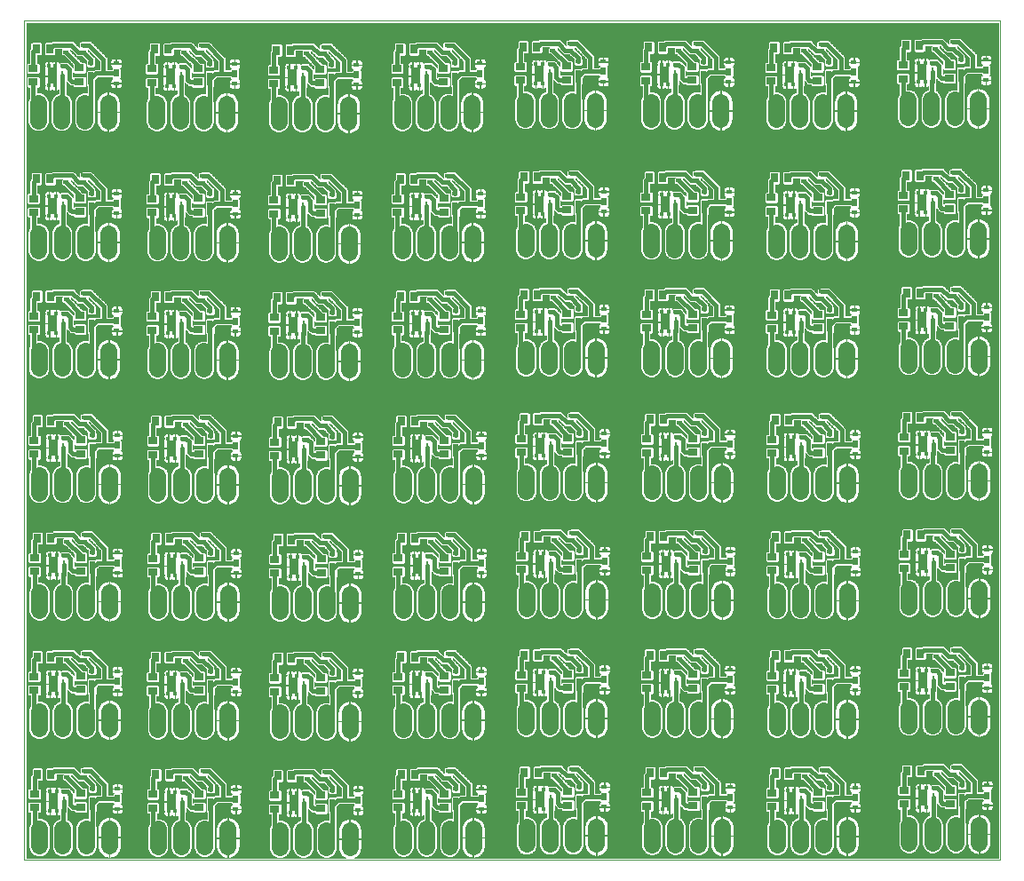
<source format=gtl>
G75*
%MOIN*%
%OFA0B0*%
%FSLAX25Y25*%
%IPPOS*%
%LPD*%
%AMOC8*
5,1,8,0,0,1.08239X$1,22.5*
%
%ADD10C,0.00000*%
%ADD11R,0.01181X0.01378*%
%ADD12R,0.03740X0.05906*%
%ADD13R,0.00925X0.03425*%
%ADD14R,0.02047X0.01181*%
%ADD15R,0.01969X0.05118*%
%ADD16R,0.01969X0.01575*%
%ADD17R,0.01969X0.02953*%
%ADD18R,0.02756X0.03543*%
%ADD19R,0.03543X0.02756*%
%ADD20C,0.06496*%
%ADD21C,0.01600*%
%ADD22C,0.00200*%
D10*
X0008974Y0010224D02*
X0375116Y0010224D01*
X0375116Y0325185D01*
X0008974Y0325185D01*
X0008974Y0010224D01*
D11*
X0018505Y0028682D03*
X0021064Y0028682D03*
X0023623Y0028682D03*
X0023623Y0035966D03*
X0021064Y0035966D03*
X0018505Y0035966D03*
X0018435Y0072742D03*
X0020994Y0072742D03*
X0023553Y0072742D03*
X0023553Y0080026D03*
X0020994Y0080026D03*
X0018435Y0080026D03*
X0018525Y0117262D03*
X0021084Y0117262D03*
X0023643Y0117262D03*
X0023643Y0124546D03*
X0021084Y0124546D03*
X0018525Y0124546D03*
X0018455Y0161322D03*
X0021014Y0161322D03*
X0023573Y0161322D03*
X0023573Y0168606D03*
X0021014Y0168606D03*
X0018455Y0168606D03*
X0018275Y0208062D03*
X0020834Y0208062D03*
X0023393Y0208062D03*
X0023393Y0215346D03*
X0020834Y0215346D03*
X0018275Y0215346D03*
X0018205Y0252122D03*
X0020764Y0252122D03*
X0023323Y0252122D03*
X0023323Y0259406D03*
X0020764Y0259406D03*
X0018205Y0259406D03*
X0062685Y0259246D03*
X0065244Y0259246D03*
X0067803Y0259246D03*
X0067803Y0251962D03*
X0065244Y0251962D03*
X0062685Y0251962D03*
X0062755Y0215186D03*
X0065314Y0215186D03*
X0067873Y0215186D03*
X0067873Y0207902D03*
X0065314Y0207902D03*
X0062755Y0207902D03*
X0062935Y0168446D03*
X0065494Y0168446D03*
X0068053Y0168446D03*
X0068053Y0161162D03*
X0065494Y0161162D03*
X0062935Y0161162D03*
X0063005Y0124386D03*
X0065564Y0124386D03*
X0068123Y0124386D03*
X0068123Y0117102D03*
X0065564Y0117102D03*
X0063005Y0117102D03*
X0062915Y0079866D03*
X0065474Y0079866D03*
X0068033Y0079866D03*
X0068033Y0072582D03*
X0065474Y0072582D03*
X0062915Y0072582D03*
X0062985Y0035806D03*
X0065544Y0035806D03*
X0068103Y0035806D03*
X0068103Y0028522D03*
X0065544Y0028522D03*
X0062985Y0028522D03*
X0108745Y0028142D03*
X0111304Y0028142D03*
X0113863Y0028142D03*
X0113863Y0035426D03*
X0111304Y0035426D03*
X0108745Y0035426D03*
X0108675Y0072202D03*
X0111234Y0072202D03*
X0113793Y0072202D03*
X0113793Y0079486D03*
X0111234Y0079486D03*
X0108675Y0079486D03*
X0108765Y0116722D03*
X0111324Y0116722D03*
X0113883Y0116722D03*
X0113883Y0124006D03*
X0111324Y0124006D03*
X0108765Y0124006D03*
X0108695Y0160782D03*
X0111254Y0160782D03*
X0113813Y0160782D03*
X0113813Y0168066D03*
X0111254Y0168066D03*
X0108695Y0168066D03*
X0108515Y0207522D03*
X0111074Y0207522D03*
X0113633Y0207522D03*
X0113633Y0214806D03*
X0111074Y0214806D03*
X0108515Y0214806D03*
X0108445Y0251582D03*
X0111004Y0251582D03*
X0113563Y0251582D03*
X0113563Y0258866D03*
X0111004Y0258866D03*
X0108445Y0258866D03*
X0108305Y0300422D03*
X0110864Y0300422D03*
X0113423Y0300422D03*
X0113423Y0307706D03*
X0110864Y0307706D03*
X0108305Y0307706D03*
X0067663Y0308086D03*
X0065104Y0308086D03*
X0062545Y0308086D03*
X0062545Y0300802D03*
X0065104Y0300802D03*
X0067663Y0300802D03*
X0023183Y0300962D03*
X0020624Y0300962D03*
X0018065Y0300962D03*
X0018065Y0308246D03*
X0020624Y0308246D03*
X0023183Y0308246D03*
X0154625Y0308176D03*
X0157184Y0308176D03*
X0159743Y0308176D03*
X0159743Y0300892D03*
X0157184Y0300892D03*
X0154625Y0300892D03*
X0200875Y0301632D03*
X0203434Y0301632D03*
X0205993Y0301632D03*
X0205993Y0308916D03*
X0203434Y0308916D03*
X0200875Y0308916D03*
X0247985Y0308796D03*
X0250544Y0308796D03*
X0253103Y0308796D03*
X0253103Y0301512D03*
X0250544Y0301512D03*
X0247985Y0301512D03*
X0294965Y0301352D03*
X0297524Y0301352D03*
X0300083Y0301352D03*
X0300083Y0308636D03*
X0297524Y0308636D03*
X0294965Y0308636D03*
X0344475Y0309506D03*
X0347034Y0309506D03*
X0349593Y0309506D03*
X0349593Y0302222D03*
X0347034Y0302222D03*
X0344475Y0302222D03*
X0344615Y0260666D03*
X0347174Y0260666D03*
X0349733Y0260666D03*
X0349733Y0253382D03*
X0347174Y0253382D03*
X0344615Y0253382D03*
X0344685Y0216606D03*
X0347244Y0216606D03*
X0349803Y0216606D03*
X0349803Y0209322D03*
X0347244Y0209322D03*
X0344685Y0209322D03*
X0344865Y0169866D03*
X0347424Y0169866D03*
X0349983Y0169866D03*
X0349983Y0162582D03*
X0347424Y0162582D03*
X0344865Y0162582D03*
X0344935Y0125806D03*
X0347494Y0125806D03*
X0350053Y0125806D03*
X0350053Y0118522D03*
X0347494Y0118522D03*
X0344935Y0118522D03*
X0344845Y0081286D03*
X0347404Y0081286D03*
X0349963Y0081286D03*
X0349963Y0074002D03*
X0347404Y0074002D03*
X0344845Y0074002D03*
X0344915Y0037226D03*
X0347474Y0037226D03*
X0350033Y0037226D03*
X0350033Y0029942D03*
X0347474Y0029942D03*
X0344915Y0029942D03*
X0300523Y0029072D03*
X0297964Y0029072D03*
X0295405Y0029072D03*
X0295405Y0036356D03*
X0297964Y0036356D03*
X0300523Y0036356D03*
X0300453Y0073132D03*
X0297894Y0073132D03*
X0295335Y0073132D03*
X0295335Y0080416D03*
X0297894Y0080416D03*
X0300453Y0080416D03*
X0300543Y0117652D03*
X0297984Y0117652D03*
X0295425Y0117652D03*
X0295425Y0124936D03*
X0297984Y0124936D03*
X0300543Y0124936D03*
X0300473Y0161712D03*
X0297914Y0161712D03*
X0295355Y0161712D03*
X0295355Y0168996D03*
X0297914Y0168996D03*
X0300473Y0168996D03*
X0300293Y0208452D03*
X0297734Y0208452D03*
X0295175Y0208452D03*
X0295175Y0215736D03*
X0297734Y0215736D03*
X0300293Y0215736D03*
X0300223Y0252512D03*
X0297664Y0252512D03*
X0295105Y0252512D03*
X0295105Y0259796D03*
X0297664Y0259796D03*
X0300223Y0259796D03*
X0253243Y0259956D03*
X0250684Y0259956D03*
X0248125Y0259956D03*
X0248125Y0252672D03*
X0250684Y0252672D03*
X0253243Y0252672D03*
X0253313Y0215896D03*
X0250754Y0215896D03*
X0248195Y0215896D03*
X0248195Y0208612D03*
X0250754Y0208612D03*
X0253313Y0208612D03*
X0253493Y0169156D03*
X0250934Y0169156D03*
X0248375Y0169156D03*
X0248375Y0161872D03*
X0250934Y0161872D03*
X0253493Y0161872D03*
X0253563Y0125096D03*
X0251004Y0125096D03*
X0248445Y0125096D03*
X0248445Y0117812D03*
X0251004Y0117812D03*
X0253563Y0117812D03*
X0253473Y0080576D03*
X0250914Y0080576D03*
X0248355Y0080576D03*
X0248355Y0073292D03*
X0250914Y0073292D03*
X0253473Y0073292D03*
X0253543Y0036516D03*
X0250984Y0036516D03*
X0248425Y0036516D03*
X0248425Y0029232D03*
X0250984Y0029232D03*
X0253543Y0029232D03*
X0206433Y0029352D03*
X0203874Y0029352D03*
X0201315Y0029352D03*
X0201315Y0036636D03*
X0203874Y0036636D03*
X0206433Y0036636D03*
X0206363Y0073412D03*
X0203804Y0073412D03*
X0201245Y0073412D03*
X0201245Y0080696D03*
X0203804Y0080696D03*
X0206363Y0080696D03*
X0206453Y0117932D03*
X0203894Y0117932D03*
X0201335Y0117932D03*
X0201335Y0125216D03*
X0203894Y0125216D03*
X0206453Y0125216D03*
X0206383Y0161992D03*
X0203824Y0161992D03*
X0201265Y0161992D03*
X0201265Y0169276D03*
X0203824Y0169276D03*
X0206383Y0169276D03*
X0206203Y0208732D03*
X0203644Y0208732D03*
X0201085Y0208732D03*
X0201085Y0216016D03*
X0203644Y0216016D03*
X0206203Y0216016D03*
X0206133Y0252792D03*
X0203574Y0252792D03*
X0201015Y0252792D03*
X0201015Y0260076D03*
X0203574Y0260076D03*
X0206133Y0260076D03*
X0159883Y0259336D03*
X0157324Y0259336D03*
X0154765Y0259336D03*
X0154765Y0252052D03*
X0157324Y0252052D03*
X0159883Y0252052D03*
X0159953Y0215276D03*
X0157394Y0215276D03*
X0154835Y0215276D03*
X0154835Y0207992D03*
X0157394Y0207992D03*
X0159953Y0207992D03*
X0160133Y0168536D03*
X0157574Y0168536D03*
X0155015Y0168536D03*
X0155015Y0161252D03*
X0157574Y0161252D03*
X0160133Y0161252D03*
X0160203Y0124476D03*
X0157644Y0124476D03*
X0155085Y0124476D03*
X0155085Y0117192D03*
X0157644Y0117192D03*
X0160203Y0117192D03*
X0160113Y0079956D03*
X0157554Y0079956D03*
X0154995Y0079956D03*
X0154995Y0072672D03*
X0157554Y0072672D03*
X0160113Y0072672D03*
X0160183Y0035896D03*
X0157624Y0035896D03*
X0155065Y0035896D03*
X0155065Y0028612D03*
X0157624Y0028612D03*
X0160183Y0028612D03*
D12*
X0156345Y0032254D03*
X0202595Y0032994D03*
X0249705Y0032874D03*
X0296684Y0032714D03*
X0296614Y0076774D03*
X0249634Y0076934D03*
X0202524Y0077054D03*
X0156274Y0076314D03*
X0109954Y0075844D03*
X0064194Y0076224D03*
X0019714Y0076384D03*
X0019784Y0032324D03*
X0064264Y0032164D03*
X0110024Y0031784D03*
X0110045Y0120364D03*
X0064284Y0120744D03*
X0019805Y0120904D03*
X0019734Y0164964D03*
X0064214Y0164804D03*
X0109974Y0164424D03*
X0156295Y0164894D03*
X0202545Y0165634D03*
X0249655Y0165514D03*
X0296634Y0165354D03*
X0296705Y0121294D03*
X0249725Y0121454D03*
X0202615Y0121574D03*
X0156365Y0120834D03*
X0156115Y0211634D03*
X0202365Y0212374D03*
X0249475Y0212254D03*
X0296455Y0212094D03*
X0296384Y0256154D03*
X0249405Y0256314D03*
X0202295Y0256434D03*
X0156045Y0255694D03*
X0109724Y0255224D03*
X0063964Y0255604D03*
X0019484Y0255764D03*
X0019555Y0211704D03*
X0064034Y0211544D03*
X0109795Y0211164D03*
X0109584Y0304064D03*
X0063824Y0304444D03*
X0019345Y0304604D03*
X0155905Y0304534D03*
X0202155Y0305274D03*
X0249265Y0305154D03*
X0296245Y0304994D03*
X0345755Y0305864D03*
X0345895Y0257024D03*
X0345965Y0212964D03*
X0346145Y0166224D03*
X0346215Y0122164D03*
X0346124Y0077644D03*
X0346195Y0033584D03*
D13*
X0350102Y0033584D03*
X0350032Y0077644D03*
X0300522Y0076774D03*
X0253542Y0076934D03*
X0206432Y0077054D03*
X0160182Y0076314D03*
X0113862Y0075844D03*
X0068102Y0076224D03*
X0023622Y0076384D03*
X0023692Y0032324D03*
X0068172Y0032164D03*
X0113932Y0031784D03*
X0160252Y0032254D03*
X0206502Y0032994D03*
X0253612Y0032874D03*
X0300592Y0032714D03*
X0300612Y0121294D03*
X0350122Y0122164D03*
X0350052Y0166224D03*
X0300542Y0165354D03*
X0253562Y0165514D03*
X0206452Y0165634D03*
X0160202Y0164894D03*
X0113882Y0164424D03*
X0068122Y0164804D03*
X0023642Y0164964D03*
X0023712Y0120904D03*
X0068192Y0120744D03*
X0113952Y0120364D03*
X0160272Y0120834D03*
X0206522Y0121574D03*
X0253632Y0121454D03*
X0253382Y0212254D03*
X0300362Y0212094D03*
X0300292Y0256154D03*
X0253312Y0256314D03*
X0206202Y0256434D03*
X0159952Y0255694D03*
X0113632Y0255224D03*
X0067872Y0255604D03*
X0023392Y0255764D03*
X0023462Y0211704D03*
X0067942Y0211544D03*
X0113702Y0211164D03*
X0160022Y0211634D03*
X0206272Y0212374D03*
X0113492Y0304064D03*
X0067732Y0304444D03*
X0023252Y0304604D03*
X0159812Y0304534D03*
X0206062Y0305274D03*
X0253172Y0305154D03*
X0300152Y0304994D03*
X0349662Y0305864D03*
X0349802Y0257024D03*
X0349872Y0212964D03*
D14*
X0351107Y0221854D03*
X0351107Y0224414D03*
X0357721Y0224414D03*
X0357721Y0221854D03*
X0357651Y0265914D03*
X0357651Y0268474D03*
X0351037Y0268474D03*
X0351037Y0265914D03*
X0308141Y0265044D03*
X0308141Y0267604D03*
X0301527Y0267604D03*
X0301527Y0265044D03*
X0261161Y0265204D03*
X0261161Y0267764D03*
X0254547Y0267764D03*
X0254547Y0265204D03*
X0214051Y0265324D03*
X0214051Y0267884D03*
X0207437Y0267884D03*
X0207437Y0265324D03*
X0167801Y0264584D03*
X0167801Y0267144D03*
X0161187Y0267144D03*
X0161187Y0264584D03*
X0121481Y0264114D03*
X0121481Y0266674D03*
X0114867Y0266674D03*
X0114867Y0264114D03*
X0075721Y0264494D03*
X0075721Y0267054D03*
X0069107Y0267054D03*
X0069107Y0264494D03*
X0031241Y0264654D03*
X0031241Y0267214D03*
X0024627Y0267214D03*
X0024627Y0264654D03*
X0024697Y0223154D03*
X0024697Y0220594D03*
X0031311Y0220594D03*
X0031311Y0223154D03*
X0069177Y0222994D03*
X0069177Y0220434D03*
X0075791Y0220434D03*
X0075791Y0222994D03*
X0114937Y0222614D03*
X0114937Y0220054D03*
X0121551Y0220054D03*
X0121551Y0222614D03*
X0161257Y0223084D03*
X0161257Y0220524D03*
X0167871Y0220524D03*
X0167871Y0223084D03*
X0207507Y0223824D03*
X0207507Y0221264D03*
X0214121Y0221264D03*
X0214121Y0223824D03*
X0254617Y0223704D03*
X0254617Y0221144D03*
X0261231Y0221144D03*
X0261231Y0223704D03*
X0301597Y0223544D03*
X0301597Y0220984D03*
X0308211Y0220984D03*
X0308211Y0223544D03*
X0308391Y0176804D03*
X0308391Y0174244D03*
X0301777Y0174244D03*
X0301777Y0176804D03*
X0261411Y0176964D03*
X0261411Y0174404D03*
X0254797Y0174404D03*
X0254797Y0176964D03*
X0214301Y0177084D03*
X0214301Y0174524D03*
X0207687Y0174524D03*
X0207687Y0177084D03*
X0168051Y0176344D03*
X0168051Y0173784D03*
X0161437Y0173784D03*
X0161437Y0176344D03*
X0121731Y0175874D03*
X0121731Y0173314D03*
X0115117Y0173314D03*
X0115117Y0175874D03*
X0075971Y0176254D03*
X0075971Y0173694D03*
X0069357Y0173694D03*
X0069357Y0176254D03*
X0031491Y0176414D03*
X0031491Y0173854D03*
X0024877Y0173854D03*
X0024877Y0176414D03*
X0024947Y0132354D03*
X0024947Y0129794D03*
X0031561Y0129794D03*
X0031561Y0132354D03*
X0069427Y0132194D03*
X0069427Y0129634D03*
X0076041Y0129634D03*
X0076041Y0132194D03*
X0115187Y0131814D03*
X0115187Y0129254D03*
X0121801Y0129254D03*
X0121801Y0131814D03*
X0161507Y0132284D03*
X0161507Y0129724D03*
X0168121Y0129724D03*
X0168121Y0132284D03*
X0207757Y0133024D03*
X0207757Y0130464D03*
X0214371Y0130464D03*
X0214371Y0133024D03*
X0254867Y0132904D03*
X0254867Y0130344D03*
X0261481Y0130344D03*
X0261481Y0132904D03*
X0301847Y0132744D03*
X0301847Y0130184D03*
X0308461Y0130184D03*
X0308461Y0132744D03*
X0351357Y0133614D03*
X0351357Y0131054D03*
X0357971Y0131054D03*
X0357971Y0133614D03*
X0357901Y0175114D03*
X0357901Y0177674D03*
X0351287Y0177674D03*
X0351287Y0175114D03*
X0351267Y0089094D03*
X0351267Y0086534D03*
X0357881Y0086534D03*
X0357881Y0089094D03*
X0308371Y0088224D03*
X0308371Y0085664D03*
X0301757Y0085664D03*
X0301757Y0088224D03*
X0261391Y0088384D03*
X0261391Y0085824D03*
X0254777Y0085824D03*
X0254777Y0088384D03*
X0214281Y0088504D03*
X0214281Y0085945D03*
X0207667Y0085945D03*
X0207667Y0088504D03*
X0168031Y0087764D03*
X0168031Y0085204D03*
X0161417Y0085204D03*
X0161417Y0087764D03*
X0121711Y0087294D03*
X0121711Y0084734D03*
X0115097Y0084734D03*
X0115097Y0087294D03*
X0075951Y0087674D03*
X0075951Y0085114D03*
X0069337Y0085114D03*
X0069337Y0087674D03*
X0031471Y0087834D03*
X0031471Y0085274D03*
X0024857Y0085274D03*
X0024857Y0087834D03*
X0024927Y0043774D03*
X0024927Y0041214D03*
X0031541Y0041214D03*
X0031541Y0043774D03*
X0069407Y0043614D03*
X0069407Y0041054D03*
X0076021Y0041054D03*
X0076021Y0043614D03*
X0115167Y0043234D03*
X0115167Y0040674D03*
X0121781Y0040674D03*
X0121781Y0043234D03*
X0161487Y0043704D03*
X0161487Y0041144D03*
X0168101Y0041144D03*
X0168101Y0043704D03*
X0207737Y0044444D03*
X0207737Y0041884D03*
X0214351Y0041884D03*
X0214351Y0044444D03*
X0254847Y0044324D03*
X0254847Y0041764D03*
X0261461Y0041764D03*
X0261461Y0044324D03*
X0301827Y0044164D03*
X0301827Y0041604D03*
X0308441Y0041604D03*
X0308441Y0044164D03*
X0351337Y0045034D03*
X0351337Y0042474D03*
X0357951Y0042474D03*
X0357951Y0045034D03*
X0308001Y0313884D03*
X0308001Y0316444D03*
X0301387Y0316444D03*
X0301387Y0313884D03*
X0261021Y0314044D03*
X0261021Y0316604D03*
X0254407Y0316604D03*
X0254407Y0314044D03*
X0213911Y0314164D03*
X0213911Y0316724D03*
X0207297Y0316724D03*
X0207297Y0314164D03*
X0167661Y0313424D03*
X0167661Y0315984D03*
X0161047Y0315984D03*
X0161047Y0313424D03*
X0121341Y0312954D03*
X0121341Y0315514D03*
X0114727Y0315514D03*
X0114727Y0312954D03*
X0075581Y0313334D03*
X0075581Y0315894D03*
X0068967Y0315894D03*
X0068967Y0313334D03*
X0031101Y0313494D03*
X0031101Y0316054D03*
X0024487Y0316054D03*
X0024487Y0313494D03*
X0350897Y0314754D03*
X0350897Y0317314D03*
X0357511Y0317314D03*
X0357511Y0314754D03*
D15*
X0360355Y0304825D03*
X0310845Y0303955D03*
X0263865Y0304115D03*
X0216755Y0304235D03*
X0170505Y0303495D03*
X0124185Y0303025D03*
X0078425Y0303405D03*
X0033945Y0303565D03*
X0034085Y0254725D03*
X0078565Y0254565D03*
X0124325Y0254185D03*
X0170645Y0254655D03*
X0216895Y0255395D03*
X0264005Y0255275D03*
X0310985Y0255115D03*
X0311055Y0211055D03*
X0264075Y0211215D03*
X0216965Y0211335D03*
X0170715Y0210595D03*
X0124395Y0210125D03*
X0078635Y0210505D03*
X0034155Y0210665D03*
X0034335Y0163925D03*
X0078815Y0163765D03*
X0124575Y0163385D03*
X0170895Y0163855D03*
X0217145Y0164595D03*
X0264255Y0164475D03*
X0311235Y0164315D03*
X0311305Y0120255D03*
X0264325Y0120415D03*
X0217215Y0120535D03*
X0170965Y0119795D03*
X0124645Y0119325D03*
X0078885Y0119705D03*
X0034405Y0119865D03*
X0034315Y0075345D03*
X0078795Y0075185D03*
X0124555Y0074805D03*
X0170875Y0075275D03*
X0217125Y0076015D03*
X0264235Y0075895D03*
X0311215Y0075735D03*
X0311285Y0031675D03*
X0264305Y0031835D03*
X0217195Y0031955D03*
X0170945Y0031215D03*
X0124625Y0030745D03*
X0078865Y0031125D03*
X0034385Y0031285D03*
X0360795Y0032545D03*
X0360725Y0076605D03*
X0360815Y0121125D03*
X0360745Y0165185D03*
X0360565Y0211925D03*
X0360495Y0255985D03*
D16*
X0360495Y0261694D03*
X0369944Y0261694D03*
X0369944Y0254214D03*
X0370014Y0217634D03*
X0370014Y0210154D03*
X0360565Y0217634D03*
X0320504Y0216764D03*
X0320504Y0209284D03*
X0311055Y0216764D03*
X0273524Y0216924D03*
X0264075Y0216924D03*
X0273524Y0209444D03*
X0273704Y0170184D03*
X0273704Y0162704D03*
X0264255Y0170184D03*
X0226594Y0170304D03*
X0226594Y0162824D03*
X0217145Y0170304D03*
X0180344Y0169564D03*
X0170895Y0169564D03*
X0180344Y0162084D03*
X0180414Y0125504D03*
X0170965Y0125504D03*
X0180414Y0118024D03*
X0217215Y0126244D03*
X0226664Y0126244D03*
X0226664Y0118764D03*
X0264325Y0126124D03*
X0273774Y0126124D03*
X0273774Y0118644D03*
X0311305Y0125964D03*
X0320754Y0125964D03*
X0320754Y0118484D03*
X0360815Y0126834D03*
X0370264Y0126834D03*
X0370264Y0119354D03*
X0370174Y0082314D03*
X0370174Y0074834D03*
X0360725Y0082314D03*
X0320664Y0081444D03*
X0320664Y0073964D03*
X0311215Y0081444D03*
X0273684Y0081604D03*
X0273684Y0074124D03*
X0264235Y0081604D03*
X0226574Y0081724D03*
X0217125Y0081724D03*
X0226574Y0074244D03*
X0226644Y0037664D03*
X0217195Y0037664D03*
X0226644Y0030184D03*
X0264305Y0037544D03*
X0273754Y0037544D03*
X0273754Y0030064D03*
X0311285Y0037384D03*
X0320734Y0037384D03*
X0320734Y0029904D03*
X0360795Y0038254D03*
X0370244Y0038254D03*
X0370244Y0030774D03*
X0370194Y0163414D03*
X0370194Y0170894D03*
X0360745Y0170894D03*
X0320684Y0170024D03*
X0320684Y0162544D03*
X0311235Y0170024D03*
X0226414Y0209564D03*
X0226414Y0217044D03*
X0216965Y0217044D03*
X0180164Y0216304D03*
X0170715Y0216304D03*
X0180164Y0208824D03*
X0133844Y0208354D03*
X0133844Y0215834D03*
X0124395Y0215834D03*
X0088084Y0216214D03*
X0088084Y0208734D03*
X0078635Y0216214D03*
X0043604Y0216374D03*
X0043604Y0208894D03*
X0034155Y0216374D03*
X0043534Y0252954D03*
X0043534Y0260434D03*
X0034085Y0260434D03*
X0043394Y0301794D03*
X0043394Y0309274D03*
X0033945Y0309274D03*
X0078425Y0309114D03*
X0087874Y0309114D03*
X0087874Y0301634D03*
X0124185Y0308734D03*
X0133634Y0308734D03*
X0133634Y0301254D03*
X0170505Y0309204D03*
X0179954Y0309204D03*
X0179954Y0301724D03*
X0216755Y0309944D03*
X0226204Y0309944D03*
X0226204Y0302464D03*
X0263865Y0309824D03*
X0273314Y0309824D03*
X0273314Y0302344D03*
X0310845Y0309664D03*
X0320294Y0309664D03*
X0320294Y0302184D03*
X0360355Y0310534D03*
X0369804Y0310534D03*
X0369804Y0303054D03*
X0320434Y0260824D03*
X0320434Y0253344D03*
X0310985Y0260824D03*
X0273454Y0260984D03*
X0273454Y0253504D03*
X0264005Y0260984D03*
X0226344Y0261104D03*
X0226344Y0253624D03*
X0216895Y0261104D03*
X0180094Y0260364D03*
X0170645Y0260364D03*
X0180094Y0252884D03*
X0133774Y0252414D03*
X0133774Y0259894D03*
X0124325Y0259894D03*
X0088014Y0260274D03*
X0078565Y0260274D03*
X0088014Y0252794D03*
X0088264Y0169474D03*
X0078815Y0169474D03*
X0088264Y0161994D03*
X0088334Y0125414D03*
X0078885Y0125414D03*
X0088334Y0117934D03*
X0124645Y0125034D03*
X0134094Y0125034D03*
X0134094Y0117554D03*
X0134004Y0080514D03*
X0134004Y0073034D03*
X0124555Y0080514D03*
X0088244Y0080894D03*
X0088244Y0073414D03*
X0078795Y0080894D03*
X0043764Y0081054D03*
X0043764Y0073574D03*
X0034315Y0081054D03*
X0043854Y0118094D03*
X0043854Y0125574D03*
X0034405Y0125574D03*
X0043784Y0162154D03*
X0043784Y0169634D03*
X0034335Y0169634D03*
X0124575Y0169094D03*
X0134024Y0169094D03*
X0134024Y0161614D03*
X0170875Y0080984D03*
X0180324Y0080984D03*
X0180324Y0073504D03*
X0180394Y0036924D03*
X0180394Y0029444D03*
X0170945Y0036924D03*
X0134074Y0036454D03*
X0134074Y0028974D03*
X0124625Y0036454D03*
X0088314Y0036834D03*
X0088314Y0029354D03*
X0078865Y0036834D03*
X0043834Y0036994D03*
X0043834Y0029514D03*
X0034385Y0036994D03*
D17*
X0043834Y0033254D03*
X0088314Y0033094D03*
X0134074Y0032714D03*
X0180394Y0033184D03*
X0226644Y0033924D03*
X0180324Y0077244D03*
X0226574Y0077984D03*
X0226664Y0122504D03*
X0180414Y0121764D03*
X0134094Y0121294D03*
X0088334Y0121674D03*
X0043854Y0121834D03*
X0043784Y0165894D03*
X0088264Y0165734D03*
X0134024Y0165354D03*
X0180344Y0165824D03*
X0226594Y0166564D03*
X0273704Y0166444D03*
X0320684Y0166284D03*
X0320754Y0122224D03*
X0273774Y0122384D03*
X0273684Y0077864D03*
X0320664Y0077704D03*
X0273754Y0033804D03*
X0320734Y0033644D03*
X0370244Y0034514D03*
X0370174Y0078574D03*
X0370264Y0123094D03*
X0370194Y0167154D03*
X0370014Y0213894D03*
X0369944Y0257954D03*
X0320434Y0257084D03*
X0320504Y0213024D03*
X0273524Y0213184D03*
X0226414Y0213304D03*
X0180164Y0212564D03*
X0133844Y0212094D03*
X0088084Y0212474D03*
X0043604Y0212634D03*
X0043534Y0256694D03*
X0088014Y0256534D03*
X0133774Y0256154D03*
X0180094Y0256624D03*
X0226344Y0257364D03*
X0273454Y0257244D03*
X0273314Y0306084D03*
X0226204Y0306204D03*
X0179954Y0305464D03*
X0133634Y0304994D03*
X0087874Y0305374D03*
X0043394Y0305534D03*
X0043764Y0077314D03*
X0088244Y0077154D03*
X0134004Y0076774D03*
X0320294Y0305924D03*
X0369804Y0306794D03*
D18*
X0344913Y0315974D03*
X0339795Y0315974D03*
X0295403Y0315104D03*
X0290285Y0315104D03*
X0248423Y0315264D03*
X0243305Y0315264D03*
X0201313Y0315384D03*
X0196195Y0315384D03*
X0155063Y0314644D03*
X0149945Y0314644D03*
X0108743Y0314174D03*
X0103625Y0314174D03*
X0062983Y0314554D03*
X0057865Y0314554D03*
X0018503Y0314714D03*
X0013385Y0314714D03*
X0013525Y0265874D03*
X0018643Y0265874D03*
X0058005Y0265714D03*
X0063123Y0265714D03*
X0103765Y0265334D03*
X0108883Y0265334D03*
X0150085Y0265804D03*
X0155203Y0265804D03*
X0196335Y0266544D03*
X0201453Y0266544D03*
X0243445Y0266424D03*
X0248563Y0266424D03*
X0290425Y0266264D03*
X0295543Y0266264D03*
X0339935Y0267134D03*
X0345053Y0267134D03*
X0345123Y0223074D03*
X0340005Y0223074D03*
X0295613Y0222204D03*
X0290495Y0222204D03*
X0248633Y0222364D03*
X0243515Y0222364D03*
X0201523Y0222484D03*
X0196405Y0222484D03*
X0155273Y0221744D03*
X0150155Y0221744D03*
X0108953Y0221274D03*
X0103835Y0221274D03*
X0063193Y0221654D03*
X0058075Y0221654D03*
X0018713Y0221814D03*
X0013595Y0221814D03*
X0013775Y0175074D03*
X0018893Y0175074D03*
X0058255Y0174914D03*
X0063373Y0174914D03*
X0104015Y0174534D03*
X0109133Y0174534D03*
X0150335Y0175004D03*
X0155453Y0175004D03*
X0196585Y0175744D03*
X0201703Y0175744D03*
X0243695Y0175624D03*
X0248813Y0175624D03*
X0290675Y0175464D03*
X0295793Y0175464D03*
X0340185Y0176334D03*
X0345303Y0176334D03*
X0345373Y0132274D03*
X0340255Y0132274D03*
X0295863Y0131404D03*
X0290745Y0131404D03*
X0248883Y0131564D03*
X0243765Y0131564D03*
X0201773Y0131684D03*
X0196655Y0131684D03*
X0155523Y0130944D03*
X0150405Y0130944D03*
X0109203Y0130474D03*
X0104085Y0130474D03*
X0063443Y0130854D03*
X0058325Y0130854D03*
X0018963Y0131014D03*
X0013845Y0131014D03*
X0013755Y0086494D03*
X0018873Y0086494D03*
X0058235Y0086334D03*
X0063353Y0086334D03*
X0103995Y0085954D03*
X0109113Y0085954D03*
X0150315Y0086424D03*
X0155433Y0086424D03*
X0196565Y0087164D03*
X0201683Y0087164D03*
X0243675Y0087044D03*
X0248793Y0087044D03*
X0290655Y0086884D03*
X0295773Y0086884D03*
X0340165Y0087754D03*
X0345283Y0087754D03*
X0345353Y0043694D03*
X0340235Y0043694D03*
X0295843Y0042824D03*
X0290725Y0042824D03*
X0248863Y0042984D03*
X0243745Y0042984D03*
X0201753Y0043104D03*
X0196635Y0043104D03*
X0155503Y0042364D03*
X0150385Y0042364D03*
X0109183Y0041894D03*
X0104065Y0041894D03*
X0063423Y0042274D03*
X0058305Y0042274D03*
X0018943Y0042434D03*
X0013825Y0042434D03*
D19*
X0012694Y0035063D03*
X0012694Y0029945D03*
X0030064Y0030125D03*
X0030064Y0035243D03*
X0057174Y0034903D03*
X0057174Y0029785D03*
X0074544Y0029965D03*
X0074544Y0035083D03*
X0102934Y0034523D03*
X0102934Y0029405D03*
X0120304Y0029585D03*
X0120304Y0034703D03*
X0149254Y0034993D03*
X0149254Y0029875D03*
X0166624Y0030055D03*
X0166624Y0035173D03*
X0195504Y0035733D03*
X0195504Y0030615D03*
X0212874Y0030795D03*
X0212874Y0035913D03*
X0242614Y0035613D03*
X0242614Y0030495D03*
X0259984Y0030675D03*
X0259984Y0035793D03*
X0289594Y0035453D03*
X0289594Y0030335D03*
X0306964Y0030515D03*
X0306964Y0035633D03*
X0339104Y0036323D03*
X0339104Y0031205D03*
X0356474Y0031385D03*
X0356474Y0036503D03*
X0356404Y0075445D03*
X0356404Y0080563D03*
X0339034Y0080383D03*
X0339034Y0075265D03*
X0306894Y0074575D03*
X0306894Y0079693D03*
X0289524Y0079513D03*
X0289524Y0074395D03*
X0259914Y0074735D03*
X0259914Y0079853D03*
X0242544Y0079673D03*
X0242544Y0074555D03*
X0212804Y0074855D03*
X0212804Y0079973D03*
X0195434Y0079793D03*
X0195434Y0074675D03*
X0166554Y0074115D03*
X0166554Y0079233D03*
X0149184Y0079053D03*
X0149184Y0073935D03*
X0120234Y0073645D03*
X0120234Y0078763D03*
X0102864Y0078583D03*
X0102864Y0073465D03*
X0074474Y0074025D03*
X0074474Y0079143D03*
X0057104Y0078963D03*
X0057104Y0073845D03*
X0029994Y0074185D03*
X0029994Y0079303D03*
X0012624Y0079123D03*
X0012624Y0074005D03*
X0012714Y0118525D03*
X0012714Y0123643D03*
X0030084Y0123823D03*
X0030084Y0118705D03*
X0057194Y0118365D03*
X0057194Y0123483D03*
X0074564Y0123663D03*
X0074564Y0118545D03*
X0102954Y0117985D03*
X0102954Y0123103D03*
X0120324Y0123283D03*
X0120324Y0118165D03*
X0149274Y0118455D03*
X0149274Y0123573D03*
X0166644Y0123753D03*
X0166644Y0118635D03*
X0195524Y0119195D03*
X0195524Y0124313D03*
X0212894Y0124493D03*
X0212894Y0119375D03*
X0242634Y0119075D03*
X0242634Y0124193D03*
X0260004Y0124373D03*
X0260004Y0119255D03*
X0289614Y0118915D03*
X0289614Y0124033D03*
X0306984Y0124213D03*
X0306984Y0119095D03*
X0339124Y0119785D03*
X0339124Y0124903D03*
X0356494Y0125083D03*
X0356494Y0119965D03*
X0356424Y0164025D03*
X0356424Y0169143D03*
X0339054Y0168963D03*
X0339054Y0163845D03*
X0306914Y0163155D03*
X0306914Y0168273D03*
X0289544Y0168093D03*
X0289544Y0162975D03*
X0259934Y0163315D03*
X0259934Y0168433D03*
X0242564Y0168253D03*
X0242564Y0163135D03*
X0212824Y0163435D03*
X0212824Y0168553D03*
X0195454Y0168373D03*
X0195454Y0163255D03*
X0166574Y0162695D03*
X0166574Y0167813D03*
X0149204Y0167633D03*
X0149204Y0162515D03*
X0120254Y0162225D03*
X0120254Y0167343D03*
X0102884Y0167163D03*
X0102884Y0162045D03*
X0074494Y0162605D03*
X0074494Y0167723D03*
X0057124Y0167543D03*
X0057124Y0162425D03*
X0030014Y0162765D03*
X0030014Y0167883D03*
X0012644Y0167703D03*
X0012644Y0162585D03*
X0012464Y0209325D03*
X0012464Y0214443D03*
X0029834Y0214623D03*
X0029834Y0209505D03*
X0056944Y0209165D03*
X0056944Y0214283D03*
X0074314Y0214463D03*
X0074314Y0209345D03*
X0102704Y0208785D03*
X0102704Y0213903D03*
X0120074Y0214083D03*
X0120074Y0208965D03*
X0149024Y0209255D03*
X0149024Y0214373D03*
X0166394Y0214553D03*
X0166394Y0209435D03*
X0195274Y0209995D03*
X0195274Y0215113D03*
X0212644Y0215293D03*
X0212644Y0210175D03*
X0242384Y0209875D03*
X0242384Y0214993D03*
X0259754Y0215173D03*
X0259754Y0210055D03*
X0289364Y0209715D03*
X0289364Y0214833D03*
X0306734Y0215013D03*
X0306734Y0209895D03*
X0338874Y0210585D03*
X0338874Y0215703D03*
X0356244Y0215883D03*
X0356244Y0210765D03*
X0356174Y0254825D03*
X0356174Y0259943D03*
X0338804Y0259763D03*
X0338804Y0254645D03*
X0306664Y0253955D03*
X0306664Y0259073D03*
X0289294Y0258893D03*
X0289294Y0253775D03*
X0259684Y0254115D03*
X0259684Y0259233D03*
X0242314Y0259053D03*
X0242314Y0253935D03*
X0212574Y0254235D03*
X0212574Y0259353D03*
X0195204Y0259173D03*
X0195204Y0254055D03*
X0166324Y0253495D03*
X0166324Y0258613D03*
X0148954Y0258433D03*
X0148954Y0253315D03*
X0120004Y0253025D03*
X0120004Y0258143D03*
X0102634Y0257963D03*
X0102634Y0252845D03*
X0074244Y0253405D03*
X0074244Y0258523D03*
X0056874Y0258343D03*
X0056874Y0253225D03*
X0029764Y0253565D03*
X0029764Y0258683D03*
X0012394Y0258503D03*
X0012394Y0253385D03*
X0012254Y0302225D03*
X0012254Y0307343D03*
X0029624Y0307523D03*
X0029624Y0302405D03*
X0056734Y0302065D03*
X0056734Y0307183D03*
X0074104Y0307363D03*
X0074104Y0302245D03*
X0102494Y0301685D03*
X0102494Y0306803D03*
X0119864Y0306983D03*
X0119864Y0301865D03*
X0148814Y0302155D03*
X0148814Y0307273D03*
X0166184Y0307453D03*
X0166184Y0302335D03*
X0195064Y0302895D03*
X0195064Y0308013D03*
X0212434Y0308193D03*
X0212434Y0303075D03*
X0242174Y0302775D03*
X0242174Y0307893D03*
X0259544Y0308073D03*
X0259544Y0302955D03*
X0289154Y0302615D03*
X0289154Y0307733D03*
X0306524Y0307913D03*
X0306524Y0302795D03*
X0338664Y0303485D03*
X0338664Y0308603D03*
X0356034Y0308783D03*
X0356034Y0303665D03*
D20*
X0358034Y0295552D02*
X0358034Y0289056D01*
X0349284Y0289056D02*
X0349284Y0295552D01*
X0340524Y0295552D02*
X0340524Y0289056D01*
X0317284Y0288186D02*
X0317284Y0294682D01*
X0308524Y0294682D02*
X0308524Y0288186D01*
X0299774Y0288186D02*
X0299774Y0294682D01*
X0291014Y0294682D02*
X0291014Y0288186D01*
X0270304Y0288346D02*
X0270304Y0294842D01*
X0261544Y0294842D02*
X0261544Y0288346D01*
X0252794Y0288346D02*
X0252794Y0294842D01*
X0244034Y0294842D02*
X0244034Y0288346D01*
X0223194Y0288466D02*
X0223194Y0294962D01*
X0214434Y0294962D02*
X0214434Y0288466D01*
X0205684Y0288466D02*
X0205684Y0294962D01*
X0196924Y0294962D02*
X0196924Y0288466D01*
X0176944Y0287726D02*
X0176944Y0294222D01*
X0168184Y0294222D02*
X0168184Y0287726D01*
X0159434Y0287726D02*
X0159434Y0294222D01*
X0150674Y0294222D02*
X0150674Y0287726D01*
X0130624Y0287256D02*
X0130624Y0293752D01*
X0121864Y0293752D02*
X0121864Y0287256D01*
X0113114Y0287256D02*
X0113114Y0293752D01*
X0104354Y0293752D02*
X0104354Y0287256D01*
X0084864Y0287636D02*
X0084864Y0294132D01*
X0076104Y0294132D02*
X0076104Y0287636D01*
X0067354Y0287636D02*
X0067354Y0294132D01*
X0058594Y0294132D02*
X0058594Y0287636D01*
X0040384Y0287796D02*
X0040384Y0294292D01*
X0031624Y0294292D02*
X0031624Y0287796D01*
X0022874Y0287796D02*
X0022874Y0294292D01*
X0014114Y0294292D02*
X0014114Y0287796D01*
X0014254Y0245452D02*
X0014254Y0238956D01*
X0023014Y0238956D02*
X0023014Y0245452D01*
X0031764Y0245452D02*
X0031764Y0238956D01*
X0040524Y0238956D02*
X0040524Y0245452D01*
X0058734Y0245292D02*
X0058734Y0238796D01*
X0067494Y0238796D02*
X0067494Y0245292D01*
X0076244Y0245292D02*
X0076244Y0238796D01*
X0085004Y0238796D02*
X0085004Y0245292D01*
X0104494Y0244912D02*
X0104494Y0238416D01*
X0113254Y0238416D02*
X0113254Y0244912D01*
X0122004Y0244912D02*
X0122004Y0238416D01*
X0130764Y0238416D02*
X0130764Y0244912D01*
X0150814Y0245382D02*
X0150814Y0238886D01*
X0159574Y0238886D02*
X0159574Y0245382D01*
X0168324Y0245382D02*
X0168324Y0238886D01*
X0177084Y0238886D02*
X0177084Y0245382D01*
X0197064Y0246122D02*
X0197064Y0239626D01*
X0205824Y0239626D02*
X0205824Y0246122D01*
X0214574Y0246122D02*
X0214574Y0239626D01*
X0223334Y0239626D02*
X0223334Y0246122D01*
X0244174Y0246002D02*
X0244174Y0239506D01*
X0252934Y0239506D02*
X0252934Y0246002D01*
X0261684Y0246002D02*
X0261684Y0239506D01*
X0270444Y0239506D02*
X0270444Y0246002D01*
X0291154Y0245842D02*
X0291154Y0239346D01*
X0299914Y0239346D02*
X0299914Y0245842D01*
X0308664Y0245842D02*
X0308664Y0239346D01*
X0317424Y0239346D02*
X0317424Y0245842D01*
X0340664Y0246712D02*
X0340664Y0240216D01*
X0349424Y0240216D02*
X0349424Y0246712D01*
X0358174Y0246712D02*
X0358174Y0240216D01*
X0366934Y0240216D02*
X0366934Y0246712D01*
X0366794Y0289056D02*
X0366794Y0295552D01*
X0367004Y0202652D02*
X0367004Y0196156D01*
X0358244Y0196156D02*
X0358244Y0202652D01*
X0349494Y0202652D02*
X0349494Y0196156D01*
X0340734Y0196156D02*
X0340734Y0202652D01*
X0317494Y0201782D02*
X0317494Y0195286D01*
X0308734Y0195286D02*
X0308734Y0201782D01*
X0299984Y0201782D02*
X0299984Y0195286D01*
X0291224Y0195286D02*
X0291224Y0201782D01*
X0270514Y0201942D02*
X0270514Y0195446D01*
X0261754Y0195446D02*
X0261754Y0201942D01*
X0253004Y0201942D02*
X0253004Y0195446D01*
X0244244Y0195446D02*
X0244244Y0201942D01*
X0223404Y0202062D02*
X0223404Y0195566D01*
X0214644Y0195566D02*
X0214644Y0202062D01*
X0205894Y0202062D02*
X0205894Y0195566D01*
X0197134Y0195566D02*
X0197134Y0202062D01*
X0177154Y0201322D02*
X0177154Y0194826D01*
X0168394Y0194826D02*
X0168394Y0201322D01*
X0159644Y0201322D02*
X0159644Y0194826D01*
X0150884Y0194826D02*
X0150884Y0201322D01*
X0130834Y0200852D02*
X0130834Y0194356D01*
X0122074Y0194356D02*
X0122074Y0200852D01*
X0113324Y0200852D02*
X0113324Y0194356D01*
X0104564Y0194356D02*
X0104564Y0200852D01*
X0085074Y0201232D02*
X0085074Y0194736D01*
X0076314Y0194736D02*
X0076314Y0201232D01*
X0067564Y0201232D02*
X0067564Y0194736D01*
X0058804Y0194736D02*
X0058804Y0201232D01*
X0040594Y0201392D02*
X0040594Y0194896D01*
X0031834Y0194896D02*
X0031834Y0201392D01*
X0023084Y0201392D02*
X0023084Y0194896D01*
X0014324Y0194896D02*
X0014324Y0201392D01*
X0014504Y0154652D02*
X0014504Y0148156D01*
X0023264Y0148156D02*
X0023264Y0154652D01*
X0032014Y0154652D02*
X0032014Y0148156D01*
X0040774Y0148156D02*
X0040774Y0154652D01*
X0058984Y0154492D02*
X0058984Y0147996D01*
X0067744Y0147996D02*
X0067744Y0154492D01*
X0076494Y0154492D02*
X0076494Y0147996D01*
X0085254Y0147996D02*
X0085254Y0154492D01*
X0104744Y0154112D02*
X0104744Y0147616D01*
X0113504Y0147616D02*
X0113504Y0154112D01*
X0122254Y0154112D02*
X0122254Y0147616D01*
X0131014Y0147616D02*
X0131014Y0154112D01*
X0151064Y0154582D02*
X0151064Y0148086D01*
X0159824Y0148086D02*
X0159824Y0154582D01*
X0168574Y0154582D02*
X0168574Y0148086D01*
X0177334Y0148086D02*
X0177334Y0154582D01*
X0197314Y0155322D02*
X0197314Y0148826D01*
X0206074Y0148826D02*
X0206074Y0155322D01*
X0214824Y0155322D02*
X0214824Y0148826D01*
X0223584Y0148826D02*
X0223584Y0155322D01*
X0244424Y0155202D02*
X0244424Y0148706D01*
X0253184Y0148706D02*
X0253184Y0155202D01*
X0261934Y0155202D02*
X0261934Y0148706D01*
X0270694Y0148706D02*
X0270694Y0155202D01*
X0291404Y0155042D02*
X0291404Y0148546D01*
X0300164Y0148546D02*
X0300164Y0155042D01*
X0308914Y0155042D02*
X0308914Y0148546D01*
X0317674Y0148546D02*
X0317674Y0155042D01*
X0340914Y0155912D02*
X0340914Y0149416D01*
X0349674Y0149416D02*
X0349674Y0155912D01*
X0358424Y0155912D02*
X0358424Y0149416D01*
X0367184Y0149416D02*
X0367184Y0155912D01*
X0367254Y0111852D02*
X0367254Y0105356D01*
X0358494Y0105356D02*
X0358494Y0111852D01*
X0349744Y0111852D02*
X0349744Y0105356D01*
X0340984Y0105356D02*
X0340984Y0111852D01*
X0317744Y0110982D02*
X0317744Y0104486D01*
X0308984Y0104486D02*
X0308984Y0110982D01*
X0300234Y0110982D02*
X0300234Y0104486D01*
X0291474Y0104486D02*
X0291474Y0110982D01*
X0270764Y0111142D02*
X0270764Y0104646D01*
X0262004Y0104646D02*
X0262004Y0111142D01*
X0253254Y0111142D02*
X0253254Y0104646D01*
X0244494Y0104646D02*
X0244494Y0111142D01*
X0223654Y0111262D02*
X0223654Y0104766D01*
X0214894Y0104766D02*
X0214894Y0111262D01*
X0206144Y0111262D02*
X0206144Y0104766D01*
X0197384Y0104766D02*
X0197384Y0111262D01*
X0177404Y0110522D02*
X0177404Y0104026D01*
X0168644Y0104026D02*
X0168644Y0110522D01*
X0159894Y0110522D02*
X0159894Y0104026D01*
X0151134Y0104026D02*
X0151134Y0110522D01*
X0131084Y0110052D02*
X0131084Y0103556D01*
X0122324Y0103556D02*
X0122324Y0110052D01*
X0113574Y0110052D02*
X0113574Y0103556D01*
X0104814Y0103556D02*
X0104814Y0110052D01*
X0085324Y0110432D02*
X0085324Y0103936D01*
X0076564Y0103936D02*
X0076564Y0110432D01*
X0067814Y0110432D02*
X0067814Y0103936D01*
X0059054Y0103936D02*
X0059054Y0110432D01*
X0040844Y0110592D02*
X0040844Y0104096D01*
X0032084Y0104096D02*
X0032084Y0110592D01*
X0023334Y0110592D02*
X0023334Y0104096D01*
X0014574Y0104096D02*
X0014574Y0110592D01*
X0014484Y0066072D02*
X0014484Y0059576D01*
X0023244Y0059576D02*
X0023244Y0066072D01*
X0031994Y0066072D02*
X0031994Y0059576D01*
X0040754Y0059576D02*
X0040754Y0066072D01*
X0058964Y0065912D02*
X0058964Y0059416D01*
X0067724Y0059416D02*
X0067724Y0065912D01*
X0076474Y0065912D02*
X0076474Y0059416D01*
X0085234Y0059416D02*
X0085234Y0065912D01*
X0104724Y0065532D02*
X0104724Y0059036D01*
X0113484Y0059036D02*
X0113484Y0065532D01*
X0122234Y0065532D02*
X0122234Y0059036D01*
X0130994Y0059036D02*
X0130994Y0065532D01*
X0151044Y0066002D02*
X0151044Y0059506D01*
X0159804Y0059506D02*
X0159804Y0066002D01*
X0168554Y0066002D02*
X0168554Y0059506D01*
X0177314Y0059506D02*
X0177314Y0066002D01*
X0197294Y0066742D02*
X0197294Y0060246D01*
X0206054Y0060246D02*
X0206054Y0066742D01*
X0214804Y0066742D02*
X0214804Y0060246D01*
X0223564Y0060246D02*
X0223564Y0066742D01*
X0244404Y0066622D02*
X0244404Y0060126D01*
X0253164Y0060126D02*
X0253164Y0066622D01*
X0261914Y0066622D02*
X0261914Y0060126D01*
X0270674Y0060126D02*
X0270674Y0066622D01*
X0291384Y0066462D02*
X0291384Y0059966D01*
X0300144Y0059966D02*
X0300144Y0066462D01*
X0308894Y0066462D02*
X0308894Y0059966D01*
X0317654Y0059966D02*
X0317654Y0066462D01*
X0340894Y0067332D02*
X0340894Y0060836D01*
X0349654Y0060836D02*
X0349654Y0067332D01*
X0358404Y0067332D02*
X0358404Y0060836D01*
X0367164Y0060836D02*
X0367164Y0067332D01*
X0367234Y0023272D02*
X0367234Y0016776D01*
X0358474Y0016776D02*
X0358474Y0023272D01*
X0349724Y0023272D02*
X0349724Y0016776D01*
X0340964Y0016776D02*
X0340964Y0023272D01*
X0317724Y0022402D02*
X0317724Y0015906D01*
X0308964Y0015906D02*
X0308964Y0022402D01*
X0300214Y0022402D02*
X0300214Y0015906D01*
X0291454Y0015906D02*
X0291454Y0022402D01*
X0270744Y0022562D02*
X0270744Y0016066D01*
X0261984Y0016066D02*
X0261984Y0022562D01*
X0253234Y0022562D02*
X0253234Y0016066D01*
X0244474Y0016066D02*
X0244474Y0022562D01*
X0223634Y0022682D02*
X0223634Y0016186D01*
X0214874Y0016186D02*
X0214874Y0022682D01*
X0206124Y0022682D02*
X0206124Y0016186D01*
X0197364Y0016186D02*
X0197364Y0022682D01*
X0177384Y0021942D02*
X0177384Y0015446D01*
X0168624Y0015446D02*
X0168624Y0021942D01*
X0159874Y0021942D02*
X0159874Y0015446D01*
X0151114Y0015446D02*
X0151114Y0021942D01*
X0131064Y0021472D02*
X0131064Y0014976D01*
X0122304Y0014976D02*
X0122304Y0021472D01*
X0113554Y0021472D02*
X0113554Y0014976D01*
X0104794Y0014976D02*
X0104794Y0021472D01*
X0085304Y0021852D02*
X0085304Y0015356D01*
X0076544Y0015356D02*
X0076544Y0021852D01*
X0067794Y0021852D02*
X0067794Y0015356D01*
X0059034Y0015356D02*
X0059034Y0021852D01*
X0040824Y0022012D02*
X0040824Y0015516D01*
X0032064Y0015516D02*
X0032064Y0022012D01*
X0023314Y0022012D02*
X0023314Y0015516D01*
X0014554Y0015516D02*
X0014554Y0022012D01*
D21*
X0012694Y0020624D02*
X0012694Y0029945D01*
X0012694Y0035063D02*
X0012694Y0041303D01*
X0013825Y0042434D01*
X0018943Y0042434D02*
X0020283Y0043774D01*
X0024927Y0043774D01*
X0027044Y0043774D01*
X0029604Y0041214D01*
X0031541Y0041214D01*
X0034385Y0038370D01*
X0034385Y0036994D01*
X0036354Y0033254D02*
X0034385Y0031285D01*
X0034385Y0021085D01*
X0032064Y0018764D01*
X0023623Y0019073D02*
X0023623Y0028682D01*
X0023692Y0028751D01*
X0023692Y0032324D01*
X0026254Y0030984D02*
X0027113Y0030125D01*
X0030064Y0030125D01*
X0026254Y0030984D02*
X0026254Y0034764D01*
X0025052Y0035966D01*
X0023623Y0035966D01*
X0024927Y0041214D02*
X0030064Y0036077D01*
X0030064Y0035243D01*
X0036354Y0033254D02*
X0039484Y0033254D01*
X0038944Y0033794D01*
X0038944Y0038504D01*
X0033674Y0043774D01*
X0031541Y0043774D01*
X0039484Y0033254D02*
X0043834Y0033254D01*
X0057174Y0034903D02*
X0057174Y0041143D01*
X0058305Y0042274D01*
X0063423Y0042274D02*
X0064763Y0043614D01*
X0069407Y0043614D01*
X0071524Y0043614D01*
X0074084Y0041054D01*
X0076021Y0041054D01*
X0078865Y0038210D01*
X0078865Y0036834D01*
X0080834Y0033094D02*
X0083964Y0033094D01*
X0083424Y0033634D01*
X0083424Y0038344D01*
X0078154Y0043614D01*
X0076021Y0043614D01*
X0069407Y0041054D02*
X0074544Y0035917D01*
X0074544Y0035083D01*
X0070734Y0034604D02*
X0070734Y0030824D01*
X0071593Y0029965D01*
X0074544Y0029965D01*
X0078865Y0031125D02*
X0080834Y0033094D01*
X0078865Y0031125D02*
X0078865Y0020925D01*
X0076544Y0018604D01*
X0068103Y0018913D02*
X0068103Y0028522D01*
X0068172Y0028591D01*
X0068172Y0032164D01*
X0070734Y0034604D02*
X0069532Y0035806D01*
X0068103Y0035806D01*
X0057174Y0029785D02*
X0057174Y0020464D01*
X0059034Y0018604D01*
X0067794Y0018604D02*
X0068103Y0018913D01*
X0083964Y0033094D02*
X0088314Y0033094D01*
X0102934Y0034523D02*
X0102934Y0040763D01*
X0104065Y0041894D01*
X0109183Y0041894D02*
X0110523Y0043234D01*
X0115167Y0043234D01*
X0117284Y0043234D01*
X0119844Y0040674D01*
X0121781Y0040674D01*
X0124625Y0037830D01*
X0124625Y0036454D01*
X0126594Y0032714D02*
X0129724Y0032714D01*
X0129184Y0033254D01*
X0129184Y0037964D01*
X0123914Y0043234D01*
X0121781Y0043234D01*
X0115167Y0040674D02*
X0120304Y0035537D01*
X0120304Y0034703D01*
X0116494Y0034224D02*
X0116494Y0030444D01*
X0117353Y0029585D01*
X0120304Y0029585D01*
X0124625Y0030745D02*
X0126594Y0032714D01*
X0124625Y0030745D02*
X0124625Y0020545D01*
X0122304Y0018224D01*
X0113863Y0018533D02*
X0113863Y0028142D01*
X0113932Y0028211D01*
X0113932Y0031784D01*
X0116494Y0034224D02*
X0115292Y0035426D01*
X0113863Y0035426D01*
X0102934Y0029405D02*
X0102934Y0020084D01*
X0104794Y0018224D01*
X0113554Y0018224D02*
X0113863Y0018533D01*
X0129724Y0032714D02*
X0134074Y0032714D01*
X0149254Y0034993D02*
X0149254Y0041233D01*
X0150385Y0042364D01*
X0155503Y0042364D02*
X0156843Y0043704D01*
X0161487Y0043704D01*
X0163604Y0043704D01*
X0166164Y0041144D01*
X0168101Y0041144D01*
X0170945Y0038300D01*
X0170945Y0036924D01*
X0172914Y0033184D02*
X0176044Y0033184D01*
X0175504Y0033724D01*
X0175504Y0038434D01*
X0170234Y0043704D01*
X0168101Y0043704D01*
X0161487Y0041144D02*
X0166624Y0036007D01*
X0166624Y0035173D01*
X0162814Y0034694D02*
X0162814Y0030914D01*
X0163673Y0030055D01*
X0166624Y0030055D01*
X0170945Y0031215D02*
X0172914Y0033184D01*
X0170945Y0031215D02*
X0170945Y0021015D01*
X0168624Y0018694D01*
X0160183Y0019003D02*
X0160183Y0028612D01*
X0160252Y0028681D01*
X0160252Y0032254D01*
X0162814Y0034694D02*
X0161612Y0035896D01*
X0160183Y0035896D01*
X0149254Y0029875D02*
X0149254Y0020554D01*
X0151114Y0018694D01*
X0159874Y0018694D02*
X0160183Y0019003D01*
X0176044Y0033184D02*
X0180394Y0033184D01*
X0195504Y0035733D02*
X0195504Y0041973D01*
X0196635Y0043104D01*
X0201753Y0043104D02*
X0203093Y0044444D01*
X0207737Y0044444D01*
X0209854Y0044444D01*
X0212414Y0041884D01*
X0214351Y0041884D01*
X0217195Y0039040D01*
X0217195Y0037664D01*
X0219164Y0033924D02*
X0222294Y0033924D01*
X0221754Y0034464D01*
X0221754Y0039174D01*
X0216484Y0044444D01*
X0214351Y0044444D01*
X0207737Y0041884D02*
X0212874Y0036747D01*
X0212874Y0035913D01*
X0209064Y0035434D02*
X0209064Y0031654D01*
X0209923Y0030795D01*
X0212874Y0030795D01*
X0217195Y0031955D02*
X0219164Y0033924D01*
X0217195Y0031955D02*
X0217195Y0021755D01*
X0214874Y0019434D01*
X0206433Y0019743D02*
X0206433Y0029352D01*
X0206502Y0029421D01*
X0206502Y0032994D01*
X0209064Y0035434D02*
X0207862Y0036636D01*
X0206433Y0036636D01*
X0195504Y0030615D02*
X0195504Y0021294D01*
X0197364Y0019434D01*
X0206124Y0019434D02*
X0206433Y0019743D01*
X0222294Y0033924D02*
X0226644Y0033924D01*
X0242614Y0035613D02*
X0242614Y0041853D01*
X0243745Y0042984D01*
X0248863Y0042984D02*
X0250203Y0044324D01*
X0254847Y0044324D01*
X0256964Y0044324D01*
X0259524Y0041764D01*
X0261461Y0041764D01*
X0264305Y0038920D01*
X0264305Y0037544D01*
X0266274Y0033804D02*
X0269404Y0033804D01*
X0268864Y0034344D01*
X0268864Y0039054D01*
X0263595Y0044324D01*
X0261461Y0044324D01*
X0254847Y0041764D02*
X0259984Y0036627D01*
X0259984Y0035793D01*
X0256174Y0035314D02*
X0256174Y0031534D01*
X0257033Y0030675D01*
X0259984Y0030675D01*
X0264305Y0031835D02*
X0266274Y0033804D01*
X0264305Y0031835D02*
X0264305Y0021635D01*
X0261984Y0019314D01*
X0253543Y0019623D02*
X0253543Y0029232D01*
X0253612Y0029301D01*
X0253612Y0032874D01*
X0256174Y0035314D02*
X0254972Y0036516D01*
X0253543Y0036516D01*
X0242614Y0030495D02*
X0242614Y0021174D01*
X0244474Y0019314D01*
X0253234Y0019314D02*
X0253543Y0019623D01*
X0269404Y0033804D02*
X0273754Y0033804D01*
X0289594Y0035453D02*
X0289594Y0041693D01*
X0290725Y0042824D01*
X0295843Y0042824D02*
X0297183Y0044164D01*
X0301827Y0044164D01*
X0303944Y0044164D01*
X0306504Y0041604D01*
X0308441Y0041604D01*
X0311285Y0038760D01*
X0311285Y0037384D01*
X0306964Y0036467D02*
X0306964Y0035633D01*
X0306964Y0036467D02*
X0301827Y0041604D01*
X0301952Y0036356D02*
X0300523Y0036356D01*
X0301952Y0036356D02*
X0303154Y0035154D01*
X0303154Y0031374D01*
X0304013Y0030515D01*
X0306964Y0030515D01*
X0311285Y0031675D02*
X0313254Y0033644D01*
X0316384Y0033644D01*
X0315844Y0034184D01*
X0315844Y0038894D01*
X0310574Y0044164D01*
X0308441Y0044164D01*
X0311285Y0031675D02*
X0311285Y0021475D01*
X0308964Y0019154D01*
X0300523Y0019463D02*
X0300523Y0029072D01*
X0300592Y0029141D01*
X0300592Y0032714D01*
X0289594Y0030335D02*
X0289594Y0021014D01*
X0291454Y0019154D01*
X0300214Y0019154D02*
X0300523Y0019463D01*
X0316384Y0033644D02*
X0320734Y0033644D01*
X0339104Y0031205D02*
X0339104Y0021884D01*
X0340964Y0020024D01*
X0349724Y0020024D02*
X0350033Y0020333D01*
X0350033Y0029942D01*
X0350102Y0030011D01*
X0350102Y0033584D01*
X0352664Y0032244D02*
X0352664Y0036024D01*
X0351462Y0037226D01*
X0350033Y0037226D01*
X0351337Y0042474D02*
X0356474Y0037337D01*
X0356474Y0036503D01*
X0360795Y0038254D02*
X0360795Y0039630D01*
X0357951Y0042474D01*
X0356014Y0042474D01*
X0353454Y0045034D01*
X0351337Y0045034D01*
X0346693Y0045034D01*
X0345353Y0043694D01*
X0340235Y0043694D02*
X0339104Y0042563D01*
X0339104Y0036323D01*
X0352664Y0032244D02*
X0353523Y0031385D01*
X0356474Y0031385D01*
X0360795Y0032545D02*
X0362764Y0034514D01*
X0365894Y0034514D01*
X0365354Y0035054D01*
X0365354Y0039764D01*
X0360084Y0045034D01*
X0357951Y0045034D01*
X0365894Y0034514D02*
X0370244Y0034514D01*
X0360795Y0032545D02*
X0360795Y0022345D01*
X0358474Y0020024D01*
X0358404Y0064084D02*
X0360725Y0066405D01*
X0360725Y0076605D01*
X0362694Y0078574D01*
X0365824Y0078574D01*
X0365284Y0079114D01*
X0365284Y0083824D01*
X0360014Y0089094D01*
X0357881Y0089094D01*
X0357881Y0086534D02*
X0360725Y0083690D01*
X0360725Y0082314D01*
X0356404Y0081397D02*
X0356404Y0080563D01*
X0356404Y0081397D02*
X0351267Y0086534D01*
X0351267Y0089094D02*
X0353384Y0089094D01*
X0355944Y0086534D01*
X0357881Y0086534D01*
X0351267Y0089094D02*
X0346623Y0089094D01*
X0345283Y0087754D01*
X0340165Y0087754D02*
X0339034Y0086623D01*
X0339034Y0080383D01*
X0339034Y0075265D02*
X0339034Y0065944D01*
X0340894Y0064084D01*
X0349654Y0064084D02*
X0349963Y0064393D01*
X0349963Y0074002D01*
X0350032Y0074071D01*
X0350032Y0077644D01*
X0352594Y0076304D02*
X0352594Y0080084D01*
X0351392Y0081286D01*
X0349963Y0081286D01*
X0352594Y0076304D02*
X0353453Y0075445D01*
X0356404Y0075445D01*
X0365824Y0078574D02*
X0370174Y0078574D01*
X0358494Y0108604D02*
X0360815Y0110925D01*
X0360815Y0121125D01*
X0362784Y0123094D01*
X0365914Y0123094D01*
X0365374Y0123634D01*
X0365374Y0128344D01*
X0360105Y0133614D01*
X0357971Y0133614D01*
X0357971Y0131054D02*
X0360815Y0128210D01*
X0360815Y0126834D01*
X0356494Y0125917D02*
X0356494Y0125083D01*
X0356494Y0125917D02*
X0351357Y0131054D01*
X0351357Y0133614D02*
X0353474Y0133614D01*
X0356034Y0131054D01*
X0357971Y0131054D01*
X0351357Y0133614D02*
X0346713Y0133614D01*
X0345373Y0132274D01*
X0340255Y0132274D02*
X0339124Y0131143D01*
X0339124Y0124903D01*
X0339124Y0119785D02*
X0339124Y0110464D01*
X0340984Y0108604D01*
X0349744Y0108604D02*
X0350053Y0108913D01*
X0350053Y0118522D01*
X0350122Y0118591D01*
X0350122Y0122164D01*
X0352684Y0120824D02*
X0353543Y0119965D01*
X0356494Y0119965D01*
X0352684Y0120824D02*
X0352684Y0124604D01*
X0351482Y0125806D01*
X0350053Y0125806D01*
X0365914Y0123094D02*
X0370264Y0123094D01*
X0358424Y0152664D02*
X0360745Y0154985D01*
X0360745Y0165185D01*
X0362714Y0167154D01*
X0365844Y0167154D01*
X0365304Y0167694D01*
X0365304Y0172404D01*
X0360034Y0177674D01*
X0357901Y0177674D01*
X0357901Y0175114D02*
X0360745Y0172270D01*
X0360745Y0170894D01*
X0356424Y0169977D02*
X0356424Y0169143D01*
X0356424Y0169977D02*
X0351287Y0175114D01*
X0351287Y0177674D02*
X0353404Y0177674D01*
X0355964Y0175114D01*
X0357901Y0175114D01*
X0351287Y0177674D02*
X0346643Y0177674D01*
X0345303Y0176334D01*
X0340185Y0176334D02*
X0339054Y0175203D01*
X0339054Y0168963D01*
X0339054Y0163845D02*
X0339054Y0154524D01*
X0340914Y0152664D01*
X0349674Y0152664D02*
X0349983Y0152973D01*
X0349983Y0162582D01*
X0350052Y0162651D01*
X0350052Y0166224D01*
X0352614Y0164884D02*
X0353473Y0164025D01*
X0356424Y0164025D01*
X0352614Y0164884D02*
X0352614Y0168664D01*
X0351412Y0169866D01*
X0349983Y0169866D01*
X0365844Y0167154D02*
X0370194Y0167154D01*
X0358244Y0199404D02*
X0360565Y0201725D01*
X0360565Y0211925D01*
X0362534Y0213894D01*
X0365664Y0213894D01*
X0365124Y0214434D01*
X0365124Y0219144D01*
X0359855Y0224414D01*
X0357721Y0224414D01*
X0357721Y0221854D02*
X0360565Y0219010D01*
X0360565Y0217634D01*
X0356244Y0216717D02*
X0356244Y0215883D01*
X0356244Y0216717D02*
X0351107Y0221854D01*
X0351107Y0224414D02*
X0353224Y0224414D01*
X0355784Y0221854D01*
X0357721Y0221854D01*
X0351107Y0224414D02*
X0346463Y0224414D01*
X0345123Y0223074D01*
X0340005Y0223074D02*
X0338874Y0221943D01*
X0338874Y0215703D01*
X0338874Y0210585D02*
X0338874Y0201264D01*
X0340734Y0199404D01*
X0349494Y0199404D02*
X0349803Y0199713D01*
X0349803Y0209322D01*
X0349872Y0209391D01*
X0349872Y0212964D01*
X0352434Y0211624D02*
X0353293Y0210765D01*
X0356244Y0210765D01*
X0352434Y0211624D02*
X0352434Y0215404D01*
X0351232Y0216606D01*
X0349803Y0216606D01*
X0365664Y0213894D02*
X0370014Y0213894D01*
X0358174Y0243464D02*
X0360495Y0245785D01*
X0360495Y0255985D01*
X0362464Y0257954D01*
X0365594Y0257954D01*
X0365054Y0258494D01*
X0365054Y0263204D01*
X0359784Y0268474D01*
X0357651Y0268474D01*
X0357651Y0265914D02*
X0360495Y0263070D01*
X0360495Y0261694D01*
X0356174Y0260777D02*
X0356174Y0259943D01*
X0356174Y0260777D02*
X0351037Y0265914D01*
X0351037Y0268474D02*
X0353154Y0268474D01*
X0355714Y0265914D01*
X0357651Y0265914D01*
X0351037Y0268474D02*
X0346393Y0268474D01*
X0345053Y0267134D01*
X0339935Y0267134D02*
X0338804Y0266003D01*
X0338804Y0259763D01*
X0338804Y0254645D02*
X0338804Y0245324D01*
X0340664Y0243464D01*
X0349424Y0243464D02*
X0349733Y0243773D01*
X0349733Y0253382D01*
X0349802Y0253451D01*
X0349802Y0257024D01*
X0352364Y0255684D02*
X0353223Y0254825D01*
X0356174Y0254825D01*
X0352364Y0255684D02*
X0352364Y0259464D01*
X0351162Y0260666D01*
X0349733Y0260666D01*
X0365594Y0257954D02*
X0369944Y0257954D01*
X0358034Y0292304D02*
X0360355Y0294625D01*
X0360355Y0304825D01*
X0362324Y0306794D01*
X0365454Y0306794D01*
X0364914Y0307334D01*
X0364914Y0312044D01*
X0359645Y0317314D01*
X0357511Y0317314D01*
X0357511Y0314754D02*
X0360355Y0311910D01*
X0360355Y0310534D01*
X0356034Y0309617D02*
X0356034Y0308783D01*
X0356034Y0309617D02*
X0350897Y0314754D01*
X0350897Y0317314D02*
X0353014Y0317314D01*
X0355574Y0314754D01*
X0357511Y0314754D01*
X0350897Y0317314D02*
X0346253Y0317314D01*
X0344913Y0315974D01*
X0339795Y0315974D02*
X0338664Y0314843D01*
X0338664Y0308603D01*
X0338664Y0303485D02*
X0338664Y0294164D01*
X0340524Y0292304D01*
X0349284Y0292304D02*
X0349593Y0292613D01*
X0349593Y0302222D01*
X0349662Y0302291D01*
X0349662Y0305864D01*
X0352224Y0304524D02*
X0353083Y0303665D01*
X0356034Y0303665D01*
X0352224Y0304524D02*
X0352224Y0308304D01*
X0351022Y0309506D01*
X0349593Y0309506D01*
X0365454Y0306794D02*
X0369804Y0306794D01*
X0320294Y0305924D02*
X0315944Y0305924D01*
X0315404Y0306464D01*
X0315404Y0311174D01*
X0310134Y0316444D01*
X0308001Y0316444D01*
X0308001Y0313884D02*
X0310845Y0311040D01*
X0310845Y0309664D01*
X0312814Y0305924D02*
X0315944Y0305924D01*
X0312814Y0305924D02*
X0310845Y0303955D01*
X0310845Y0293755D01*
X0308524Y0291434D01*
X0300083Y0291743D02*
X0300083Y0301352D01*
X0300152Y0301421D01*
X0300152Y0304994D01*
X0302714Y0303654D02*
X0303573Y0302795D01*
X0306524Y0302795D01*
X0302714Y0303654D02*
X0302714Y0307434D01*
X0301512Y0308636D01*
X0300083Y0308636D01*
X0301387Y0313884D02*
X0306524Y0308747D01*
X0306524Y0307913D01*
X0306064Y0313884D02*
X0308001Y0313884D01*
X0306064Y0313884D02*
X0303504Y0316444D01*
X0301387Y0316444D01*
X0296743Y0316444D01*
X0295403Y0315104D01*
X0290285Y0315104D02*
X0289154Y0313973D01*
X0289154Y0307733D01*
X0289154Y0302615D02*
X0289154Y0293294D01*
X0291014Y0291434D01*
X0299774Y0291434D02*
X0300083Y0291743D01*
X0301527Y0267604D02*
X0296883Y0267604D01*
X0295543Y0266264D01*
X0290425Y0266264D02*
X0289294Y0265133D01*
X0289294Y0258893D01*
X0289294Y0253775D02*
X0289294Y0244454D01*
X0291154Y0242594D01*
X0299914Y0242594D02*
X0300223Y0242903D01*
X0300223Y0252512D01*
X0300292Y0252581D01*
X0300292Y0256154D01*
X0302854Y0254814D02*
X0302854Y0258594D01*
X0301652Y0259796D01*
X0300223Y0259796D01*
X0302854Y0254814D02*
X0303713Y0253955D01*
X0306664Y0253955D01*
X0310985Y0255115D02*
X0312954Y0257084D01*
X0316084Y0257084D01*
X0315544Y0257624D01*
X0315544Y0262334D01*
X0310274Y0267604D01*
X0308141Y0267604D01*
X0308141Y0265044D02*
X0310985Y0262200D01*
X0310985Y0260824D01*
X0306664Y0259907D02*
X0306664Y0259073D01*
X0306664Y0259907D02*
X0301527Y0265044D01*
X0301527Y0267604D02*
X0303644Y0267604D01*
X0306204Y0265044D01*
X0308141Y0265044D01*
X0310985Y0255115D02*
X0310985Y0244915D01*
X0308664Y0242594D01*
X0316084Y0257084D02*
X0320434Y0257084D01*
X0310345Y0223544D02*
X0308211Y0223544D01*
X0310345Y0223544D02*
X0315614Y0218274D01*
X0315614Y0213564D01*
X0316154Y0213024D01*
X0320504Y0213024D01*
X0316154Y0213024D02*
X0313024Y0213024D01*
X0311055Y0211055D01*
X0311055Y0200855D01*
X0308734Y0198534D01*
X0300293Y0198843D02*
X0300293Y0208452D01*
X0300362Y0208521D01*
X0300362Y0212094D01*
X0302924Y0210754D02*
X0302924Y0214534D01*
X0301722Y0215736D01*
X0300293Y0215736D01*
X0302924Y0210754D02*
X0303783Y0209895D01*
X0306734Y0209895D01*
X0306734Y0215013D02*
X0306734Y0215847D01*
X0301597Y0220984D01*
X0301597Y0223544D02*
X0296953Y0223544D01*
X0295613Y0222204D01*
X0290495Y0222204D02*
X0289364Y0221073D01*
X0289364Y0214833D01*
X0289364Y0209715D02*
X0289364Y0200394D01*
X0291224Y0198534D01*
X0299984Y0198534D02*
X0300293Y0198843D01*
X0311055Y0216764D02*
X0311055Y0218140D01*
X0308211Y0220984D01*
X0306274Y0220984D01*
X0303714Y0223544D01*
X0301597Y0223544D01*
X0273524Y0213184D02*
X0269174Y0213184D01*
X0268634Y0213724D01*
X0268634Y0218434D01*
X0263365Y0223704D01*
X0261231Y0223704D01*
X0261231Y0221144D02*
X0264075Y0218300D01*
X0264075Y0216924D01*
X0266044Y0213184D02*
X0269174Y0213184D01*
X0266044Y0213184D02*
X0264075Y0211215D01*
X0264075Y0201015D01*
X0261754Y0198694D01*
X0253313Y0199003D02*
X0253313Y0208612D01*
X0253382Y0208681D01*
X0253382Y0212254D01*
X0255944Y0210914D02*
X0255944Y0214694D01*
X0254742Y0215896D01*
X0253313Y0215896D01*
X0255944Y0210914D02*
X0256803Y0210055D01*
X0259754Y0210055D01*
X0259754Y0215173D02*
X0259754Y0216007D01*
X0254617Y0221144D01*
X0254617Y0223704D02*
X0256734Y0223704D01*
X0259294Y0221144D01*
X0261231Y0221144D01*
X0254617Y0223704D02*
X0249973Y0223704D01*
X0248633Y0222364D01*
X0243515Y0222364D02*
X0242384Y0221233D01*
X0242384Y0214993D01*
X0242384Y0209875D02*
X0242384Y0200554D01*
X0244244Y0198694D01*
X0253004Y0198694D02*
X0253313Y0199003D01*
X0254797Y0176964D02*
X0250153Y0176964D01*
X0248813Y0175624D01*
X0243695Y0175624D02*
X0242564Y0174493D01*
X0242564Y0168253D01*
X0242564Y0163135D02*
X0242564Y0153814D01*
X0244424Y0151954D01*
X0253184Y0151954D02*
X0253493Y0152263D01*
X0253493Y0161872D01*
X0253562Y0161941D01*
X0253562Y0165514D01*
X0256124Y0164174D02*
X0256124Y0167954D01*
X0254922Y0169156D01*
X0253493Y0169156D01*
X0254797Y0174404D02*
X0259934Y0169267D01*
X0259934Y0168433D01*
X0264255Y0170184D02*
X0264255Y0171560D01*
X0261411Y0174404D01*
X0259474Y0174404D01*
X0256914Y0176964D01*
X0254797Y0176964D01*
X0261411Y0176964D02*
X0263545Y0176964D01*
X0268814Y0171694D01*
X0268814Y0166984D01*
X0269354Y0166444D01*
X0273704Y0166444D01*
X0269354Y0166444D02*
X0266224Y0166444D01*
X0264255Y0164475D01*
X0264255Y0154275D01*
X0261934Y0151954D01*
X0259934Y0163315D02*
X0256983Y0163315D01*
X0256124Y0164174D01*
X0226594Y0166564D02*
X0222244Y0166564D01*
X0221704Y0167104D01*
X0221704Y0171814D01*
X0216434Y0177084D01*
X0214301Y0177084D01*
X0214301Y0174524D02*
X0217145Y0171680D01*
X0217145Y0170304D01*
X0219114Y0166564D02*
X0222244Y0166564D01*
X0219114Y0166564D02*
X0217145Y0164595D01*
X0217145Y0154395D01*
X0214824Y0152074D01*
X0206383Y0152383D02*
X0206383Y0161992D01*
X0206452Y0162061D01*
X0206452Y0165634D01*
X0209014Y0164294D02*
X0209873Y0163435D01*
X0212824Y0163435D01*
X0209014Y0164294D02*
X0209014Y0168074D01*
X0207812Y0169276D01*
X0206383Y0169276D01*
X0207687Y0174524D02*
X0212824Y0169387D01*
X0212824Y0168553D01*
X0212364Y0174524D02*
X0214301Y0174524D01*
X0212364Y0174524D02*
X0209804Y0177084D01*
X0207687Y0177084D01*
X0203043Y0177084D01*
X0201703Y0175744D01*
X0196585Y0175744D02*
X0195454Y0174613D01*
X0195454Y0168373D01*
X0195454Y0163255D02*
X0195454Y0153934D01*
X0197314Y0152074D01*
X0206074Y0152074D02*
X0206383Y0152383D01*
X0207757Y0133024D02*
X0203113Y0133024D01*
X0201773Y0131684D01*
X0196655Y0131684D02*
X0195524Y0130553D01*
X0195524Y0124313D01*
X0195524Y0119195D02*
X0195524Y0109874D01*
X0197384Y0108014D01*
X0206144Y0108014D02*
X0206453Y0108323D01*
X0206453Y0117932D01*
X0206522Y0118001D01*
X0206522Y0121574D01*
X0209084Y0120234D02*
X0209084Y0124014D01*
X0207882Y0125216D01*
X0206453Y0125216D01*
X0207757Y0130464D02*
X0212894Y0125327D01*
X0212894Y0124493D01*
X0217215Y0126244D02*
X0217215Y0127620D01*
X0214371Y0130464D01*
X0212434Y0130464D01*
X0209874Y0133024D01*
X0207757Y0133024D01*
X0214371Y0133024D02*
X0216505Y0133024D01*
X0221774Y0127754D01*
X0221774Y0123044D01*
X0222314Y0122504D01*
X0226664Y0122504D01*
X0222314Y0122504D02*
X0219184Y0122504D01*
X0217215Y0120535D01*
X0217215Y0110335D01*
X0214894Y0108014D01*
X0212894Y0119375D02*
X0209943Y0119375D01*
X0209084Y0120234D01*
X0180414Y0121764D02*
X0176064Y0121764D01*
X0175524Y0122304D01*
X0175524Y0127014D01*
X0170255Y0132284D01*
X0168121Y0132284D01*
X0168121Y0129724D02*
X0170965Y0126880D01*
X0170965Y0125504D01*
X0172934Y0121764D02*
X0176064Y0121764D01*
X0172934Y0121764D02*
X0170965Y0119795D01*
X0170965Y0109595D01*
X0168644Y0107274D01*
X0160203Y0107583D02*
X0160203Y0117192D01*
X0160272Y0117261D01*
X0160272Y0120834D01*
X0162834Y0119494D02*
X0162834Y0123274D01*
X0161632Y0124476D01*
X0160203Y0124476D01*
X0162834Y0119494D02*
X0163693Y0118635D01*
X0166644Y0118635D01*
X0166644Y0123753D02*
X0166644Y0124587D01*
X0161507Y0129724D01*
X0161507Y0132284D02*
X0156863Y0132284D01*
X0155523Y0130944D01*
X0150405Y0130944D02*
X0149274Y0129813D01*
X0149274Y0123573D01*
X0149274Y0118455D02*
X0149274Y0109134D01*
X0151134Y0107274D01*
X0159894Y0107274D02*
X0160203Y0107583D01*
X0161417Y0087764D02*
X0156773Y0087764D01*
X0155433Y0086424D01*
X0150315Y0086424D02*
X0149184Y0085293D01*
X0149184Y0079053D01*
X0149184Y0073935D02*
X0149184Y0064614D01*
X0151044Y0062754D01*
X0159804Y0062754D02*
X0160113Y0063063D01*
X0160113Y0072672D01*
X0160182Y0072741D01*
X0160182Y0076314D01*
X0162744Y0074974D02*
X0163603Y0074115D01*
X0166554Y0074115D01*
X0162744Y0074974D02*
X0162744Y0078754D01*
X0161542Y0079956D01*
X0160113Y0079956D01*
X0161417Y0085204D02*
X0166554Y0080067D01*
X0166554Y0079233D01*
X0170875Y0080984D02*
X0170875Y0082360D01*
X0168031Y0085204D01*
X0166094Y0085204D01*
X0163534Y0087764D01*
X0161417Y0087764D01*
X0168031Y0087764D02*
X0170164Y0087764D01*
X0175434Y0082494D01*
X0175434Y0077784D01*
X0175974Y0077244D01*
X0180324Y0077244D01*
X0175974Y0077244D02*
X0172844Y0077244D01*
X0170875Y0075275D01*
X0170875Y0065075D01*
X0168554Y0062754D01*
X0195434Y0065354D02*
X0195434Y0074675D01*
X0195434Y0079793D02*
X0195434Y0086033D01*
X0196565Y0087164D01*
X0201683Y0087164D02*
X0203023Y0088504D01*
X0207667Y0088504D01*
X0209784Y0088504D01*
X0212344Y0085945D01*
X0214281Y0085945D01*
X0217125Y0083100D01*
X0217125Y0081724D01*
X0219094Y0077984D02*
X0222224Y0077984D01*
X0221684Y0078524D01*
X0221684Y0083234D01*
X0216414Y0088504D01*
X0214281Y0088504D01*
X0207667Y0085945D02*
X0212804Y0080807D01*
X0212804Y0079973D01*
X0208994Y0079494D02*
X0208994Y0075714D01*
X0209853Y0074855D01*
X0212804Y0074855D01*
X0217125Y0076015D02*
X0219094Y0077984D01*
X0217125Y0076015D02*
X0217125Y0065815D01*
X0214804Y0063494D01*
X0206363Y0063803D02*
X0206363Y0073412D01*
X0206432Y0073481D01*
X0206432Y0077054D01*
X0208994Y0079494D02*
X0207792Y0080696D01*
X0206363Y0080696D01*
X0222224Y0077984D02*
X0226574Y0077984D01*
X0242544Y0079673D02*
X0242544Y0085913D01*
X0243675Y0087044D01*
X0248793Y0087044D02*
X0250133Y0088384D01*
X0254777Y0088384D01*
X0256894Y0088384D01*
X0259454Y0085824D01*
X0261391Y0085824D01*
X0264235Y0082980D01*
X0264235Y0081604D01*
X0266204Y0077864D02*
X0269334Y0077864D01*
X0268794Y0078404D01*
X0268794Y0083114D01*
X0263524Y0088384D01*
X0261391Y0088384D01*
X0254777Y0085824D02*
X0259914Y0080687D01*
X0259914Y0079853D01*
X0256104Y0079374D02*
X0256104Y0075594D01*
X0256963Y0074735D01*
X0259914Y0074735D01*
X0264235Y0075895D02*
X0266204Y0077864D01*
X0264235Y0075895D02*
X0264235Y0065695D01*
X0261914Y0063374D01*
X0253473Y0063683D02*
X0253473Y0073292D01*
X0253542Y0073361D01*
X0253542Y0076934D01*
X0256104Y0079374D02*
X0254902Y0080576D01*
X0253473Y0080576D01*
X0242544Y0074555D02*
X0242544Y0065234D01*
X0244404Y0063374D01*
X0253164Y0063374D02*
X0253473Y0063683D01*
X0269334Y0077864D02*
X0273684Y0077864D01*
X0289524Y0079513D02*
X0289524Y0085753D01*
X0290655Y0086884D01*
X0295773Y0086884D02*
X0297113Y0088224D01*
X0301757Y0088224D01*
X0303874Y0088224D01*
X0306434Y0085664D01*
X0308371Y0085664D01*
X0311215Y0082820D01*
X0311215Y0081444D01*
X0306894Y0080527D02*
X0306894Y0079693D01*
X0306894Y0080527D02*
X0301757Y0085664D01*
X0301882Y0080416D02*
X0300453Y0080416D01*
X0301882Y0080416D02*
X0303084Y0079214D01*
X0303084Y0075434D01*
X0303943Y0074575D01*
X0306894Y0074575D01*
X0311215Y0075735D02*
X0313184Y0077704D01*
X0316314Y0077704D01*
X0315774Y0078244D01*
X0315774Y0082954D01*
X0310504Y0088224D01*
X0308371Y0088224D01*
X0311215Y0075735D02*
X0311215Y0065535D01*
X0308894Y0063214D01*
X0300453Y0063523D02*
X0300453Y0073132D01*
X0300522Y0073201D01*
X0300522Y0076774D01*
X0289524Y0074395D02*
X0289524Y0065074D01*
X0291384Y0063214D01*
X0300144Y0063214D02*
X0300453Y0063523D01*
X0316314Y0077704D02*
X0320664Y0077704D01*
X0308984Y0107734D02*
X0311305Y0110055D01*
X0311305Y0120255D01*
X0313274Y0122224D01*
X0316404Y0122224D01*
X0315864Y0122764D01*
X0315864Y0127474D01*
X0310595Y0132744D01*
X0308461Y0132744D01*
X0308461Y0130184D02*
X0306524Y0130184D01*
X0303964Y0132744D01*
X0301847Y0132744D01*
X0297203Y0132744D01*
X0295863Y0131404D01*
X0290745Y0131404D02*
X0289614Y0130273D01*
X0289614Y0124033D01*
X0289614Y0118915D02*
X0289614Y0109594D01*
X0291474Y0107734D01*
X0300234Y0107734D02*
X0300543Y0108043D01*
X0300543Y0117652D01*
X0300612Y0117721D01*
X0300612Y0121294D01*
X0303174Y0119954D02*
X0304033Y0119095D01*
X0306984Y0119095D01*
X0303174Y0119954D02*
X0303174Y0123734D01*
X0301972Y0124936D01*
X0300543Y0124936D01*
X0301847Y0130184D02*
X0306984Y0125047D01*
X0306984Y0124213D01*
X0311305Y0125964D02*
X0311305Y0127340D01*
X0308461Y0130184D01*
X0316404Y0122224D02*
X0320754Y0122224D01*
X0308914Y0151794D02*
X0311235Y0154115D01*
X0311235Y0164315D01*
X0313204Y0166284D01*
X0316334Y0166284D01*
X0315794Y0166824D01*
X0315794Y0171534D01*
X0310524Y0176804D01*
X0308391Y0176804D01*
X0308391Y0174244D02*
X0306454Y0174244D01*
X0303894Y0176804D01*
X0301777Y0176804D01*
X0297133Y0176804D01*
X0295793Y0175464D01*
X0290675Y0175464D02*
X0289544Y0174333D01*
X0289544Y0168093D01*
X0289544Y0162975D02*
X0289544Y0153654D01*
X0291404Y0151794D01*
X0300164Y0151794D02*
X0300473Y0152103D01*
X0300473Y0161712D01*
X0300542Y0161781D01*
X0300542Y0165354D01*
X0303104Y0164014D02*
X0303104Y0167794D01*
X0301902Y0168996D01*
X0300473Y0168996D01*
X0301777Y0174244D02*
X0306914Y0169107D01*
X0306914Y0168273D01*
X0311235Y0170024D02*
X0311235Y0171400D01*
X0308391Y0174244D01*
X0316334Y0166284D02*
X0320684Y0166284D01*
X0306914Y0163155D02*
X0303963Y0163155D01*
X0303104Y0164014D01*
X0268884Y0127634D02*
X0263615Y0132904D01*
X0261481Y0132904D01*
X0261481Y0130344D02*
X0264325Y0127500D01*
X0264325Y0126124D01*
X0266294Y0122384D02*
X0269424Y0122384D01*
X0268884Y0122924D01*
X0268884Y0127634D01*
X0269424Y0122384D02*
X0273774Y0122384D01*
X0266294Y0122384D02*
X0264325Y0120415D01*
X0264325Y0110215D01*
X0262004Y0107894D01*
X0253563Y0108203D02*
X0253254Y0107894D01*
X0253563Y0108203D02*
X0253563Y0117812D01*
X0253632Y0117881D01*
X0253632Y0121454D01*
X0256194Y0120114D02*
X0256194Y0123894D01*
X0254992Y0125096D01*
X0253563Y0125096D01*
X0254867Y0130344D02*
X0260004Y0125207D01*
X0260004Y0124373D01*
X0260004Y0119255D02*
X0257053Y0119255D01*
X0256194Y0120114D01*
X0259544Y0130344D02*
X0261481Y0130344D01*
X0259544Y0130344D02*
X0256984Y0132904D01*
X0254867Y0132904D01*
X0250223Y0132904D01*
X0248883Y0131564D01*
X0243765Y0131564D02*
X0242634Y0130433D01*
X0242634Y0124193D01*
X0242634Y0119075D02*
X0242634Y0109754D01*
X0244494Y0107894D01*
X0206363Y0063803D02*
X0206054Y0063494D01*
X0197294Y0063494D02*
X0195434Y0065354D01*
X0134004Y0076774D02*
X0129654Y0076774D01*
X0129114Y0077314D01*
X0129114Y0082024D01*
X0123844Y0087294D01*
X0121711Y0087294D01*
X0121711Y0084734D02*
X0124555Y0081890D01*
X0124555Y0080514D01*
X0126524Y0076774D02*
X0129654Y0076774D01*
X0126524Y0076774D02*
X0124555Y0074805D01*
X0124555Y0064605D01*
X0122234Y0062284D01*
X0113793Y0062593D02*
X0113793Y0072202D01*
X0113862Y0072271D01*
X0113862Y0075844D01*
X0116424Y0074504D02*
X0117283Y0073645D01*
X0120234Y0073645D01*
X0116424Y0074504D02*
X0116424Y0078284D01*
X0115222Y0079486D01*
X0113793Y0079486D01*
X0115097Y0084734D02*
X0120234Y0079597D01*
X0120234Y0078763D01*
X0119774Y0084734D02*
X0117214Y0087294D01*
X0115097Y0087294D01*
X0110453Y0087294D01*
X0109113Y0085954D01*
X0103995Y0085954D02*
X0102864Y0084823D01*
X0102864Y0078583D01*
X0102864Y0073465D02*
X0102864Y0064144D01*
X0104724Y0062284D01*
X0113484Y0062284D02*
X0113793Y0062593D01*
X0119774Y0084734D02*
X0121711Y0084734D01*
X0122324Y0106804D02*
X0124645Y0109125D01*
X0124645Y0119325D01*
X0126614Y0121294D01*
X0129744Y0121294D01*
X0129204Y0121834D01*
X0129204Y0126544D01*
X0123934Y0131814D01*
X0121801Y0131814D01*
X0121801Y0129254D02*
X0124645Y0126410D01*
X0124645Y0125034D01*
X0120324Y0124117D02*
X0120324Y0123283D01*
X0120324Y0124117D02*
X0115187Y0129254D01*
X0115187Y0131814D02*
X0110543Y0131814D01*
X0109203Y0130474D01*
X0104085Y0130474D02*
X0102954Y0129343D01*
X0102954Y0123103D01*
X0102954Y0117985D02*
X0102954Y0108664D01*
X0104814Y0106804D01*
X0113574Y0106804D02*
X0113883Y0107113D01*
X0113883Y0116722D01*
X0113952Y0116791D01*
X0113952Y0120364D01*
X0116514Y0119024D02*
X0117373Y0118165D01*
X0120324Y0118165D01*
X0116514Y0119024D02*
X0116514Y0122804D01*
X0115312Y0124006D01*
X0113883Y0124006D01*
X0119864Y0129254D02*
X0121801Y0129254D01*
X0119864Y0129254D02*
X0117304Y0131814D01*
X0115187Y0131814D01*
X0129744Y0121294D02*
X0134094Y0121294D01*
X0161507Y0132284D02*
X0163624Y0132284D01*
X0166184Y0129724D01*
X0168121Y0129724D01*
X0168574Y0151334D02*
X0170895Y0153655D01*
X0170895Y0163855D01*
X0172864Y0165824D01*
X0175994Y0165824D01*
X0175454Y0166364D01*
X0175454Y0171074D01*
X0170184Y0176344D01*
X0168051Y0176344D01*
X0168051Y0173784D02*
X0170895Y0170940D01*
X0170895Y0169564D01*
X0166574Y0168647D02*
X0166574Y0167813D01*
X0166574Y0168647D02*
X0161437Y0173784D01*
X0161437Y0176344D02*
X0156793Y0176344D01*
X0155453Y0175004D01*
X0150335Y0175004D02*
X0149204Y0173873D01*
X0149204Y0167633D01*
X0149204Y0162515D02*
X0149204Y0153194D01*
X0151064Y0151334D01*
X0159824Y0151334D02*
X0160133Y0151643D01*
X0160133Y0161252D01*
X0160202Y0161321D01*
X0160202Y0164894D01*
X0162764Y0163554D02*
X0162764Y0167334D01*
X0161562Y0168536D01*
X0160133Y0168536D01*
X0162764Y0163554D02*
X0163623Y0162695D01*
X0166574Y0162695D01*
X0175994Y0165824D02*
X0180344Y0165824D01*
X0168051Y0173784D02*
X0166114Y0173784D01*
X0163554Y0176344D01*
X0161437Y0176344D01*
X0159644Y0198074D02*
X0159953Y0198383D01*
X0159953Y0207992D01*
X0160022Y0208061D01*
X0160022Y0211634D01*
X0162584Y0210294D02*
X0163443Y0209435D01*
X0166394Y0209435D01*
X0162584Y0210294D02*
X0162584Y0214074D01*
X0161382Y0215276D01*
X0159953Y0215276D01*
X0161257Y0220524D02*
X0166394Y0215387D01*
X0166394Y0214553D01*
X0170715Y0216304D02*
X0170715Y0217680D01*
X0167871Y0220524D01*
X0165934Y0220524D01*
X0163374Y0223084D01*
X0161257Y0223084D01*
X0156613Y0223084D01*
X0155273Y0221744D01*
X0150155Y0221744D02*
X0149024Y0220613D01*
X0149024Y0214373D01*
X0149024Y0209255D02*
X0149024Y0199934D01*
X0150884Y0198074D01*
X0168394Y0198074D02*
X0170715Y0200395D01*
X0170715Y0210595D01*
X0172684Y0212564D01*
X0175814Y0212564D01*
X0175274Y0213104D01*
X0175274Y0217814D01*
X0170005Y0223084D01*
X0167871Y0223084D01*
X0175814Y0212564D02*
X0180164Y0212564D01*
X0195274Y0215113D02*
X0195274Y0221353D01*
X0196405Y0222484D01*
X0201523Y0222484D02*
X0202863Y0223824D01*
X0207507Y0223824D01*
X0209624Y0223824D01*
X0212184Y0221264D01*
X0214121Y0221264D01*
X0216965Y0218420D01*
X0216965Y0217044D01*
X0218934Y0213304D02*
X0222064Y0213304D01*
X0221524Y0213844D01*
X0221524Y0218554D01*
X0216255Y0223824D01*
X0214121Y0223824D01*
X0207507Y0221264D02*
X0212644Y0216127D01*
X0212644Y0215293D01*
X0208834Y0214814D02*
X0208834Y0211034D01*
X0209693Y0210175D01*
X0212644Y0210175D01*
X0216965Y0211335D02*
X0218934Y0213304D01*
X0216965Y0211335D02*
X0216965Y0201135D01*
X0214644Y0198814D01*
X0206203Y0199123D02*
X0206203Y0208732D01*
X0206272Y0208801D01*
X0206272Y0212374D01*
X0208834Y0214814D02*
X0207632Y0216016D01*
X0206203Y0216016D01*
X0195274Y0209995D02*
X0195274Y0200674D01*
X0197134Y0198814D01*
X0205894Y0198814D02*
X0206203Y0199123D01*
X0222064Y0213304D02*
X0226414Y0213304D01*
X0214574Y0242874D02*
X0216895Y0245195D01*
X0216895Y0255395D01*
X0218864Y0257364D01*
X0221994Y0257364D01*
X0221454Y0257904D01*
X0221454Y0262614D01*
X0216184Y0267884D01*
X0214051Y0267884D01*
X0214051Y0265324D02*
X0216895Y0262480D01*
X0216895Y0261104D01*
X0212574Y0260187D02*
X0212574Y0259353D01*
X0212574Y0260187D02*
X0207437Y0265324D01*
X0207437Y0267884D02*
X0202793Y0267884D01*
X0201453Y0266544D01*
X0207437Y0267884D02*
X0209554Y0267884D01*
X0212114Y0265324D01*
X0214051Y0265324D01*
X0208764Y0258874D02*
X0207562Y0260076D01*
X0206133Y0260076D01*
X0208764Y0258874D02*
X0208764Y0255094D01*
X0209623Y0254235D01*
X0212574Y0254235D01*
X0206202Y0252861D02*
X0206202Y0256434D01*
X0206202Y0252861D02*
X0206133Y0252792D01*
X0206133Y0243183D01*
X0205824Y0242874D01*
X0197064Y0242874D02*
X0195204Y0244734D01*
X0195204Y0254055D01*
X0195204Y0259173D02*
X0195204Y0265413D01*
X0196335Y0266544D01*
X0180094Y0256624D02*
X0175744Y0256624D01*
X0175204Y0257164D01*
X0175204Y0261874D01*
X0169934Y0267144D01*
X0167801Y0267144D01*
X0167801Y0264584D02*
X0170645Y0261740D01*
X0170645Y0260364D01*
X0166324Y0259447D02*
X0166324Y0258613D01*
X0166324Y0259447D02*
X0161187Y0264584D01*
X0161187Y0267144D02*
X0156543Y0267144D01*
X0155203Y0265804D01*
X0161187Y0267144D02*
X0163304Y0267144D01*
X0165864Y0264584D01*
X0167801Y0264584D01*
X0162514Y0258134D02*
X0161312Y0259336D01*
X0159883Y0259336D01*
X0162514Y0258134D02*
X0162514Y0254354D01*
X0163373Y0253495D01*
X0166324Y0253495D01*
X0170645Y0254655D02*
X0172614Y0256624D01*
X0175744Y0256624D01*
X0170645Y0254655D02*
X0170645Y0244455D01*
X0168324Y0242134D01*
X0159883Y0242443D02*
X0159883Y0252052D01*
X0159952Y0252121D01*
X0159952Y0255694D01*
X0148954Y0253315D02*
X0148954Y0243994D01*
X0150814Y0242134D01*
X0159574Y0242134D02*
X0159883Y0242443D01*
X0148954Y0258433D02*
X0148954Y0264673D01*
X0150085Y0265804D01*
X0133774Y0256154D02*
X0129424Y0256154D01*
X0128884Y0256694D01*
X0128884Y0261404D01*
X0123614Y0266674D01*
X0121481Y0266674D01*
X0121481Y0264114D02*
X0124325Y0261270D01*
X0124325Y0259894D01*
X0126294Y0256154D02*
X0129424Y0256154D01*
X0126294Y0256154D02*
X0124325Y0254185D01*
X0124325Y0243985D01*
X0122004Y0241664D01*
X0113563Y0241973D02*
X0113563Y0251582D01*
X0113632Y0251651D01*
X0113632Y0255224D01*
X0116194Y0253884D02*
X0117053Y0253025D01*
X0120004Y0253025D01*
X0116194Y0253884D02*
X0116194Y0257664D01*
X0114992Y0258866D01*
X0113563Y0258866D01*
X0114867Y0264114D02*
X0120004Y0258977D01*
X0120004Y0258143D01*
X0119544Y0264114D02*
X0116984Y0266674D01*
X0114867Y0266674D01*
X0110223Y0266674D01*
X0108883Y0265334D01*
X0103765Y0265334D02*
X0102634Y0264203D01*
X0102634Y0257963D01*
X0102634Y0252845D02*
X0102634Y0243524D01*
X0104494Y0241664D01*
X0113254Y0241664D02*
X0113563Y0241973D01*
X0114937Y0222614D02*
X0110293Y0222614D01*
X0108953Y0221274D01*
X0114937Y0220054D02*
X0120074Y0214917D01*
X0120074Y0214083D01*
X0116264Y0213604D02*
X0116264Y0209824D01*
X0117123Y0208965D01*
X0120074Y0208965D01*
X0124395Y0210125D02*
X0126364Y0212094D01*
X0129494Y0212094D01*
X0128954Y0212634D01*
X0128954Y0217344D01*
X0123684Y0222614D01*
X0121551Y0222614D01*
X0121551Y0220054D02*
X0124395Y0217210D01*
X0124395Y0215834D01*
X0124395Y0210125D02*
X0124395Y0199925D01*
X0122074Y0197604D01*
X0113633Y0197913D02*
X0113633Y0207522D01*
X0113702Y0207591D01*
X0113702Y0211164D01*
X0116264Y0213604D02*
X0115062Y0214806D01*
X0113633Y0214806D01*
X0114937Y0222614D02*
X0117054Y0222614D01*
X0119614Y0220054D01*
X0121551Y0220054D01*
X0129494Y0212094D02*
X0133844Y0212094D01*
X0113633Y0197913D02*
X0113324Y0197604D01*
X0104564Y0197604D02*
X0102704Y0199464D01*
X0102704Y0208785D01*
X0102704Y0213903D02*
X0102704Y0220143D01*
X0103835Y0221274D01*
X0088084Y0212474D02*
X0083734Y0212474D01*
X0083194Y0213014D01*
X0083194Y0217724D01*
X0077924Y0222994D01*
X0075791Y0222994D01*
X0075791Y0220434D02*
X0078635Y0217590D01*
X0078635Y0216214D01*
X0080604Y0212474D02*
X0083734Y0212474D01*
X0080604Y0212474D02*
X0078635Y0210505D01*
X0078635Y0200305D01*
X0076314Y0197984D01*
X0067873Y0198293D02*
X0067873Y0207902D01*
X0067942Y0207971D01*
X0067942Y0211544D01*
X0070504Y0210204D02*
X0071363Y0209345D01*
X0074314Y0209345D01*
X0070504Y0210204D02*
X0070504Y0213984D01*
X0069302Y0215186D01*
X0067873Y0215186D01*
X0069177Y0220434D02*
X0074314Y0215297D01*
X0074314Y0214463D01*
X0073854Y0220434D02*
X0071294Y0222994D01*
X0069177Y0222994D01*
X0064533Y0222994D01*
X0063193Y0221654D01*
X0058075Y0221654D02*
X0056944Y0220523D01*
X0056944Y0214283D01*
X0056944Y0209165D02*
X0056944Y0199844D01*
X0058804Y0197984D01*
X0067564Y0197984D02*
X0067873Y0198293D01*
X0069357Y0176254D02*
X0064713Y0176254D01*
X0063373Y0174914D01*
X0058255Y0174914D02*
X0057124Y0173783D01*
X0057124Y0167543D01*
X0057124Y0162425D02*
X0057124Y0153104D01*
X0058984Y0151244D01*
X0067744Y0151244D02*
X0068053Y0151553D01*
X0068053Y0161162D01*
X0068122Y0161231D01*
X0068122Y0164804D01*
X0070684Y0163464D02*
X0070684Y0167244D01*
X0069482Y0168446D01*
X0068053Y0168446D01*
X0070684Y0163464D02*
X0071543Y0162605D01*
X0074494Y0162605D01*
X0078815Y0163765D02*
X0080784Y0165734D01*
X0083914Y0165734D01*
X0083374Y0166274D01*
X0083374Y0170984D01*
X0078104Y0176254D01*
X0075971Y0176254D01*
X0075971Y0173694D02*
X0078815Y0170850D01*
X0078815Y0169474D01*
X0074494Y0168557D02*
X0074494Y0167723D01*
X0074494Y0168557D02*
X0069357Y0173694D01*
X0069357Y0176254D02*
X0071474Y0176254D01*
X0074034Y0173694D01*
X0075971Y0173694D01*
X0083914Y0165734D02*
X0088264Y0165734D01*
X0078815Y0163765D02*
X0078815Y0153565D01*
X0076494Y0151244D01*
X0076041Y0132194D02*
X0078174Y0132194D01*
X0083444Y0126924D01*
X0083444Y0122214D01*
X0083984Y0121674D01*
X0088334Y0121674D01*
X0083984Y0121674D02*
X0080854Y0121674D01*
X0078885Y0119705D01*
X0078885Y0109505D01*
X0076564Y0107184D01*
X0068123Y0107493D02*
X0068123Y0117102D01*
X0068192Y0117171D01*
X0068192Y0120744D01*
X0070754Y0119404D02*
X0070754Y0123184D01*
X0069552Y0124386D01*
X0068123Y0124386D01*
X0070754Y0119404D02*
X0071613Y0118545D01*
X0074564Y0118545D01*
X0074564Y0123663D02*
X0074564Y0124497D01*
X0069427Y0129634D01*
X0069427Y0132194D02*
X0071544Y0132194D01*
X0074104Y0129634D01*
X0076041Y0129634D01*
X0078885Y0126790D01*
X0078885Y0125414D01*
X0069427Y0132194D02*
X0064783Y0132194D01*
X0063443Y0130854D01*
X0058325Y0130854D02*
X0057194Y0129723D01*
X0057194Y0123483D01*
X0057194Y0118365D02*
X0057194Y0109044D01*
X0059054Y0107184D01*
X0067814Y0107184D02*
X0068123Y0107493D01*
X0069337Y0087674D02*
X0064693Y0087674D01*
X0063353Y0086334D01*
X0058235Y0086334D02*
X0057104Y0085203D01*
X0057104Y0078963D01*
X0057104Y0073845D02*
X0057104Y0064524D01*
X0058964Y0062664D01*
X0067724Y0062664D02*
X0068033Y0062973D01*
X0068033Y0072582D01*
X0068102Y0072651D01*
X0068102Y0076224D01*
X0070664Y0074884D02*
X0071523Y0074025D01*
X0074474Y0074025D01*
X0070664Y0074884D02*
X0070664Y0078664D01*
X0069462Y0079866D01*
X0068033Y0079866D01*
X0069337Y0085114D02*
X0074474Y0079977D01*
X0074474Y0079143D01*
X0078795Y0080894D02*
X0078795Y0082270D01*
X0075951Y0085114D01*
X0074014Y0085114D01*
X0071454Y0087674D01*
X0069337Y0087674D01*
X0075951Y0087674D02*
X0078084Y0087674D01*
X0083354Y0082404D01*
X0083354Y0077694D01*
X0083894Y0077154D01*
X0088244Y0077154D01*
X0083894Y0077154D02*
X0080764Y0077154D01*
X0078795Y0075185D01*
X0078795Y0064985D01*
X0076474Y0062664D01*
X0043764Y0077314D02*
X0039414Y0077314D01*
X0038874Y0077854D01*
X0038874Y0082564D01*
X0033604Y0087834D01*
X0031471Y0087834D01*
X0031471Y0085274D02*
X0034315Y0082430D01*
X0034315Y0081054D01*
X0036284Y0077314D02*
X0034315Y0075345D01*
X0034315Y0065145D01*
X0031994Y0062824D01*
X0023553Y0063133D02*
X0023553Y0072742D01*
X0023622Y0072811D01*
X0023622Y0076384D01*
X0026184Y0075044D02*
X0027043Y0074185D01*
X0029994Y0074185D01*
X0026184Y0075044D02*
X0026184Y0078824D01*
X0024982Y0080026D01*
X0023553Y0080026D01*
X0024857Y0085274D02*
X0029994Y0080137D01*
X0029994Y0079303D01*
X0029534Y0085274D02*
X0026974Y0087834D01*
X0024857Y0087834D01*
X0020213Y0087834D01*
X0018873Y0086494D01*
X0013755Y0086494D02*
X0012624Y0085363D01*
X0012624Y0079123D01*
X0012624Y0074005D02*
X0012624Y0064684D01*
X0014484Y0062824D01*
X0023244Y0062824D02*
X0023553Y0063133D01*
X0036284Y0077314D02*
X0039414Y0077314D01*
X0031471Y0085274D02*
X0029534Y0085274D01*
X0032084Y0107344D02*
X0034405Y0109665D01*
X0034405Y0119865D01*
X0036374Y0121834D01*
X0039504Y0121834D01*
X0038964Y0122374D01*
X0038964Y0127084D01*
X0033695Y0132354D01*
X0031561Y0132354D01*
X0031561Y0129794D02*
X0029624Y0129794D01*
X0027064Y0132354D01*
X0024947Y0132354D01*
X0020303Y0132354D01*
X0018963Y0131014D01*
X0013845Y0131014D02*
X0012714Y0129883D01*
X0012714Y0123643D01*
X0012714Y0118525D02*
X0012714Y0109204D01*
X0014574Y0107344D01*
X0023334Y0107344D02*
X0023643Y0107653D01*
X0023643Y0117262D01*
X0023712Y0117331D01*
X0023712Y0120904D01*
X0026274Y0119564D02*
X0027133Y0118705D01*
X0030084Y0118705D01*
X0026274Y0119564D02*
X0026274Y0123344D01*
X0025072Y0124546D01*
X0023643Y0124546D01*
X0024947Y0129794D02*
X0030084Y0124657D01*
X0030084Y0123823D01*
X0034405Y0125574D02*
X0034405Y0126950D01*
X0031561Y0129794D01*
X0039504Y0121834D02*
X0043854Y0121834D01*
X0032014Y0151404D02*
X0034335Y0153725D01*
X0034335Y0163925D01*
X0036304Y0165894D01*
X0039434Y0165894D01*
X0038894Y0166434D01*
X0038894Y0171144D01*
X0033624Y0176414D01*
X0031491Y0176414D01*
X0031491Y0173854D02*
X0029554Y0173854D01*
X0026994Y0176414D01*
X0024877Y0176414D01*
X0020233Y0176414D01*
X0018893Y0175074D01*
X0013775Y0175074D02*
X0012644Y0173943D01*
X0012644Y0167703D01*
X0012644Y0162585D02*
X0012644Y0153264D01*
X0014504Y0151404D01*
X0023264Y0151404D02*
X0023573Y0151713D01*
X0023573Y0161322D01*
X0023642Y0161391D01*
X0023642Y0164964D01*
X0026204Y0163624D02*
X0027063Y0162765D01*
X0030014Y0162765D01*
X0026204Y0163624D02*
X0026204Y0167404D01*
X0025002Y0168606D01*
X0023573Y0168606D01*
X0024877Y0173854D02*
X0030014Y0168717D01*
X0030014Y0167883D01*
X0034335Y0169634D02*
X0034335Y0171010D01*
X0031491Y0173854D01*
X0039434Y0165894D02*
X0043784Y0165894D01*
X0031834Y0198144D02*
X0034155Y0200465D01*
X0034155Y0210665D01*
X0036124Y0212634D01*
X0039254Y0212634D01*
X0038714Y0213174D01*
X0038714Y0217884D01*
X0033445Y0223154D01*
X0031311Y0223154D01*
X0031311Y0220594D02*
X0029374Y0220594D01*
X0026814Y0223154D01*
X0024697Y0223154D01*
X0020053Y0223154D01*
X0018713Y0221814D01*
X0013595Y0221814D02*
X0012464Y0220683D01*
X0012464Y0214443D01*
X0012464Y0209325D02*
X0012464Y0200004D01*
X0014324Y0198144D01*
X0023084Y0198144D02*
X0023393Y0198453D01*
X0023393Y0208062D01*
X0023462Y0208131D01*
X0023462Y0211704D01*
X0026024Y0210364D02*
X0026883Y0209505D01*
X0029834Y0209505D01*
X0026024Y0210364D02*
X0026024Y0214144D01*
X0024822Y0215346D01*
X0023393Y0215346D01*
X0024697Y0220594D02*
X0029834Y0215457D01*
X0029834Y0214623D01*
X0034155Y0216374D02*
X0034155Y0217750D01*
X0031311Y0220594D01*
X0039254Y0212634D02*
X0043604Y0212634D01*
X0073854Y0220434D02*
X0075791Y0220434D01*
X0076244Y0242044D02*
X0078565Y0244365D01*
X0078565Y0254565D01*
X0080534Y0256534D01*
X0083664Y0256534D01*
X0083124Y0257074D01*
X0083124Y0261784D01*
X0077854Y0267054D01*
X0075721Y0267054D01*
X0075721Y0264494D02*
X0078565Y0261650D01*
X0078565Y0260274D01*
X0074244Y0259357D02*
X0074244Y0258523D01*
X0074244Y0259357D02*
X0069107Y0264494D01*
X0069107Y0267054D02*
X0064463Y0267054D01*
X0063123Y0265714D01*
X0058005Y0265714D02*
X0056874Y0264583D01*
X0056874Y0258343D01*
X0056874Y0253225D02*
X0056874Y0243904D01*
X0058734Y0242044D01*
X0067494Y0242044D02*
X0067803Y0242353D01*
X0067803Y0251962D01*
X0067872Y0252031D01*
X0067872Y0255604D01*
X0070434Y0254264D02*
X0071293Y0253405D01*
X0074244Y0253405D01*
X0070434Y0254264D02*
X0070434Y0258044D01*
X0069232Y0259246D01*
X0067803Y0259246D01*
X0073784Y0264494D02*
X0075721Y0264494D01*
X0073784Y0264494D02*
X0071224Y0267054D01*
X0069107Y0267054D01*
X0083664Y0256534D02*
X0088014Y0256534D01*
X0119544Y0264114D02*
X0121481Y0264114D01*
X0121864Y0290504D02*
X0124185Y0292825D01*
X0124185Y0303025D01*
X0126154Y0304994D01*
X0129284Y0304994D01*
X0128744Y0305534D01*
X0128744Y0310244D01*
X0123474Y0315514D01*
X0121341Y0315514D01*
X0121341Y0312954D02*
X0119404Y0312954D01*
X0116844Y0315514D01*
X0114727Y0315514D01*
X0110083Y0315514D01*
X0108743Y0314174D01*
X0114727Y0312954D02*
X0119864Y0307817D01*
X0119864Y0306983D01*
X0116054Y0306504D02*
X0116054Y0302724D01*
X0116913Y0301865D01*
X0119864Y0301865D01*
X0116054Y0306504D02*
X0114852Y0307706D01*
X0113423Y0307706D01*
X0113492Y0304064D02*
X0113492Y0300491D01*
X0113423Y0300422D01*
X0113423Y0290813D01*
X0113114Y0290504D01*
X0104354Y0290504D02*
X0102494Y0292364D01*
X0102494Y0301685D01*
X0102494Y0306803D02*
X0102494Y0313043D01*
X0103625Y0314174D01*
X0087874Y0305374D02*
X0083524Y0305374D01*
X0082984Y0305914D01*
X0082984Y0310624D01*
X0077714Y0315894D01*
X0075581Y0315894D01*
X0075581Y0313334D02*
X0078425Y0310490D01*
X0078425Y0309114D01*
X0080394Y0305374D02*
X0083524Y0305374D01*
X0080394Y0305374D02*
X0078425Y0303405D01*
X0078425Y0293205D01*
X0076104Y0290884D01*
X0067663Y0291193D02*
X0067663Y0300802D01*
X0067732Y0300871D01*
X0067732Y0304444D01*
X0070294Y0303104D02*
X0071153Y0302245D01*
X0074104Y0302245D01*
X0070294Y0303104D02*
X0070294Y0306884D01*
X0069092Y0308086D01*
X0067663Y0308086D01*
X0068967Y0313334D02*
X0074104Y0308197D01*
X0074104Y0307363D01*
X0073644Y0313334D02*
X0075581Y0313334D01*
X0073644Y0313334D02*
X0071084Y0315894D01*
X0068967Y0315894D01*
X0064323Y0315894D01*
X0062983Y0314554D01*
X0057865Y0314554D02*
X0056734Y0313423D01*
X0056734Y0307183D01*
X0056734Y0302065D02*
X0056734Y0292744D01*
X0058594Y0290884D01*
X0067354Y0290884D02*
X0067663Y0291193D01*
X0043394Y0305534D02*
X0039044Y0305534D01*
X0038504Y0306074D01*
X0038504Y0310784D01*
X0033234Y0316054D01*
X0031101Y0316054D01*
X0031101Y0313494D02*
X0029164Y0313494D01*
X0026604Y0316054D01*
X0024487Y0316054D01*
X0019843Y0316054D01*
X0018503Y0314714D01*
X0013385Y0314714D02*
X0012254Y0313583D01*
X0012254Y0307343D01*
X0012254Y0302225D02*
X0012254Y0292904D01*
X0014114Y0291044D01*
X0022874Y0291044D02*
X0023183Y0291353D01*
X0023183Y0300962D01*
X0023252Y0301031D01*
X0023252Y0304604D01*
X0025814Y0303264D02*
X0025814Y0307044D01*
X0024612Y0308246D01*
X0023183Y0308246D01*
X0024487Y0313494D02*
X0029624Y0308357D01*
X0029624Y0307523D01*
X0033945Y0309274D02*
X0033945Y0310650D01*
X0031101Y0313494D01*
X0035914Y0305534D02*
X0039044Y0305534D01*
X0035914Y0305534D02*
X0033945Y0303565D01*
X0033945Y0293365D01*
X0031624Y0291044D01*
X0029624Y0302405D02*
X0026673Y0302405D01*
X0025814Y0303264D01*
X0026744Y0267214D02*
X0029304Y0264654D01*
X0031241Y0264654D01*
X0034085Y0261810D01*
X0034085Y0260434D01*
X0029764Y0259517D02*
X0029764Y0258683D01*
X0029764Y0259517D02*
X0024627Y0264654D01*
X0024627Y0267214D02*
X0019983Y0267214D01*
X0018643Y0265874D01*
X0013525Y0265874D02*
X0012394Y0264743D01*
X0012394Y0258503D01*
X0012394Y0253385D02*
X0012394Y0244064D01*
X0014254Y0242204D01*
X0023014Y0242204D02*
X0023323Y0242513D01*
X0023323Y0252122D01*
X0023392Y0252191D01*
X0023392Y0255764D01*
X0025954Y0254424D02*
X0026813Y0253565D01*
X0029764Y0253565D01*
X0025954Y0254424D02*
X0025954Y0258204D01*
X0024752Y0259406D01*
X0023323Y0259406D01*
X0034085Y0254725D02*
X0036054Y0256694D01*
X0039184Y0256694D01*
X0038644Y0257234D01*
X0038644Y0261944D01*
X0033374Y0267214D01*
X0031241Y0267214D01*
X0026744Y0267214D02*
X0024627Y0267214D01*
X0034085Y0254725D02*
X0034085Y0244525D01*
X0031764Y0242204D01*
X0039184Y0256694D02*
X0043534Y0256694D01*
X0121341Y0312954D02*
X0124185Y0310110D01*
X0124185Y0308734D01*
X0129284Y0304994D02*
X0133634Y0304994D01*
X0148814Y0307273D02*
X0148814Y0313513D01*
X0149945Y0314644D01*
X0155063Y0314644D02*
X0156403Y0315984D01*
X0161047Y0315984D01*
X0163164Y0315984D01*
X0165724Y0313424D01*
X0167661Y0313424D01*
X0170505Y0310580D01*
X0170505Y0309204D01*
X0172474Y0305464D02*
X0175604Y0305464D01*
X0175064Y0306004D01*
X0175064Y0310714D01*
X0169795Y0315984D01*
X0167661Y0315984D01*
X0161047Y0313424D02*
X0166184Y0308287D01*
X0166184Y0307453D01*
X0162374Y0306974D02*
X0162374Y0303194D01*
X0163233Y0302335D01*
X0166184Y0302335D01*
X0170505Y0303495D02*
X0172474Y0305464D01*
X0170505Y0303495D02*
X0170505Y0293295D01*
X0168184Y0290974D01*
X0159743Y0291283D02*
X0159743Y0300892D01*
X0159812Y0300961D01*
X0159812Y0304534D01*
X0162374Y0306974D02*
X0161172Y0308176D01*
X0159743Y0308176D01*
X0148814Y0302155D02*
X0148814Y0292834D01*
X0150674Y0290974D01*
X0159434Y0290974D02*
X0159743Y0291283D01*
X0175604Y0305464D02*
X0179954Y0305464D01*
X0195064Y0308013D02*
X0195064Y0314253D01*
X0196195Y0315384D01*
X0201313Y0315384D02*
X0202653Y0316724D01*
X0207297Y0316724D01*
X0209414Y0316724D01*
X0211974Y0314164D01*
X0213911Y0314164D01*
X0216755Y0311320D01*
X0216755Y0309944D01*
X0218724Y0306204D02*
X0221854Y0306204D01*
X0221314Y0306744D01*
X0221314Y0311454D01*
X0216045Y0316724D01*
X0213911Y0316724D01*
X0207297Y0314164D02*
X0212434Y0309027D01*
X0212434Y0308193D01*
X0208624Y0307714D02*
X0207422Y0308916D01*
X0205993Y0308916D01*
X0208624Y0307714D02*
X0208624Y0303934D01*
X0209483Y0303075D01*
X0212434Y0303075D01*
X0216755Y0304235D02*
X0218724Y0306204D01*
X0216755Y0304235D02*
X0216755Y0294035D01*
X0214434Y0291714D01*
X0205993Y0292023D02*
X0205993Y0301632D01*
X0206062Y0301701D01*
X0206062Y0305274D01*
X0195064Y0302895D02*
X0195064Y0293574D01*
X0196924Y0291714D01*
X0205684Y0291714D02*
X0205993Y0292023D01*
X0221854Y0306204D02*
X0226204Y0306204D01*
X0242174Y0307893D02*
X0242174Y0314133D01*
X0243305Y0315264D01*
X0248423Y0315264D02*
X0249763Y0316604D01*
X0254407Y0316604D01*
X0256524Y0316604D01*
X0259084Y0314044D01*
X0261021Y0314044D01*
X0263865Y0311200D01*
X0263865Y0309824D01*
X0265834Y0306084D02*
X0268964Y0306084D01*
X0268424Y0306624D01*
X0268424Y0311334D01*
X0263155Y0316604D01*
X0261021Y0316604D01*
X0254407Y0314044D02*
X0259544Y0308907D01*
X0259544Y0308073D01*
X0255734Y0307594D02*
X0254532Y0308796D01*
X0253103Y0308796D01*
X0255734Y0307594D02*
X0255734Y0303814D01*
X0256593Y0302955D01*
X0259544Y0302955D01*
X0263865Y0304115D02*
X0265834Y0306084D01*
X0263865Y0304115D02*
X0263865Y0293915D01*
X0261544Y0291594D01*
X0253103Y0291903D02*
X0253103Y0301512D01*
X0253172Y0301581D01*
X0253172Y0305154D01*
X0242174Y0302775D02*
X0242174Y0293454D01*
X0244034Y0291594D01*
X0252794Y0291594D02*
X0253103Y0291903D01*
X0268964Y0306084D02*
X0273314Y0306084D01*
X0263295Y0267764D02*
X0261161Y0267764D01*
X0263295Y0267764D02*
X0268564Y0262494D01*
X0268564Y0257784D01*
X0269104Y0257244D01*
X0273454Y0257244D01*
X0269104Y0257244D02*
X0265974Y0257244D01*
X0264005Y0255275D01*
X0264005Y0245075D01*
X0261684Y0242754D01*
X0253243Y0243063D02*
X0253243Y0252672D01*
X0253312Y0252741D01*
X0253312Y0256314D01*
X0255874Y0254974D02*
X0255874Y0258754D01*
X0254672Y0259956D01*
X0253243Y0259956D01*
X0255874Y0254974D02*
X0256733Y0254115D01*
X0259684Y0254115D01*
X0259684Y0259233D02*
X0259684Y0260067D01*
X0254547Y0265204D01*
X0254547Y0267764D02*
X0256664Y0267764D01*
X0259224Y0265204D01*
X0261161Y0265204D01*
X0264005Y0262360D01*
X0264005Y0260984D01*
X0254547Y0267764D02*
X0249903Y0267764D01*
X0248563Y0266424D01*
X0243445Y0266424D02*
X0242314Y0265293D01*
X0242314Y0259053D01*
X0242314Y0253935D02*
X0242314Y0244614D01*
X0244174Y0242754D01*
X0252934Y0242754D02*
X0253243Y0243063D01*
X0226344Y0257364D02*
X0221994Y0257364D01*
X0129134Y0170604D02*
X0123864Y0175874D01*
X0121731Y0175874D01*
X0121731Y0173314D02*
X0124575Y0170470D01*
X0124575Y0169094D01*
X0120254Y0168177D02*
X0120254Y0167343D01*
X0120254Y0168177D02*
X0115117Y0173314D01*
X0115117Y0175874D02*
X0110473Y0175874D01*
X0109133Y0174534D01*
X0115117Y0175874D02*
X0117234Y0175874D01*
X0119794Y0173314D01*
X0121731Y0173314D01*
X0129134Y0170604D02*
X0129134Y0165894D01*
X0129674Y0165354D01*
X0134024Y0165354D01*
X0129674Y0165354D02*
X0126544Y0165354D01*
X0124575Y0163385D01*
X0124575Y0153185D01*
X0122254Y0150864D01*
X0113813Y0151173D02*
X0113813Y0160782D01*
X0113882Y0160851D01*
X0113882Y0164424D01*
X0116444Y0163084D02*
X0116444Y0166864D01*
X0115242Y0168066D01*
X0113813Y0168066D01*
X0116444Y0163084D02*
X0117303Y0162225D01*
X0120254Y0162225D01*
X0113813Y0151173D02*
X0113504Y0150864D01*
X0104744Y0150864D02*
X0102884Y0152724D01*
X0102884Y0162045D01*
X0102884Y0167163D02*
X0102884Y0173403D01*
X0104015Y0174534D01*
X0012694Y0020624D02*
X0014554Y0018764D01*
X0023314Y0018764D02*
X0023623Y0019073D01*
D22*
X0027262Y0019157D02*
X0028116Y0019157D01*
X0028116Y0018959D02*
X0027262Y0018959D01*
X0027262Y0018760D02*
X0028116Y0018760D01*
X0028116Y0018561D02*
X0027262Y0018561D01*
X0027262Y0018363D02*
X0028116Y0018363D01*
X0028116Y0018164D02*
X0027262Y0018164D01*
X0027262Y0017966D02*
X0028116Y0017966D01*
X0028116Y0017767D02*
X0027262Y0017767D01*
X0027262Y0017569D02*
X0028116Y0017569D01*
X0028116Y0017370D02*
X0027262Y0017370D01*
X0027262Y0017172D02*
X0028116Y0017172D01*
X0028116Y0016973D02*
X0027262Y0016973D01*
X0027262Y0016775D02*
X0028116Y0016775D01*
X0028116Y0016576D02*
X0027262Y0016576D01*
X0027262Y0016378D02*
X0028116Y0016378D01*
X0028116Y0016179D02*
X0027262Y0016179D01*
X0027262Y0015981D02*
X0028116Y0015981D01*
X0028116Y0015782D02*
X0027262Y0015782D01*
X0027262Y0015584D02*
X0028116Y0015584D01*
X0028116Y0015385D02*
X0027262Y0015385D01*
X0027262Y0015187D02*
X0028116Y0015187D01*
X0028116Y0014988D02*
X0027262Y0014988D01*
X0027262Y0014790D02*
X0028116Y0014790D01*
X0028116Y0014731D02*
X0028717Y0013280D01*
X0029828Y0012169D01*
X0031279Y0011568D01*
X0032849Y0011568D01*
X0034300Y0012169D01*
X0035411Y0013280D01*
X0036012Y0014731D01*
X0036012Y0022797D01*
X0035885Y0023104D01*
X0035885Y0028252D01*
X0036069Y0028436D01*
X0036069Y0030848D01*
X0036975Y0031754D01*
X0042150Y0031754D01*
X0042150Y0031488D01*
X0042353Y0031285D01*
X0042174Y0031181D01*
X0041970Y0030977D01*
X0041825Y0030726D01*
X0041750Y0030446D01*
X0041750Y0029614D01*
X0043734Y0029614D01*
X0043734Y0029414D01*
X0041750Y0029414D01*
X0041750Y0028582D01*
X0041825Y0028302D01*
X0041970Y0028051D01*
X0042174Y0027846D01*
X0042425Y0027701D01*
X0042705Y0027626D01*
X0043734Y0027626D01*
X0043734Y0029414D01*
X0043934Y0029414D01*
X0043934Y0029614D01*
X0045918Y0029614D01*
X0045918Y0030446D01*
X0045843Y0030726D01*
X0045698Y0030977D01*
X0045494Y0031181D01*
X0045315Y0031285D01*
X0045518Y0031488D01*
X0045518Y0035020D01*
X0045315Y0035223D01*
X0045494Y0035327D01*
X0045698Y0035531D01*
X0045843Y0035782D01*
X0045918Y0036062D01*
X0045918Y0036894D01*
X0043934Y0036894D01*
X0043934Y0037094D01*
X0045918Y0037094D01*
X0045918Y0037926D01*
X0045843Y0038206D01*
X0045698Y0038457D01*
X0045494Y0038662D01*
X0045243Y0038807D01*
X0044963Y0038882D01*
X0043934Y0038882D01*
X0043934Y0037094D01*
X0043734Y0037094D01*
X0043734Y0036894D01*
X0041750Y0036894D01*
X0041750Y0036062D01*
X0041825Y0035782D01*
X0041970Y0035531D01*
X0042174Y0035327D01*
X0042353Y0035223D01*
X0042150Y0035020D01*
X0042150Y0034754D01*
X0040444Y0034754D01*
X0040444Y0039125D01*
X0039565Y0040004D01*
X0034296Y0045274D01*
X0030920Y0045274D01*
X0030710Y0045064D01*
X0030228Y0045064D01*
X0029818Y0044654D01*
X0029818Y0043122D01*
X0027666Y0045274D01*
X0019661Y0045274D01*
X0019293Y0044906D01*
X0017275Y0044906D01*
X0016865Y0044496D01*
X0016865Y0040372D01*
X0017275Y0039962D01*
X0020611Y0039962D01*
X0021021Y0040372D01*
X0021021Y0042274D01*
X0023382Y0042274D01*
X0023203Y0042095D01*
X0023203Y0040334D01*
X0023613Y0039924D01*
X0024096Y0039924D01*
X0027592Y0036428D01*
X0027592Y0035547D01*
X0025674Y0037466D01*
X0023002Y0037466D01*
X0022891Y0037355D01*
X0022743Y0037355D01*
X0022602Y0037214D01*
X0022535Y0037330D01*
X0022330Y0037535D01*
X0022079Y0037680D01*
X0021799Y0037755D01*
X0021164Y0037755D01*
X0021164Y0036377D01*
X0020964Y0036377D01*
X0020964Y0037755D01*
X0020329Y0037755D01*
X0020049Y0037680D01*
X0019798Y0037535D01*
X0019784Y0037521D01*
X0019771Y0037535D01*
X0019520Y0037680D01*
X0019240Y0037755D01*
X0018605Y0037755D01*
X0018605Y0036377D01*
X0018405Y0036377D01*
X0018405Y0037755D01*
X0017770Y0037755D01*
X0017490Y0037680D01*
X0017239Y0037535D01*
X0017034Y0037330D01*
X0016889Y0037079D01*
X0016814Y0036800D01*
X0016814Y0036066D01*
X0017148Y0036066D01*
X0017034Y0035952D01*
X0016984Y0035866D01*
X0016814Y0035866D01*
X0016814Y0032424D01*
X0019684Y0032424D01*
X0019684Y0032224D01*
X0016814Y0032224D01*
X0016814Y0028782D01*
X0016984Y0028782D01*
X0017034Y0028696D01*
X0017148Y0028582D01*
X0016814Y0028582D01*
X0016814Y0027848D01*
X0016889Y0027569D01*
X0017034Y0027318D01*
X0017239Y0027113D01*
X0017490Y0026968D01*
X0017770Y0026893D01*
X0018405Y0026893D01*
X0018405Y0028271D01*
X0018605Y0028271D01*
X0018605Y0026893D01*
X0019240Y0026893D01*
X0019520Y0026968D01*
X0019771Y0027113D01*
X0019784Y0027127D01*
X0019798Y0027113D01*
X0020049Y0026968D01*
X0020329Y0026893D01*
X0020964Y0026893D01*
X0020964Y0028271D01*
X0021164Y0028271D01*
X0021164Y0026893D01*
X0021799Y0026893D01*
X0022079Y0026968D01*
X0022123Y0026994D01*
X0022123Y0025792D01*
X0021078Y0025359D01*
X0019967Y0024248D01*
X0019366Y0022797D01*
X0019366Y0014731D01*
X0019967Y0013280D01*
X0021078Y0012169D01*
X0022529Y0011568D01*
X0024099Y0011568D01*
X0025550Y0012169D01*
X0026661Y0013280D01*
X0027262Y0014731D01*
X0027262Y0022797D01*
X0026661Y0024248D01*
X0025550Y0025359D01*
X0025123Y0025536D01*
X0025123Y0028061D01*
X0025192Y0028130D01*
X0025192Y0029925D01*
X0026492Y0028625D01*
X0027592Y0028625D01*
X0027592Y0028457D01*
X0028002Y0028047D01*
X0032126Y0028047D01*
X0032536Y0028457D01*
X0032536Y0031793D01*
X0032126Y0032203D01*
X0028002Y0032203D01*
X0027754Y0031955D01*
X0027754Y0033414D01*
X0028002Y0033165D01*
X0032126Y0033165D01*
X0032536Y0033575D01*
X0032536Y0036911D01*
X0032126Y0037321D01*
X0030942Y0037321D01*
X0030685Y0037577D01*
X0026651Y0041612D01*
X0026651Y0042046D01*
X0028104Y0040593D01*
X0028982Y0039714D01*
X0030920Y0039714D01*
X0032701Y0037933D01*
X0032701Y0035917D01*
X0033111Y0035507D01*
X0033751Y0035507D01*
X0033764Y0035494D01*
X0035007Y0035494D01*
X0035019Y0035507D01*
X0035659Y0035507D01*
X0036069Y0035917D01*
X0036069Y0038071D01*
X0035885Y0038256D01*
X0035885Y0038992D01*
X0035007Y0039870D01*
X0033265Y0041612D01*
X0033265Y0042062D01*
X0037444Y0037883D01*
X0037444Y0034754D01*
X0035732Y0034754D01*
X0035523Y0034545D01*
X0033111Y0034545D01*
X0032701Y0034134D01*
X0032701Y0028436D01*
X0032885Y0028252D01*
X0032885Y0025945D01*
X0032849Y0025960D01*
X0031279Y0025960D01*
X0029828Y0025359D01*
X0028717Y0024248D01*
X0028116Y0022797D01*
X0028116Y0014731D01*
X0028174Y0014591D02*
X0027204Y0014591D01*
X0027122Y0014393D02*
X0028256Y0014393D01*
X0028338Y0014194D02*
X0027040Y0014194D01*
X0026958Y0013996D02*
X0028420Y0013996D01*
X0028503Y0013797D02*
X0026875Y0013797D01*
X0026793Y0013599D02*
X0028585Y0013599D01*
X0028667Y0013400D02*
X0026711Y0013400D01*
X0026583Y0013202D02*
X0028795Y0013202D01*
X0028993Y0013003D02*
X0026385Y0013003D01*
X0026186Y0012805D02*
X0029192Y0012805D01*
X0029390Y0012606D02*
X0025988Y0012606D01*
X0025789Y0012408D02*
X0029589Y0012408D01*
X0029788Y0012209D02*
X0025591Y0012209D01*
X0025168Y0012011D02*
X0030210Y0012011D01*
X0030689Y0011812D02*
X0024689Y0011812D01*
X0024210Y0011614D02*
X0031169Y0011614D01*
X0032960Y0011614D02*
X0038905Y0011614D01*
X0039155Y0011486D02*
X0039806Y0011275D01*
X0040482Y0011168D01*
X0040724Y0011168D01*
X0040724Y0018664D01*
X0036476Y0018664D01*
X0036476Y0015174D01*
X0036583Y0014498D01*
X0036795Y0013847D01*
X0037105Y0013237D01*
X0037508Y0012683D01*
X0037991Y0012199D01*
X0038545Y0011797D01*
X0039155Y0011486D01*
X0039375Y0011415D02*
X0009674Y0011415D01*
X0009674Y0011217D02*
X0040175Y0011217D01*
X0040724Y0011217D02*
X0040924Y0011217D01*
X0040924Y0011168D02*
X0041166Y0011168D01*
X0041842Y0011275D01*
X0042493Y0011486D01*
X0043103Y0011797D01*
X0043657Y0012199D01*
X0044141Y0012683D01*
X0044543Y0013237D01*
X0044853Y0013847D01*
X0045065Y0014498D01*
X0045172Y0015174D01*
X0045172Y0018664D01*
X0040924Y0018664D01*
X0040924Y0018864D01*
X0040724Y0018864D01*
X0040724Y0018664D01*
X0040924Y0018664D01*
X0040924Y0011168D01*
X0040924Y0011415D02*
X0040724Y0011415D01*
X0040724Y0011614D02*
X0040924Y0011614D01*
X0040924Y0011812D02*
X0040724Y0011812D01*
X0040724Y0012011D02*
X0040924Y0012011D01*
X0040924Y0012209D02*
X0040724Y0012209D01*
X0040724Y0012408D02*
X0040924Y0012408D01*
X0040924Y0012606D02*
X0040724Y0012606D01*
X0040724Y0012805D02*
X0040924Y0012805D01*
X0040924Y0013003D02*
X0040724Y0013003D01*
X0040724Y0013202D02*
X0040924Y0013202D01*
X0040924Y0013400D02*
X0040724Y0013400D01*
X0040724Y0013599D02*
X0040924Y0013599D01*
X0040924Y0013797D02*
X0040724Y0013797D01*
X0040724Y0013996D02*
X0040924Y0013996D01*
X0040924Y0014194D02*
X0040724Y0014194D01*
X0040724Y0014393D02*
X0040924Y0014393D01*
X0040924Y0014591D02*
X0040724Y0014591D01*
X0040724Y0014790D02*
X0040924Y0014790D01*
X0040924Y0014988D02*
X0040724Y0014988D01*
X0040724Y0015187D02*
X0040924Y0015187D01*
X0040924Y0015385D02*
X0040724Y0015385D01*
X0040724Y0015584D02*
X0040924Y0015584D01*
X0040924Y0015782D02*
X0040724Y0015782D01*
X0040724Y0015981D02*
X0040924Y0015981D01*
X0040924Y0016179D02*
X0040724Y0016179D01*
X0040724Y0016378D02*
X0040924Y0016378D01*
X0040924Y0016576D02*
X0040724Y0016576D01*
X0040724Y0016775D02*
X0040924Y0016775D01*
X0040924Y0016973D02*
X0040724Y0016973D01*
X0040724Y0017172D02*
X0040924Y0017172D01*
X0040924Y0017370D02*
X0040724Y0017370D01*
X0040724Y0017569D02*
X0040924Y0017569D01*
X0040924Y0017767D02*
X0040724Y0017767D01*
X0040724Y0017966D02*
X0040924Y0017966D01*
X0040924Y0018164D02*
X0040724Y0018164D01*
X0040724Y0018363D02*
X0040924Y0018363D01*
X0040924Y0018561D02*
X0040724Y0018561D01*
X0040724Y0018760D02*
X0036012Y0018760D01*
X0036012Y0018959D02*
X0036476Y0018959D01*
X0036476Y0018864D02*
X0040724Y0018864D01*
X0040724Y0026360D01*
X0040482Y0026360D01*
X0039806Y0026253D01*
X0039155Y0026041D01*
X0038545Y0025731D01*
X0037991Y0025329D01*
X0037508Y0024845D01*
X0037105Y0024291D01*
X0036795Y0023681D01*
X0036583Y0023030D01*
X0036476Y0022354D01*
X0036476Y0018864D01*
X0036476Y0019157D02*
X0036012Y0019157D01*
X0036012Y0019356D02*
X0036476Y0019356D01*
X0036476Y0019554D02*
X0036012Y0019554D01*
X0036012Y0019753D02*
X0036476Y0019753D01*
X0036476Y0019951D02*
X0036012Y0019951D01*
X0036012Y0020150D02*
X0036476Y0020150D01*
X0036476Y0020348D02*
X0036012Y0020348D01*
X0036012Y0020547D02*
X0036476Y0020547D01*
X0036476Y0020745D02*
X0036012Y0020745D01*
X0036012Y0020944D02*
X0036476Y0020944D01*
X0036476Y0021142D02*
X0036012Y0021142D01*
X0036012Y0021341D02*
X0036476Y0021341D01*
X0036476Y0021539D02*
X0036012Y0021539D01*
X0036012Y0021738D02*
X0036476Y0021738D01*
X0036476Y0021936D02*
X0036012Y0021936D01*
X0036012Y0022135D02*
X0036476Y0022135D01*
X0036476Y0022333D02*
X0036012Y0022333D01*
X0036012Y0022532D02*
X0036504Y0022532D01*
X0036536Y0022730D02*
X0036012Y0022730D01*
X0035958Y0022929D02*
X0036567Y0022929D01*
X0036615Y0023127D02*
X0035885Y0023127D01*
X0035885Y0023326D02*
X0036679Y0023326D01*
X0036744Y0023524D02*
X0035885Y0023524D01*
X0035885Y0023723D02*
X0036816Y0023723D01*
X0036917Y0023921D02*
X0035885Y0023921D01*
X0035885Y0024120D02*
X0037018Y0024120D01*
X0037125Y0024318D02*
X0035885Y0024318D01*
X0035885Y0024517D02*
X0037269Y0024517D01*
X0037414Y0024715D02*
X0035885Y0024715D01*
X0035885Y0024914D02*
X0037577Y0024914D01*
X0037775Y0025112D02*
X0035885Y0025112D01*
X0035885Y0025311D02*
X0037974Y0025311D01*
X0038240Y0025509D02*
X0035885Y0025509D01*
X0035885Y0025708D02*
X0038514Y0025708D01*
X0038890Y0025906D02*
X0035885Y0025906D01*
X0035885Y0026105D02*
X0039350Y0026105D01*
X0040124Y0026303D02*
X0035885Y0026303D01*
X0035885Y0026502D02*
X0055674Y0026502D01*
X0055674Y0026700D02*
X0035885Y0026700D01*
X0035885Y0026899D02*
X0055674Y0026899D01*
X0055674Y0027097D02*
X0035885Y0027097D01*
X0035885Y0027296D02*
X0055674Y0027296D01*
X0055674Y0027495D02*
X0035885Y0027495D01*
X0035885Y0027693D02*
X0042456Y0027693D01*
X0042129Y0027892D02*
X0035885Y0027892D01*
X0035885Y0028090D02*
X0041947Y0028090D01*
X0041832Y0028289D02*
X0035922Y0028289D01*
X0036069Y0028487D02*
X0041775Y0028487D01*
X0041750Y0028686D02*
X0036069Y0028686D01*
X0036069Y0028884D02*
X0041750Y0028884D01*
X0041750Y0029083D02*
X0036069Y0029083D01*
X0036069Y0029281D02*
X0041750Y0029281D01*
X0041750Y0029678D02*
X0036069Y0029678D01*
X0036069Y0029480D02*
X0043734Y0029480D01*
X0043734Y0029281D02*
X0043934Y0029281D01*
X0043934Y0029414D02*
X0043934Y0027626D01*
X0044963Y0027626D01*
X0045243Y0027701D01*
X0045494Y0027846D01*
X0045698Y0028051D01*
X0045843Y0028302D01*
X0045918Y0028582D01*
X0045918Y0029414D01*
X0043934Y0029414D01*
X0043934Y0029480D02*
X0054702Y0029480D01*
X0054702Y0029678D02*
X0045918Y0029678D01*
X0045918Y0029877D02*
X0054702Y0029877D01*
X0054702Y0030075D02*
X0045918Y0030075D01*
X0045918Y0030274D02*
X0054702Y0030274D01*
X0054702Y0030472D02*
X0045911Y0030472D01*
X0045858Y0030671D02*
X0054702Y0030671D01*
X0054702Y0030869D02*
X0045761Y0030869D01*
X0045607Y0031068D02*
X0054702Y0031068D01*
X0054702Y0031266D02*
X0045347Y0031266D01*
X0045495Y0031465D02*
X0054714Y0031465D01*
X0054702Y0031453D02*
X0054702Y0028117D01*
X0055112Y0027707D01*
X0055674Y0027707D01*
X0055674Y0024057D01*
X0055086Y0022637D01*
X0055086Y0014571D01*
X0055687Y0013120D01*
X0056798Y0012009D01*
X0058249Y0011408D01*
X0059819Y0011408D01*
X0061270Y0012009D01*
X0062381Y0013120D01*
X0062982Y0014571D01*
X0062982Y0022637D01*
X0062381Y0024088D01*
X0061270Y0025199D01*
X0059819Y0025800D01*
X0058674Y0025800D01*
X0058674Y0027707D01*
X0059236Y0027707D01*
X0059646Y0028117D01*
X0059646Y0031453D01*
X0059236Y0031863D01*
X0055112Y0031863D01*
X0054702Y0031453D01*
X0054913Y0031663D02*
X0045518Y0031663D01*
X0045518Y0031862D02*
X0055111Y0031862D01*
X0055112Y0032825D02*
X0059236Y0032825D01*
X0059646Y0033235D01*
X0059646Y0036571D01*
X0059236Y0036981D01*
X0058674Y0036981D01*
X0058674Y0039802D01*
X0068055Y0039802D01*
X0068093Y0039764D02*
X0068576Y0039764D01*
X0072072Y0036268D01*
X0072072Y0035387D01*
X0070154Y0037306D01*
X0067482Y0037306D01*
X0067371Y0037195D01*
X0067223Y0037195D01*
X0067082Y0037054D01*
X0067015Y0037170D01*
X0066810Y0037375D01*
X0066559Y0037520D01*
X0066279Y0037595D01*
X0065644Y0037595D01*
X0065644Y0036217D01*
X0065444Y0036217D01*
X0065444Y0037595D01*
X0064809Y0037595D01*
X0064529Y0037520D01*
X0064278Y0037375D01*
X0064264Y0037361D01*
X0064251Y0037375D01*
X0064000Y0037520D01*
X0063720Y0037595D01*
X0063085Y0037595D01*
X0063085Y0036217D01*
X0062885Y0036217D01*
X0062885Y0037595D01*
X0062250Y0037595D01*
X0061970Y0037520D01*
X0061719Y0037375D01*
X0061514Y0037170D01*
X0061369Y0036919D01*
X0061294Y0036640D01*
X0061294Y0035906D01*
X0061628Y0035906D01*
X0061514Y0035792D01*
X0061464Y0035706D01*
X0061294Y0035706D01*
X0061294Y0032264D01*
X0064164Y0032264D01*
X0064164Y0032064D01*
X0061294Y0032064D01*
X0061294Y0028622D01*
X0061464Y0028622D01*
X0061514Y0028536D01*
X0061628Y0028422D01*
X0061294Y0028422D01*
X0061294Y0027688D01*
X0061369Y0027409D01*
X0061514Y0027158D01*
X0061719Y0026953D01*
X0061970Y0026808D01*
X0062250Y0026733D01*
X0062885Y0026733D01*
X0062885Y0028111D01*
X0063085Y0028111D01*
X0063085Y0026733D01*
X0063720Y0026733D01*
X0064000Y0026808D01*
X0064251Y0026953D01*
X0064264Y0026967D01*
X0064278Y0026953D01*
X0064529Y0026808D01*
X0064809Y0026733D01*
X0065444Y0026733D01*
X0065444Y0028111D01*
X0065644Y0028111D01*
X0065644Y0026733D01*
X0066279Y0026733D01*
X0066559Y0026808D01*
X0066603Y0026834D01*
X0066603Y0025632D01*
X0065558Y0025199D01*
X0064447Y0024088D01*
X0063846Y0022637D01*
X0063846Y0014571D01*
X0064447Y0013120D01*
X0065558Y0012009D01*
X0067009Y0011408D01*
X0068579Y0011408D01*
X0070030Y0012009D01*
X0071141Y0013120D01*
X0071742Y0014571D01*
X0071742Y0022637D01*
X0071141Y0024088D01*
X0070030Y0025199D01*
X0069603Y0025376D01*
X0069603Y0027901D01*
X0069672Y0027970D01*
X0069672Y0029765D01*
X0070972Y0028465D01*
X0072072Y0028465D01*
X0072072Y0028297D01*
X0072482Y0027887D01*
X0076606Y0027887D01*
X0077016Y0028297D01*
X0077016Y0031633D01*
X0076606Y0032043D01*
X0072482Y0032043D01*
X0072234Y0031795D01*
X0072234Y0033254D01*
X0072482Y0033005D01*
X0076606Y0033005D01*
X0077016Y0033415D01*
X0077016Y0036751D01*
X0076606Y0037161D01*
X0075422Y0037161D01*
X0075165Y0037417D01*
X0071131Y0041452D01*
X0071131Y0041886D01*
X0072584Y0040433D01*
X0073462Y0039554D01*
X0075400Y0039554D01*
X0077181Y0037773D01*
X0077181Y0035757D01*
X0077591Y0035347D01*
X0078231Y0035347D01*
X0078244Y0035334D01*
X0079487Y0035334D01*
X0079499Y0035347D01*
X0080139Y0035347D01*
X0080549Y0035757D01*
X0080549Y0037911D01*
X0080365Y0038096D01*
X0080365Y0038832D01*
X0079487Y0039710D01*
X0077745Y0041452D01*
X0077745Y0041902D01*
X0081924Y0037723D01*
X0081924Y0034594D01*
X0080212Y0034594D01*
X0080003Y0034385D01*
X0077591Y0034385D01*
X0077181Y0033974D01*
X0077181Y0028276D01*
X0077365Y0028092D01*
X0077365Y0025785D01*
X0077329Y0025800D01*
X0075759Y0025800D01*
X0074308Y0025199D01*
X0073197Y0024088D01*
X0072596Y0022637D01*
X0072596Y0014571D01*
X0073197Y0013120D01*
X0074308Y0012009D01*
X0075759Y0011408D01*
X0077329Y0011408D01*
X0078780Y0012009D01*
X0079891Y0013120D01*
X0080492Y0014571D01*
X0080492Y0022637D01*
X0080365Y0022944D01*
X0080365Y0028092D01*
X0080549Y0028276D01*
X0080549Y0030688D01*
X0081455Y0031594D01*
X0086630Y0031594D01*
X0086630Y0031328D01*
X0086833Y0031125D01*
X0086654Y0031021D01*
X0086450Y0030817D01*
X0086305Y0030566D01*
X0086230Y0030286D01*
X0086230Y0029454D01*
X0088214Y0029454D01*
X0088214Y0029254D01*
X0086230Y0029254D01*
X0086230Y0028422D01*
X0086305Y0028142D01*
X0086450Y0027891D01*
X0086654Y0027686D01*
X0086905Y0027541D01*
X0087185Y0027466D01*
X0088214Y0027466D01*
X0088214Y0029254D01*
X0088414Y0029254D01*
X0088414Y0029454D01*
X0090398Y0029454D01*
X0090398Y0030286D01*
X0090323Y0030566D01*
X0090178Y0030817D01*
X0089974Y0031021D01*
X0089795Y0031125D01*
X0089998Y0031328D01*
X0089998Y0034860D01*
X0089795Y0035063D01*
X0089974Y0035167D01*
X0090178Y0035371D01*
X0090323Y0035622D01*
X0090398Y0035902D01*
X0090398Y0036734D01*
X0088414Y0036734D01*
X0088414Y0036934D01*
X0090398Y0036934D01*
X0090398Y0037766D01*
X0090323Y0038046D01*
X0090178Y0038297D01*
X0089974Y0038502D01*
X0089723Y0038647D01*
X0089443Y0038722D01*
X0088414Y0038722D01*
X0088414Y0036934D01*
X0088214Y0036934D01*
X0088214Y0036734D01*
X0086230Y0036734D01*
X0086230Y0035902D01*
X0086305Y0035622D01*
X0086450Y0035371D01*
X0086654Y0035167D01*
X0086833Y0035063D01*
X0086630Y0034860D01*
X0086630Y0034594D01*
X0084924Y0034594D01*
X0084924Y0038965D01*
X0084045Y0039844D01*
X0078776Y0045114D01*
X0075400Y0045114D01*
X0075190Y0044904D01*
X0074708Y0044904D01*
X0074298Y0044494D01*
X0074298Y0042962D01*
X0072146Y0045114D01*
X0064141Y0045114D01*
X0063773Y0044746D01*
X0061755Y0044746D01*
X0061345Y0044336D01*
X0061345Y0040212D01*
X0061755Y0039802D01*
X0065091Y0039802D01*
X0065501Y0040212D01*
X0065501Y0042114D01*
X0067862Y0042114D01*
X0067683Y0041935D01*
X0067683Y0040174D01*
X0068093Y0039764D01*
X0067857Y0040001D02*
X0065289Y0040001D01*
X0065488Y0040199D02*
X0067683Y0040199D01*
X0067683Y0040398D02*
X0065501Y0040398D01*
X0065501Y0040596D02*
X0067683Y0040596D01*
X0067683Y0040795D02*
X0065501Y0040795D01*
X0065501Y0040993D02*
X0067683Y0040993D01*
X0067683Y0041192D02*
X0065501Y0041192D01*
X0065501Y0041390D02*
X0067683Y0041390D01*
X0067683Y0041589D02*
X0065501Y0041589D01*
X0065501Y0041787D02*
X0067683Y0041787D01*
X0067734Y0041986D02*
X0065501Y0041986D01*
X0063793Y0044765D02*
X0034804Y0044765D01*
X0034606Y0044963D02*
X0063991Y0044963D01*
X0061576Y0044566D02*
X0060152Y0044566D01*
X0059973Y0044746D02*
X0056637Y0044746D01*
X0056227Y0044336D01*
X0056227Y0042317D01*
X0055674Y0041764D01*
X0055674Y0036981D01*
X0055112Y0036981D01*
X0054702Y0036571D01*
X0054702Y0033235D01*
X0055112Y0032825D01*
X0055083Y0032854D02*
X0045518Y0032854D01*
X0045518Y0032656D02*
X0061294Y0032656D01*
X0061294Y0032854D02*
X0059265Y0032854D01*
X0059463Y0033053D02*
X0061294Y0033053D01*
X0061294Y0033251D02*
X0059646Y0033251D01*
X0059646Y0033450D02*
X0061294Y0033450D01*
X0061294Y0033648D02*
X0059646Y0033648D01*
X0059646Y0033847D02*
X0061294Y0033847D01*
X0061294Y0034045D02*
X0059646Y0034045D01*
X0059646Y0034244D02*
X0061294Y0034244D01*
X0061294Y0034442D02*
X0059646Y0034442D01*
X0059646Y0034641D02*
X0061294Y0034641D01*
X0061294Y0034839D02*
X0059646Y0034839D01*
X0059646Y0035038D02*
X0061294Y0035038D01*
X0061294Y0035236D02*
X0059646Y0035236D01*
X0059646Y0035435D02*
X0061294Y0035435D01*
X0061294Y0035633D02*
X0059646Y0035633D01*
X0059646Y0035832D02*
X0061554Y0035832D01*
X0061294Y0036030D02*
X0059646Y0036030D01*
X0059646Y0036229D02*
X0061294Y0036229D01*
X0061294Y0036428D02*
X0059646Y0036428D01*
X0059591Y0036626D02*
X0061294Y0036626D01*
X0061344Y0036825D02*
X0059392Y0036825D01*
X0058674Y0037023D02*
X0061429Y0037023D01*
X0061566Y0037222D02*
X0058674Y0037222D01*
X0058674Y0037420D02*
X0061797Y0037420D01*
X0062885Y0037420D02*
X0063085Y0037420D01*
X0063085Y0037222D02*
X0062885Y0037222D01*
X0062885Y0037023D02*
X0063085Y0037023D01*
X0063085Y0036825D02*
X0062885Y0036825D01*
X0062885Y0036626D02*
X0063085Y0036626D01*
X0063085Y0036428D02*
X0062885Y0036428D01*
X0062885Y0036229D02*
X0063085Y0036229D01*
X0064173Y0037420D02*
X0064356Y0037420D01*
X0065444Y0037420D02*
X0065644Y0037420D01*
X0065644Y0037222D02*
X0065444Y0037222D01*
X0065444Y0037023D02*
X0065644Y0037023D01*
X0065644Y0036825D02*
X0065444Y0036825D01*
X0065444Y0036626D02*
X0065644Y0036626D01*
X0065644Y0036428D02*
X0065444Y0036428D01*
X0065444Y0036229D02*
X0065644Y0036229D01*
X0066732Y0037420D02*
X0070920Y0037420D01*
X0071119Y0037222D02*
X0070238Y0037222D01*
X0070436Y0037023D02*
X0071317Y0037023D01*
X0071516Y0036825D02*
X0070635Y0036825D01*
X0070833Y0036626D02*
X0071714Y0036626D01*
X0071913Y0036428D02*
X0071032Y0036428D01*
X0071230Y0036229D02*
X0072072Y0036229D01*
X0072072Y0036030D02*
X0071429Y0036030D01*
X0071627Y0035832D02*
X0072072Y0035832D01*
X0072072Y0035633D02*
X0071826Y0035633D01*
X0072024Y0035435D02*
X0072072Y0035435D01*
X0072234Y0033251D02*
X0072236Y0033251D01*
X0072234Y0033053D02*
X0072435Y0033053D01*
X0072234Y0032854D02*
X0077181Y0032854D01*
X0077181Y0032656D02*
X0072234Y0032656D01*
X0072234Y0032457D02*
X0077181Y0032457D01*
X0077181Y0032259D02*
X0072234Y0032259D01*
X0072234Y0032060D02*
X0077181Y0032060D01*
X0077181Y0031862D02*
X0076787Y0031862D01*
X0076985Y0031663D02*
X0077181Y0031663D01*
X0077181Y0031465D02*
X0077016Y0031465D01*
X0077016Y0031266D02*
X0077181Y0031266D01*
X0077181Y0031068D02*
X0077016Y0031068D01*
X0077016Y0030869D02*
X0077181Y0030869D01*
X0077181Y0030671D02*
X0077016Y0030671D01*
X0077016Y0030472D02*
X0077181Y0030472D01*
X0077181Y0030274D02*
X0077016Y0030274D01*
X0077016Y0030075D02*
X0077181Y0030075D01*
X0077181Y0029877D02*
X0077016Y0029877D01*
X0077016Y0029678D02*
X0077181Y0029678D01*
X0077181Y0029480D02*
X0077016Y0029480D01*
X0077016Y0029281D02*
X0077181Y0029281D01*
X0077181Y0029083D02*
X0077016Y0029083D01*
X0077016Y0028884D02*
X0077181Y0028884D01*
X0077181Y0028686D02*
X0077016Y0028686D01*
X0077016Y0028487D02*
X0077181Y0028487D01*
X0077181Y0028289D02*
X0077007Y0028289D01*
X0076809Y0028090D02*
X0077365Y0028090D01*
X0077365Y0027892D02*
X0076610Y0027892D01*
X0077365Y0027693D02*
X0069603Y0027693D01*
X0069603Y0027495D02*
X0077365Y0027495D01*
X0077365Y0027296D02*
X0069603Y0027296D01*
X0069603Y0027097D02*
X0077365Y0027097D01*
X0077365Y0026899D02*
X0069603Y0026899D01*
X0069603Y0026700D02*
X0077365Y0026700D01*
X0077365Y0026502D02*
X0069603Y0026502D01*
X0069603Y0026303D02*
X0077365Y0026303D01*
X0077365Y0026105D02*
X0069603Y0026105D01*
X0069603Y0025906D02*
X0077365Y0025906D01*
X0075536Y0025708D02*
X0069603Y0025708D01*
X0069603Y0025509D02*
X0075057Y0025509D01*
X0074578Y0025311D02*
X0069760Y0025311D01*
X0070117Y0025112D02*
X0074221Y0025112D01*
X0074022Y0024914D02*
X0070316Y0024914D01*
X0070514Y0024715D02*
X0073824Y0024715D01*
X0073625Y0024517D02*
X0070713Y0024517D01*
X0070911Y0024318D02*
X0073427Y0024318D01*
X0073228Y0024120D02*
X0071110Y0024120D01*
X0071210Y0023921D02*
X0073128Y0023921D01*
X0073046Y0023723D02*
X0071292Y0023723D01*
X0071375Y0023524D02*
X0072963Y0023524D01*
X0072881Y0023326D02*
X0071457Y0023326D01*
X0071539Y0023127D02*
X0072799Y0023127D01*
X0072717Y0022929D02*
X0071621Y0022929D01*
X0071704Y0022730D02*
X0072634Y0022730D01*
X0072596Y0022532D02*
X0071742Y0022532D01*
X0071742Y0022333D02*
X0072596Y0022333D01*
X0072596Y0022135D02*
X0071742Y0022135D01*
X0071742Y0021936D02*
X0072596Y0021936D01*
X0072596Y0021738D02*
X0071742Y0021738D01*
X0071742Y0021539D02*
X0072596Y0021539D01*
X0072596Y0021341D02*
X0071742Y0021341D01*
X0071742Y0021142D02*
X0072596Y0021142D01*
X0072596Y0020944D02*
X0071742Y0020944D01*
X0071742Y0020745D02*
X0072596Y0020745D01*
X0072596Y0020547D02*
X0071742Y0020547D01*
X0071742Y0020348D02*
X0072596Y0020348D01*
X0072596Y0020150D02*
X0071742Y0020150D01*
X0071742Y0019951D02*
X0072596Y0019951D01*
X0072596Y0019753D02*
X0071742Y0019753D01*
X0071742Y0019554D02*
X0072596Y0019554D01*
X0072596Y0019356D02*
X0071742Y0019356D01*
X0071742Y0019157D02*
X0072596Y0019157D01*
X0072596Y0018959D02*
X0071742Y0018959D01*
X0071742Y0018760D02*
X0072596Y0018760D01*
X0072596Y0018561D02*
X0071742Y0018561D01*
X0071742Y0018363D02*
X0072596Y0018363D01*
X0072596Y0018164D02*
X0071742Y0018164D01*
X0071742Y0017966D02*
X0072596Y0017966D01*
X0072596Y0017767D02*
X0071742Y0017767D01*
X0071742Y0017569D02*
X0072596Y0017569D01*
X0072596Y0017370D02*
X0071742Y0017370D01*
X0071742Y0017172D02*
X0072596Y0017172D01*
X0072596Y0016973D02*
X0071742Y0016973D01*
X0071742Y0016775D02*
X0072596Y0016775D01*
X0072596Y0016576D02*
X0071742Y0016576D01*
X0071742Y0016378D02*
X0072596Y0016378D01*
X0072596Y0016179D02*
X0071742Y0016179D01*
X0071742Y0015981D02*
X0072596Y0015981D01*
X0072596Y0015782D02*
X0071742Y0015782D01*
X0071742Y0015584D02*
X0072596Y0015584D01*
X0072596Y0015385D02*
X0071742Y0015385D01*
X0071742Y0015187D02*
X0072596Y0015187D01*
X0072596Y0014988D02*
X0071742Y0014988D01*
X0071742Y0014790D02*
X0072596Y0014790D01*
X0072596Y0014591D02*
X0071742Y0014591D01*
X0071668Y0014393D02*
X0072670Y0014393D01*
X0072752Y0014194D02*
X0071586Y0014194D01*
X0071504Y0013996D02*
X0072834Y0013996D01*
X0072916Y0013797D02*
X0071422Y0013797D01*
X0071339Y0013599D02*
X0072999Y0013599D01*
X0073081Y0013400D02*
X0071257Y0013400D01*
X0071175Y0013202D02*
X0073163Y0013202D01*
X0073313Y0013003D02*
X0071025Y0013003D01*
X0070826Y0012805D02*
X0073512Y0012805D01*
X0073710Y0012606D02*
X0070628Y0012606D01*
X0070429Y0012408D02*
X0073909Y0012408D01*
X0074108Y0012209D02*
X0070231Y0012209D01*
X0070032Y0012011D02*
X0074306Y0012011D01*
X0074783Y0011812D02*
X0069555Y0011812D01*
X0069076Y0011614D02*
X0075262Y0011614D01*
X0075741Y0011415D02*
X0068597Y0011415D01*
X0066991Y0011415D02*
X0059837Y0011415D01*
X0060316Y0011614D02*
X0066512Y0011614D01*
X0066033Y0011812D02*
X0060795Y0011812D01*
X0061272Y0012011D02*
X0065556Y0012011D01*
X0065358Y0012209D02*
X0061471Y0012209D01*
X0061669Y0012408D02*
X0065159Y0012408D01*
X0064960Y0012606D02*
X0061868Y0012606D01*
X0062066Y0012805D02*
X0064762Y0012805D01*
X0064563Y0013003D02*
X0062265Y0013003D01*
X0062415Y0013202D02*
X0064413Y0013202D01*
X0064331Y0013400D02*
X0062497Y0013400D01*
X0062579Y0013599D02*
X0064249Y0013599D01*
X0064166Y0013797D02*
X0062662Y0013797D01*
X0062744Y0013996D02*
X0064084Y0013996D01*
X0064002Y0014194D02*
X0062826Y0014194D01*
X0062908Y0014393D02*
X0063920Y0014393D01*
X0063846Y0014591D02*
X0062982Y0014591D01*
X0062982Y0014790D02*
X0063846Y0014790D01*
X0063846Y0014988D02*
X0062982Y0014988D01*
X0062982Y0015187D02*
X0063846Y0015187D01*
X0063846Y0015385D02*
X0062982Y0015385D01*
X0062982Y0015584D02*
X0063846Y0015584D01*
X0063846Y0015782D02*
X0062982Y0015782D01*
X0062982Y0015981D02*
X0063846Y0015981D01*
X0063846Y0016179D02*
X0062982Y0016179D01*
X0062982Y0016378D02*
X0063846Y0016378D01*
X0063846Y0016576D02*
X0062982Y0016576D01*
X0062982Y0016775D02*
X0063846Y0016775D01*
X0063846Y0016973D02*
X0062982Y0016973D01*
X0062982Y0017172D02*
X0063846Y0017172D01*
X0063846Y0017370D02*
X0062982Y0017370D01*
X0062982Y0017569D02*
X0063846Y0017569D01*
X0063846Y0017767D02*
X0062982Y0017767D01*
X0062982Y0017966D02*
X0063846Y0017966D01*
X0063846Y0018164D02*
X0062982Y0018164D01*
X0062982Y0018363D02*
X0063846Y0018363D01*
X0063846Y0018561D02*
X0062982Y0018561D01*
X0062982Y0018760D02*
X0063846Y0018760D01*
X0063846Y0018959D02*
X0062982Y0018959D01*
X0062982Y0019157D02*
X0063846Y0019157D01*
X0063846Y0019356D02*
X0062982Y0019356D01*
X0062982Y0019554D02*
X0063846Y0019554D01*
X0063846Y0019753D02*
X0062982Y0019753D01*
X0062982Y0019951D02*
X0063846Y0019951D01*
X0063846Y0020150D02*
X0062982Y0020150D01*
X0062982Y0020348D02*
X0063846Y0020348D01*
X0063846Y0020547D02*
X0062982Y0020547D01*
X0062982Y0020745D02*
X0063846Y0020745D01*
X0063846Y0020944D02*
X0062982Y0020944D01*
X0062982Y0021142D02*
X0063846Y0021142D01*
X0063846Y0021341D02*
X0062982Y0021341D01*
X0062982Y0021539D02*
X0063846Y0021539D01*
X0063846Y0021738D02*
X0062982Y0021738D01*
X0062982Y0021936D02*
X0063846Y0021936D01*
X0063846Y0022135D02*
X0062982Y0022135D01*
X0062982Y0022333D02*
X0063846Y0022333D01*
X0063846Y0022532D02*
X0062982Y0022532D01*
X0062944Y0022730D02*
X0063884Y0022730D01*
X0063967Y0022929D02*
X0062861Y0022929D01*
X0062779Y0023127D02*
X0064049Y0023127D01*
X0064131Y0023326D02*
X0062697Y0023326D01*
X0062615Y0023524D02*
X0064213Y0023524D01*
X0064296Y0023723D02*
X0062532Y0023723D01*
X0062450Y0023921D02*
X0064378Y0023921D01*
X0064478Y0024120D02*
X0062350Y0024120D01*
X0062151Y0024318D02*
X0064677Y0024318D01*
X0064875Y0024517D02*
X0061953Y0024517D01*
X0061754Y0024715D02*
X0065074Y0024715D01*
X0065272Y0024914D02*
X0061556Y0024914D01*
X0061357Y0025112D02*
X0065471Y0025112D01*
X0065828Y0025311D02*
X0061000Y0025311D01*
X0060521Y0025509D02*
X0066307Y0025509D01*
X0066603Y0025708D02*
X0060042Y0025708D01*
X0058674Y0025906D02*
X0066603Y0025906D01*
X0066603Y0026105D02*
X0058674Y0026105D01*
X0058674Y0026303D02*
X0066603Y0026303D01*
X0066603Y0026502D02*
X0058674Y0026502D01*
X0058674Y0026700D02*
X0066603Y0026700D01*
X0065644Y0026899D02*
X0065444Y0026899D01*
X0065444Y0027097D02*
X0065644Y0027097D01*
X0065644Y0027296D02*
X0065444Y0027296D01*
X0065444Y0027495D02*
X0065644Y0027495D01*
X0065644Y0027693D02*
X0065444Y0027693D01*
X0065444Y0027892D02*
X0065644Y0027892D01*
X0065644Y0028090D02*
X0065444Y0028090D01*
X0064372Y0026899D02*
X0064157Y0026899D01*
X0063085Y0026899D02*
X0062885Y0026899D01*
X0062885Y0027097D02*
X0063085Y0027097D01*
X0063085Y0027296D02*
X0062885Y0027296D01*
X0062885Y0027495D02*
X0063085Y0027495D01*
X0063085Y0027693D02*
X0062885Y0027693D01*
X0062885Y0027892D02*
X0063085Y0027892D01*
X0063085Y0028090D02*
X0062885Y0028090D01*
X0061563Y0028487D02*
X0059646Y0028487D01*
X0059646Y0028289D02*
X0061294Y0028289D01*
X0061294Y0028090D02*
X0059619Y0028090D01*
X0059420Y0027892D02*
X0061294Y0027892D01*
X0061294Y0027693D02*
X0058674Y0027693D01*
X0058674Y0027495D02*
X0061346Y0027495D01*
X0061434Y0027296D02*
X0058674Y0027296D01*
X0058674Y0027097D02*
X0061575Y0027097D01*
X0061813Y0026899D02*
X0058674Y0026899D01*
X0059646Y0028686D02*
X0061294Y0028686D01*
X0061294Y0028884D02*
X0059646Y0028884D01*
X0059646Y0029083D02*
X0061294Y0029083D01*
X0061294Y0029281D02*
X0059646Y0029281D01*
X0059646Y0029480D02*
X0061294Y0029480D01*
X0061294Y0029678D02*
X0059646Y0029678D01*
X0059646Y0029877D02*
X0061294Y0029877D01*
X0061294Y0030075D02*
X0059646Y0030075D01*
X0059646Y0030274D02*
X0061294Y0030274D01*
X0061294Y0030472D02*
X0059646Y0030472D01*
X0059646Y0030671D02*
X0061294Y0030671D01*
X0061294Y0030869D02*
X0059646Y0030869D01*
X0059646Y0031068D02*
X0061294Y0031068D01*
X0061294Y0031266D02*
X0059646Y0031266D01*
X0059634Y0031465D02*
X0061294Y0031465D01*
X0061294Y0031663D02*
X0059435Y0031663D01*
X0059237Y0031862D02*
X0061294Y0031862D01*
X0061294Y0032060D02*
X0045518Y0032060D01*
X0045518Y0032259D02*
X0064164Y0032259D01*
X0061294Y0032457D02*
X0045518Y0032457D01*
X0045518Y0033053D02*
X0054885Y0033053D01*
X0054702Y0033251D02*
X0045518Y0033251D01*
X0045518Y0033450D02*
X0054702Y0033450D01*
X0054702Y0033648D02*
X0045518Y0033648D01*
X0045518Y0033847D02*
X0054702Y0033847D01*
X0054702Y0034045D02*
X0045518Y0034045D01*
X0045518Y0034244D02*
X0054702Y0034244D01*
X0054702Y0034442D02*
X0045518Y0034442D01*
X0045518Y0034641D02*
X0054702Y0034641D01*
X0054702Y0034839D02*
X0045518Y0034839D01*
X0045501Y0035038D02*
X0054702Y0035038D01*
X0054702Y0035236D02*
X0045338Y0035236D01*
X0045602Y0035435D02*
X0054702Y0035435D01*
X0054702Y0035633D02*
X0045757Y0035633D01*
X0045857Y0035832D02*
X0054702Y0035832D01*
X0054702Y0036030D02*
X0045910Y0036030D01*
X0045918Y0036229D02*
X0054702Y0036229D01*
X0054702Y0036428D02*
X0045918Y0036428D01*
X0045918Y0036626D02*
X0054757Y0036626D01*
X0054956Y0036825D02*
X0045918Y0036825D01*
X0045918Y0037222D02*
X0055674Y0037222D01*
X0055674Y0037420D02*
X0045918Y0037420D01*
X0045918Y0037619D02*
X0055674Y0037619D01*
X0055674Y0037817D02*
X0045918Y0037817D01*
X0045894Y0038016D02*
X0055674Y0038016D01*
X0055674Y0038214D02*
X0045839Y0038214D01*
X0045724Y0038413D02*
X0055674Y0038413D01*
X0055674Y0038611D02*
X0045544Y0038611D01*
X0045231Y0038810D02*
X0055674Y0038810D01*
X0055674Y0039008D02*
X0040444Y0039008D01*
X0040444Y0038810D02*
X0042437Y0038810D01*
X0042425Y0038807D02*
X0042174Y0038662D01*
X0041970Y0038457D01*
X0041825Y0038206D01*
X0041750Y0037926D01*
X0041750Y0037094D01*
X0043734Y0037094D01*
X0043734Y0038882D01*
X0042705Y0038882D01*
X0042425Y0038807D01*
X0042124Y0038611D02*
X0040444Y0038611D01*
X0040444Y0038413D02*
X0041944Y0038413D01*
X0041829Y0038214D02*
X0040444Y0038214D01*
X0040444Y0038016D02*
X0041774Y0038016D01*
X0041750Y0037817D02*
X0040444Y0037817D01*
X0040444Y0037619D02*
X0041750Y0037619D01*
X0041750Y0037420D02*
X0040444Y0037420D01*
X0040444Y0037222D02*
X0041750Y0037222D01*
X0041750Y0036825D02*
X0040444Y0036825D01*
X0040444Y0037023D02*
X0043734Y0037023D01*
X0043734Y0037222D02*
X0043934Y0037222D01*
X0043934Y0037420D02*
X0043734Y0037420D01*
X0043734Y0037619D02*
X0043934Y0037619D01*
X0043934Y0037817D02*
X0043734Y0037817D01*
X0043734Y0038016D02*
X0043934Y0038016D01*
X0043934Y0038214D02*
X0043734Y0038214D01*
X0043734Y0038413D02*
X0043934Y0038413D01*
X0043934Y0038611D02*
X0043734Y0038611D01*
X0043734Y0038810D02*
X0043934Y0038810D01*
X0043934Y0037023D02*
X0055674Y0037023D01*
X0055674Y0039207D02*
X0040363Y0039207D01*
X0040164Y0039405D02*
X0055674Y0039405D01*
X0055674Y0039604D02*
X0039966Y0039604D01*
X0039767Y0039802D02*
X0055674Y0039802D01*
X0055674Y0040001D02*
X0039569Y0040001D01*
X0039370Y0040199D02*
X0055674Y0040199D01*
X0055674Y0040398D02*
X0039172Y0040398D01*
X0038973Y0040596D02*
X0055674Y0040596D01*
X0055674Y0040795D02*
X0038775Y0040795D01*
X0038576Y0040993D02*
X0055674Y0040993D01*
X0055674Y0041192D02*
X0038378Y0041192D01*
X0038179Y0041390D02*
X0055674Y0041390D01*
X0055674Y0041589D02*
X0037981Y0041589D01*
X0037782Y0041787D02*
X0055697Y0041787D01*
X0055895Y0041986D02*
X0037584Y0041986D01*
X0037385Y0042184D02*
X0056094Y0042184D01*
X0056227Y0042383D02*
X0037187Y0042383D01*
X0036988Y0042581D02*
X0056227Y0042581D01*
X0056227Y0042780D02*
X0036789Y0042780D01*
X0036591Y0042978D02*
X0056227Y0042978D01*
X0056227Y0043177D02*
X0036392Y0043177D01*
X0036194Y0043375D02*
X0056227Y0043375D01*
X0056227Y0043574D02*
X0035995Y0043574D01*
X0035797Y0043772D02*
X0056227Y0043772D01*
X0056227Y0043971D02*
X0035598Y0043971D01*
X0035400Y0044169D02*
X0056227Y0044169D01*
X0056259Y0044368D02*
X0035201Y0044368D01*
X0035003Y0044566D02*
X0056458Y0044566D01*
X0059973Y0044746D02*
X0060383Y0044336D01*
X0060383Y0040212D01*
X0059973Y0039802D01*
X0058674Y0039802D01*
X0058674Y0039604D02*
X0068736Y0039604D01*
X0068935Y0039405D02*
X0058674Y0039405D01*
X0058674Y0039207D02*
X0069133Y0039207D01*
X0069332Y0039008D02*
X0058674Y0039008D01*
X0058674Y0038810D02*
X0069530Y0038810D01*
X0069729Y0038611D02*
X0058674Y0038611D01*
X0058674Y0038413D02*
X0069927Y0038413D01*
X0070126Y0038214D02*
X0058674Y0038214D01*
X0058674Y0038016D02*
X0070325Y0038016D01*
X0070523Y0037817D02*
X0058674Y0037817D01*
X0058674Y0037619D02*
X0070722Y0037619D01*
X0072781Y0039802D02*
X0073214Y0039802D01*
X0073016Y0040001D02*
X0072582Y0040001D01*
X0072384Y0040199D02*
X0072817Y0040199D01*
X0072619Y0040398D02*
X0072185Y0040398D01*
X0071987Y0040596D02*
X0072420Y0040596D01*
X0072222Y0040795D02*
X0071788Y0040795D01*
X0071589Y0040993D02*
X0072023Y0040993D01*
X0071825Y0041192D02*
X0071391Y0041192D01*
X0071192Y0041390D02*
X0071626Y0041390D01*
X0071428Y0041589D02*
X0071131Y0041589D01*
X0071131Y0041787D02*
X0071229Y0041787D01*
X0072979Y0039604D02*
X0073413Y0039604D01*
X0073178Y0039405D02*
X0075549Y0039405D01*
X0075748Y0039207D02*
X0073376Y0039207D01*
X0073575Y0039008D02*
X0075946Y0039008D01*
X0076145Y0038810D02*
X0073773Y0038810D01*
X0073972Y0038611D02*
X0076343Y0038611D01*
X0076542Y0038413D02*
X0074170Y0038413D01*
X0074369Y0038214D02*
X0076740Y0038214D01*
X0076939Y0038016D02*
X0074567Y0038016D01*
X0074766Y0037817D02*
X0077137Y0037817D01*
X0077181Y0037619D02*
X0074964Y0037619D01*
X0075163Y0037420D02*
X0077181Y0037420D01*
X0077181Y0037222D02*
X0075361Y0037222D01*
X0076744Y0037023D02*
X0077181Y0037023D01*
X0077181Y0036825D02*
X0076942Y0036825D01*
X0077016Y0036626D02*
X0077181Y0036626D01*
X0077181Y0036428D02*
X0077016Y0036428D01*
X0077016Y0036229D02*
X0077181Y0036229D01*
X0077181Y0036030D02*
X0077016Y0036030D01*
X0077016Y0035832D02*
X0077181Y0035832D01*
X0077304Y0035633D02*
X0077016Y0035633D01*
X0077016Y0035435D02*
X0077503Y0035435D01*
X0077016Y0035236D02*
X0081924Y0035236D01*
X0081924Y0035038D02*
X0077016Y0035038D01*
X0077016Y0034839D02*
X0081924Y0034839D01*
X0081924Y0034641D02*
X0077016Y0034641D01*
X0077016Y0034442D02*
X0080061Y0034442D01*
X0080228Y0035435D02*
X0081924Y0035435D01*
X0081924Y0035633D02*
X0080426Y0035633D01*
X0080549Y0035832D02*
X0081924Y0035832D01*
X0081924Y0036030D02*
X0080549Y0036030D01*
X0080549Y0036229D02*
X0081924Y0036229D01*
X0081924Y0036428D02*
X0080549Y0036428D01*
X0080549Y0036626D02*
X0081924Y0036626D01*
X0081924Y0036825D02*
X0080549Y0036825D01*
X0080549Y0037023D02*
X0081924Y0037023D01*
X0081924Y0037222D02*
X0080549Y0037222D01*
X0080549Y0037420D02*
X0081924Y0037420D01*
X0081924Y0037619D02*
X0080549Y0037619D01*
X0080549Y0037817D02*
X0081830Y0037817D01*
X0081631Y0038016D02*
X0080445Y0038016D01*
X0080365Y0038214D02*
X0081433Y0038214D01*
X0081234Y0038413D02*
X0080365Y0038413D01*
X0080365Y0038611D02*
X0081036Y0038611D01*
X0080837Y0038810D02*
X0080365Y0038810D01*
X0080189Y0039008D02*
X0080639Y0039008D01*
X0080440Y0039207D02*
X0079990Y0039207D01*
X0079792Y0039405D02*
X0080242Y0039405D01*
X0080043Y0039604D02*
X0079593Y0039604D01*
X0079395Y0039802D02*
X0079845Y0039802D01*
X0079646Y0040001D02*
X0079196Y0040001D01*
X0078998Y0040199D02*
X0079447Y0040199D01*
X0079249Y0040398D02*
X0078799Y0040398D01*
X0078601Y0040596D02*
X0079050Y0040596D01*
X0078852Y0040795D02*
X0078402Y0040795D01*
X0078204Y0040993D02*
X0078653Y0040993D01*
X0078455Y0041192D02*
X0078005Y0041192D01*
X0077807Y0041390D02*
X0078256Y0041390D01*
X0078058Y0041589D02*
X0077745Y0041589D01*
X0077745Y0041787D02*
X0077859Y0041787D01*
X0079918Y0043971D02*
X0102002Y0043971D01*
X0101987Y0043956D02*
X0101987Y0041937D01*
X0101434Y0041384D01*
X0101434Y0036601D01*
X0100872Y0036601D01*
X0100462Y0036191D01*
X0100462Y0032855D01*
X0100872Y0032445D01*
X0104996Y0032445D01*
X0105406Y0032855D01*
X0105406Y0036191D01*
X0104996Y0036601D01*
X0104434Y0036601D01*
X0104434Y0039422D01*
X0105733Y0039422D01*
X0106143Y0039832D01*
X0106143Y0043956D01*
X0105733Y0044366D01*
X0102397Y0044366D01*
X0101987Y0043956D01*
X0101987Y0043772D02*
X0080117Y0043772D01*
X0080315Y0043574D02*
X0101987Y0043574D01*
X0101987Y0043375D02*
X0080514Y0043375D01*
X0080712Y0043177D02*
X0101987Y0043177D01*
X0101987Y0042978D02*
X0080911Y0042978D01*
X0081109Y0042780D02*
X0101987Y0042780D01*
X0101987Y0042581D02*
X0081308Y0042581D01*
X0081506Y0042383D02*
X0101987Y0042383D01*
X0101987Y0042184D02*
X0081705Y0042184D01*
X0081904Y0041986D02*
X0101987Y0041986D01*
X0101837Y0041787D02*
X0082102Y0041787D01*
X0082301Y0041589D02*
X0101638Y0041589D01*
X0101440Y0041390D02*
X0082499Y0041390D01*
X0082698Y0041192D02*
X0101434Y0041192D01*
X0101434Y0040993D02*
X0082896Y0040993D01*
X0083095Y0040795D02*
X0101434Y0040795D01*
X0101434Y0040596D02*
X0083293Y0040596D01*
X0083492Y0040398D02*
X0101434Y0040398D01*
X0101434Y0040199D02*
X0083690Y0040199D01*
X0083889Y0040001D02*
X0101434Y0040001D01*
X0101434Y0039802D02*
X0084087Y0039802D01*
X0084286Y0039604D02*
X0101434Y0039604D01*
X0101434Y0039405D02*
X0084484Y0039405D01*
X0084683Y0039207D02*
X0101434Y0039207D01*
X0101434Y0039008D02*
X0084881Y0039008D01*
X0084924Y0038810D02*
X0101434Y0038810D01*
X0101434Y0038611D02*
X0089784Y0038611D01*
X0090063Y0038413D02*
X0101434Y0038413D01*
X0101434Y0038214D02*
X0090226Y0038214D01*
X0090331Y0038016D02*
X0101434Y0038016D01*
X0101434Y0037817D02*
X0090385Y0037817D01*
X0090398Y0037619D02*
X0101434Y0037619D01*
X0101434Y0037420D02*
X0090398Y0037420D01*
X0090398Y0037222D02*
X0101434Y0037222D01*
X0101434Y0037023D02*
X0090398Y0037023D01*
X0090398Y0036626D02*
X0101434Y0036626D01*
X0101434Y0036825D02*
X0088414Y0036825D01*
X0088414Y0037023D02*
X0088214Y0037023D01*
X0088214Y0036934D02*
X0088214Y0038722D01*
X0087185Y0038722D01*
X0086905Y0038647D01*
X0086654Y0038502D01*
X0086450Y0038297D01*
X0086305Y0038046D01*
X0086230Y0037766D01*
X0086230Y0036934D01*
X0088214Y0036934D01*
X0088214Y0036825D02*
X0084924Y0036825D01*
X0084924Y0037023D02*
X0086230Y0037023D01*
X0086230Y0037222D02*
X0084924Y0037222D01*
X0084924Y0037420D02*
X0086230Y0037420D01*
X0086230Y0037619D02*
X0084924Y0037619D01*
X0084924Y0037817D02*
X0086243Y0037817D01*
X0086297Y0038016D02*
X0084924Y0038016D01*
X0084924Y0038214D02*
X0086402Y0038214D01*
X0086565Y0038413D02*
X0084924Y0038413D01*
X0084924Y0038611D02*
X0086844Y0038611D01*
X0088214Y0038611D02*
X0088414Y0038611D01*
X0088414Y0038413D02*
X0088214Y0038413D01*
X0088214Y0038214D02*
X0088414Y0038214D01*
X0088414Y0038016D02*
X0088214Y0038016D01*
X0088214Y0037817D02*
X0088414Y0037817D01*
X0088414Y0037619D02*
X0088214Y0037619D01*
X0088214Y0037420D02*
X0088414Y0037420D01*
X0088414Y0037222D02*
X0088214Y0037222D01*
X0086230Y0036626D02*
X0084924Y0036626D01*
X0084924Y0036428D02*
X0086230Y0036428D01*
X0086230Y0036229D02*
X0084924Y0036229D01*
X0084924Y0036030D02*
X0086230Y0036030D01*
X0086249Y0035832D02*
X0084924Y0035832D01*
X0084924Y0035633D02*
X0086302Y0035633D01*
X0086413Y0035435D02*
X0084924Y0035435D01*
X0084924Y0035236D02*
X0086584Y0035236D01*
X0086807Y0035038D02*
X0084924Y0035038D01*
X0084924Y0034839D02*
X0086630Y0034839D01*
X0086630Y0034641D02*
X0084924Y0034641D01*
X0086630Y0031465D02*
X0081326Y0031465D01*
X0081127Y0031266D02*
X0086691Y0031266D01*
X0086735Y0031068D02*
X0080929Y0031068D01*
X0080730Y0030869D02*
X0086502Y0030869D01*
X0086365Y0030671D02*
X0080549Y0030671D01*
X0080549Y0030472D02*
X0086280Y0030472D01*
X0086230Y0030274D02*
X0080549Y0030274D01*
X0080549Y0030075D02*
X0086230Y0030075D01*
X0086230Y0029877D02*
X0080549Y0029877D01*
X0080549Y0029678D02*
X0086230Y0029678D01*
X0086230Y0029480D02*
X0080549Y0029480D01*
X0080549Y0029281D02*
X0088214Y0029281D01*
X0088214Y0029083D02*
X0088414Y0029083D01*
X0088414Y0029254D02*
X0088414Y0027466D01*
X0089443Y0027466D01*
X0089723Y0027541D01*
X0089974Y0027686D01*
X0090178Y0027891D01*
X0090323Y0028142D01*
X0090398Y0028422D01*
X0090398Y0029254D01*
X0088414Y0029254D01*
X0088414Y0029281D02*
X0100462Y0029281D01*
X0100462Y0029083D02*
X0090398Y0029083D01*
X0090398Y0028884D02*
X0100462Y0028884D01*
X0100462Y0028686D02*
X0090398Y0028686D01*
X0090398Y0028487D02*
X0100462Y0028487D01*
X0100462Y0028289D02*
X0090363Y0028289D01*
X0090293Y0028090D02*
X0100462Y0028090D01*
X0100462Y0027892D02*
X0090179Y0027892D01*
X0089980Y0027693D02*
X0100506Y0027693D01*
X0100462Y0027737D02*
X0100872Y0027327D01*
X0101434Y0027327D01*
X0101434Y0023677D01*
X0100846Y0022257D01*
X0100846Y0014191D01*
X0101447Y0012740D01*
X0102558Y0011629D01*
X0104009Y0011028D01*
X0105579Y0011028D01*
X0107030Y0011629D01*
X0108141Y0012740D01*
X0108742Y0014191D01*
X0108742Y0022257D01*
X0108141Y0023708D01*
X0107030Y0024819D01*
X0105579Y0025420D01*
X0104434Y0025420D01*
X0104434Y0027327D01*
X0104996Y0027327D01*
X0105406Y0027737D01*
X0105406Y0031073D01*
X0104996Y0031483D01*
X0100872Y0031483D01*
X0100462Y0031073D01*
X0100462Y0027737D01*
X0100705Y0027495D02*
X0089548Y0027495D01*
X0088414Y0027495D02*
X0088214Y0027495D01*
X0088214Y0027693D02*
X0088414Y0027693D01*
X0088414Y0027892D02*
X0088214Y0027892D01*
X0088214Y0028090D02*
X0088414Y0028090D01*
X0088414Y0028289D02*
X0088214Y0028289D01*
X0088214Y0028487D02*
X0088414Y0028487D01*
X0088414Y0028686D02*
X0088214Y0028686D01*
X0088214Y0028884D02*
X0088414Y0028884D01*
X0087080Y0027495D02*
X0080365Y0027495D01*
X0080365Y0027693D02*
X0086648Y0027693D01*
X0086449Y0027892D02*
X0080365Y0027892D01*
X0080365Y0028090D02*
X0086335Y0028090D01*
X0086265Y0028289D02*
X0080549Y0028289D01*
X0080549Y0028487D02*
X0086230Y0028487D01*
X0086230Y0028686D02*
X0080549Y0028686D01*
X0080549Y0028884D02*
X0086230Y0028884D01*
X0086230Y0029083D02*
X0080549Y0029083D01*
X0080365Y0027296D02*
X0101434Y0027296D01*
X0101434Y0027097D02*
X0080365Y0027097D01*
X0080365Y0026899D02*
X0101434Y0026899D01*
X0101434Y0026700D02*
X0080365Y0026700D01*
X0080365Y0026502D02*
X0101434Y0026502D01*
X0101434Y0026303D02*
X0080365Y0026303D01*
X0080365Y0026105D02*
X0084361Y0026105D01*
X0084286Y0026093D02*
X0083635Y0025881D01*
X0083025Y0025571D01*
X0082471Y0025169D01*
X0081988Y0024685D01*
X0081585Y0024131D01*
X0081275Y0023521D01*
X0081063Y0022870D01*
X0080956Y0022194D01*
X0080956Y0018704D01*
X0085204Y0018704D01*
X0085204Y0018504D01*
X0080956Y0018504D01*
X0080956Y0015014D01*
X0081063Y0014338D01*
X0081275Y0013687D01*
X0081585Y0013077D01*
X0081988Y0012523D01*
X0082471Y0012039D01*
X0083025Y0011637D01*
X0083635Y0011326D01*
X0084286Y0011115D01*
X0084962Y0011008D01*
X0085204Y0011008D01*
X0085204Y0018504D01*
X0085404Y0018504D01*
X0085404Y0018704D01*
X0085204Y0018704D01*
X0085204Y0026200D01*
X0084962Y0026200D01*
X0084286Y0026093D01*
X0083712Y0025906D02*
X0080365Y0025906D01*
X0080365Y0025708D02*
X0083294Y0025708D01*
X0082941Y0025509D02*
X0080365Y0025509D01*
X0080365Y0025311D02*
X0082667Y0025311D01*
X0082415Y0025112D02*
X0080365Y0025112D01*
X0080365Y0024914D02*
X0082217Y0024914D01*
X0082018Y0024715D02*
X0080365Y0024715D01*
X0080365Y0024517D02*
X0081866Y0024517D01*
X0081721Y0024318D02*
X0080365Y0024318D01*
X0080365Y0024120D02*
X0081580Y0024120D01*
X0081478Y0023921D02*
X0080365Y0023921D01*
X0080365Y0023723D02*
X0081377Y0023723D01*
X0081276Y0023524D02*
X0080365Y0023524D01*
X0080365Y0023326D02*
X0081211Y0023326D01*
X0081147Y0023127D02*
X0080365Y0023127D01*
X0080371Y0022929D02*
X0081082Y0022929D01*
X0081041Y0022730D02*
X0080454Y0022730D01*
X0080492Y0022532D02*
X0081009Y0022532D01*
X0080978Y0022333D02*
X0080492Y0022333D01*
X0080492Y0022135D02*
X0080956Y0022135D01*
X0080956Y0021936D02*
X0080492Y0021936D01*
X0080492Y0021738D02*
X0080956Y0021738D01*
X0080956Y0021539D02*
X0080492Y0021539D01*
X0080492Y0021341D02*
X0080956Y0021341D01*
X0080956Y0021142D02*
X0080492Y0021142D01*
X0080492Y0020944D02*
X0080956Y0020944D01*
X0080956Y0020745D02*
X0080492Y0020745D01*
X0080492Y0020547D02*
X0080956Y0020547D01*
X0080956Y0020348D02*
X0080492Y0020348D01*
X0080492Y0020150D02*
X0080956Y0020150D01*
X0080956Y0019951D02*
X0080492Y0019951D01*
X0080492Y0019753D02*
X0080956Y0019753D01*
X0080956Y0019554D02*
X0080492Y0019554D01*
X0080492Y0019356D02*
X0080956Y0019356D01*
X0080956Y0019157D02*
X0080492Y0019157D01*
X0080492Y0018959D02*
X0080956Y0018959D01*
X0080956Y0018760D02*
X0080492Y0018760D01*
X0080492Y0018561D02*
X0085204Y0018561D01*
X0085204Y0018363D02*
X0085404Y0018363D01*
X0085404Y0018504D02*
X0085404Y0011008D01*
X0085646Y0011008D01*
X0086322Y0011115D01*
X0086973Y0011326D01*
X0087583Y0011637D01*
X0088137Y0012039D01*
X0088620Y0012523D01*
X0089023Y0013077D01*
X0089333Y0013687D01*
X0089545Y0014338D01*
X0089652Y0015014D01*
X0089652Y0018504D01*
X0085404Y0018504D01*
X0085404Y0018561D02*
X0100846Y0018561D01*
X0100846Y0018363D02*
X0089652Y0018363D01*
X0089652Y0018164D02*
X0100846Y0018164D01*
X0100846Y0017966D02*
X0089652Y0017966D01*
X0089652Y0017767D02*
X0100846Y0017767D01*
X0100846Y0017569D02*
X0089652Y0017569D01*
X0089652Y0017370D02*
X0100846Y0017370D01*
X0100846Y0017172D02*
X0089652Y0017172D01*
X0089652Y0016973D02*
X0100846Y0016973D01*
X0100846Y0016775D02*
X0089652Y0016775D01*
X0089652Y0016576D02*
X0100846Y0016576D01*
X0100846Y0016378D02*
X0089652Y0016378D01*
X0089652Y0016179D02*
X0100846Y0016179D01*
X0100846Y0015981D02*
X0089652Y0015981D01*
X0089652Y0015782D02*
X0100846Y0015782D01*
X0100846Y0015584D02*
X0089652Y0015584D01*
X0089652Y0015385D02*
X0100846Y0015385D01*
X0100846Y0015187D02*
X0089652Y0015187D01*
X0089648Y0014988D02*
X0100846Y0014988D01*
X0100846Y0014790D02*
X0089617Y0014790D01*
X0089585Y0014591D02*
X0100846Y0014591D01*
X0100846Y0014393D02*
X0089554Y0014393D01*
X0089498Y0014194D02*
X0100846Y0014194D01*
X0100927Y0013996D02*
X0089434Y0013996D01*
X0089369Y0013797D02*
X0101009Y0013797D01*
X0101091Y0013599D02*
X0089289Y0013599D01*
X0089187Y0013400D02*
X0101173Y0013400D01*
X0101256Y0013202D02*
X0089086Y0013202D01*
X0088969Y0013003D02*
X0101338Y0013003D01*
X0101420Y0012805D02*
X0088825Y0012805D01*
X0088681Y0012606D02*
X0101580Y0012606D01*
X0101779Y0012408D02*
X0088505Y0012408D01*
X0088306Y0012209D02*
X0101978Y0012209D01*
X0102176Y0012011D02*
X0088097Y0012011D01*
X0087824Y0011812D02*
X0102375Y0011812D01*
X0102595Y0011614D02*
X0087537Y0011614D01*
X0087147Y0011415D02*
X0103074Y0011415D01*
X0103553Y0011217D02*
X0086635Y0011217D01*
X0085710Y0011018D02*
X0129254Y0011018D01*
X0129395Y0010946D02*
X0129464Y0010924D01*
X0009674Y0010924D01*
X0009674Y0324485D01*
X0374416Y0324485D01*
X0374416Y0010924D01*
X0132664Y0010924D01*
X0132733Y0010946D01*
X0133343Y0011257D01*
X0133897Y0011659D01*
X0134380Y0012143D01*
X0134783Y0012697D01*
X0135093Y0013307D01*
X0135305Y0013958D01*
X0135412Y0014634D01*
X0135412Y0018124D01*
X0131164Y0018124D01*
X0131164Y0018324D01*
X0130964Y0018324D01*
X0130964Y0018124D01*
X0126716Y0018124D01*
X0126716Y0014634D01*
X0126823Y0013958D01*
X0127035Y0013307D01*
X0127345Y0012697D01*
X0127748Y0012143D01*
X0128231Y0011659D01*
X0128785Y0011257D01*
X0129395Y0010946D01*
X0128865Y0011217D02*
X0123545Y0011217D01*
X0123089Y0011028D02*
X0124540Y0011629D01*
X0125651Y0012740D01*
X0126252Y0014191D01*
X0126252Y0022257D01*
X0126125Y0022564D01*
X0126125Y0027712D01*
X0126309Y0027896D01*
X0126309Y0030308D01*
X0127215Y0031214D01*
X0132390Y0031214D01*
X0132390Y0030948D01*
X0132593Y0030745D01*
X0132414Y0030641D01*
X0132210Y0030437D01*
X0132065Y0030186D01*
X0131990Y0029906D01*
X0131990Y0029074D01*
X0133974Y0029074D01*
X0133974Y0028874D01*
X0131990Y0028874D01*
X0131990Y0028042D01*
X0132065Y0027762D01*
X0132210Y0027511D01*
X0132414Y0027306D01*
X0132665Y0027161D01*
X0132945Y0027086D01*
X0133974Y0027086D01*
X0133974Y0028874D01*
X0134174Y0028874D01*
X0134174Y0029074D01*
X0136158Y0029074D01*
X0136158Y0029906D01*
X0136083Y0030186D01*
X0135938Y0030437D01*
X0135734Y0030641D01*
X0135555Y0030745D01*
X0135758Y0030948D01*
X0135758Y0034480D01*
X0135555Y0034683D01*
X0135734Y0034787D01*
X0135938Y0034991D01*
X0136083Y0035242D01*
X0136158Y0035522D01*
X0136158Y0036354D01*
X0134174Y0036354D01*
X0134174Y0036554D01*
X0136158Y0036554D01*
X0136158Y0037386D01*
X0136083Y0037666D01*
X0135938Y0037917D01*
X0135734Y0038122D01*
X0135483Y0038267D01*
X0135203Y0038342D01*
X0134174Y0038342D01*
X0134174Y0036554D01*
X0133974Y0036554D01*
X0133974Y0036354D01*
X0131990Y0036354D01*
X0131990Y0035522D01*
X0132065Y0035242D01*
X0132210Y0034991D01*
X0132414Y0034787D01*
X0132593Y0034683D01*
X0132390Y0034480D01*
X0132390Y0034214D01*
X0130684Y0034214D01*
X0130684Y0038585D01*
X0129805Y0039464D01*
X0124536Y0044734D01*
X0121160Y0044734D01*
X0120950Y0044524D01*
X0120468Y0044524D01*
X0120058Y0044114D01*
X0120058Y0042582D01*
X0117906Y0044734D01*
X0109901Y0044734D01*
X0109533Y0044366D01*
X0107515Y0044366D01*
X0107105Y0043956D01*
X0107105Y0039832D01*
X0107515Y0039422D01*
X0110851Y0039422D01*
X0111261Y0039832D01*
X0111261Y0041734D01*
X0113622Y0041734D01*
X0113443Y0041555D01*
X0113443Y0039794D01*
X0113853Y0039384D01*
X0114336Y0039384D01*
X0117832Y0035888D01*
X0117832Y0035007D01*
X0115914Y0036926D01*
X0113242Y0036926D01*
X0113131Y0036815D01*
X0112983Y0036815D01*
X0112842Y0036674D01*
X0112775Y0036790D01*
X0112570Y0036995D01*
X0112319Y0037140D01*
X0112039Y0037215D01*
X0111404Y0037215D01*
X0111404Y0035837D01*
X0111204Y0035837D01*
X0111204Y0037215D01*
X0110569Y0037215D01*
X0110289Y0037140D01*
X0110038Y0036995D01*
X0110024Y0036981D01*
X0110011Y0036995D01*
X0109760Y0037140D01*
X0109480Y0037215D01*
X0108845Y0037215D01*
X0108845Y0035837D01*
X0108645Y0035837D01*
X0108645Y0037215D01*
X0108010Y0037215D01*
X0107730Y0037140D01*
X0107479Y0036995D01*
X0107274Y0036790D01*
X0107129Y0036539D01*
X0107054Y0036260D01*
X0107054Y0035526D01*
X0107388Y0035526D01*
X0107274Y0035412D01*
X0107224Y0035326D01*
X0107054Y0035326D01*
X0107054Y0031884D01*
X0109924Y0031884D01*
X0109924Y0031684D01*
X0107054Y0031684D01*
X0107054Y0028242D01*
X0107224Y0028242D01*
X0107274Y0028156D01*
X0107388Y0028042D01*
X0107054Y0028042D01*
X0107054Y0027308D01*
X0107129Y0027029D01*
X0107274Y0026778D01*
X0107479Y0026573D01*
X0107730Y0026428D01*
X0108010Y0026353D01*
X0108645Y0026353D01*
X0108645Y0027731D01*
X0108845Y0027731D01*
X0108845Y0026353D01*
X0109480Y0026353D01*
X0109760Y0026428D01*
X0110011Y0026573D01*
X0110024Y0026587D01*
X0110038Y0026573D01*
X0110289Y0026428D01*
X0110569Y0026353D01*
X0111204Y0026353D01*
X0111204Y0027731D01*
X0111404Y0027731D01*
X0111404Y0026353D01*
X0112039Y0026353D01*
X0112319Y0026428D01*
X0112363Y0026454D01*
X0112363Y0025252D01*
X0111318Y0024819D01*
X0110207Y0023708D01*
X0109606Y0022257D01*
X0109606Y0014191D01*
X0110207Y0012740D01*
X0111318Y0011629D01*
X0112769Y0011028D01*
X0114339Y0011028D01*
X0115790Y0011629D01*
X0116901Y0012740D01*
X0117502Y0014191D01*
X0117502Y0022257D01*
X0116901Y0023708D01*
X0115790Y0024819D01*
X0115363Y0024996D01*
X0115363Y0027521D01*
X0115432Y0027590D01*
X0115432Y0029385D01*
X0116732Y0028085D01*
X0117832Y0028085D01*
X0117832Y0027917D01*
X0118242Y0027507D01*
X0122366Y0027507D01*
X0122776Y0027917D01*
X0122776Y0031253D01*
X0122366Y0031663D01*
X0118242Y0031663D01*
X0117994Y0031415D01*
X0117994Y0032874D01*
X0118242Y0032625D01*
X0122366Y0032625D01*
X0122776Y0033035D01*
X0122776Y0036371D01*
X0122366Y0036781D01*
X0121182Y0036781D01*
X0120925Y0037037D01*
X0116891Y0041072D01*
X0116891Y0041506D01*
X0118344Y0040053D01*
X0119222Y0039174D01*
X0121160Y0039174D01*
X0122941Y0037393D01*
X0122941Y0035377D01*
X0123351Y0034967D01*
X0123991Y0034967D01*
X0124004Y0034954D01*
X0125247Y0034954D01*
X0125259Y0034967D01*
X0125899Y0034967D01*
X0126309Y0035377D01*
X0126309Y0037531D01*
X0126125Y0037716D01*
X0126125Y0038452D01*
X0125247Y0039330D01*
X0123505Y0041072D01*
X0123505Y0041522D01*
X0127684Y0037343D01*
X0127684Y0034214D01*
X0125972Y0034214D01*
X0125763Y0034005D01*
X0123351Y0034005D01*
X0122941Y0033594D01*
X0122941Y0027896D01*
X0123125Y0027712D01*
X0123125Y0025405D01*
X0123089Y0025420D01*
X0121519Y0025420D01*
X0120068Y0024819D01*
X0118957Y0023708D01*
X0118356Y0022257D01*
X0118356Y0014191D01*
X0118957Y0012740D01*
X0120068Y0011629D01*
X0121519Y0011028D01*
X0123089Y0011028D01*
X0124024Y0011415D02*
X0128568Y0011415D01*
X0128295Y0011614D02*
X0124503Y0011614D01*
X0124723Y0011812D02*
X0128079Y0011812D01*
X0127880Y0012011D02*
X0124922Y0012011D01*
X0125121Y0012209D02*
X0127700Y0012209D01*
X0127556Y0012408D02*
X0125319Y0012408D01*
X0125518Y0012606D02*
X0127411Y0012606D01*
X0127290Y0012805D02*
X0125678Y0012805D01*
X0125760Y0013003D02*
X0127189Y0013003D01*
X0127088Y0013202D02*
X0125842Y0013202D01*
X0125925Y0013400D02*
X0127004Y0013400D01*
X0126940Y0013599D02*
X0126007Y0013599D01*
X0126089Y0013797D02*
X0126875Y0013797D01*
X0126817Y0013996D02*
X0126171Y0013996D01*
X0126252Y0014194D02*
X0126786Y0014194D01*
X0126754Y0014393D02*
X0126252Y0014393D01*
X0126252Y0014591D02*
X0126723Y0014591D01*
X0126716Y0014790D02*
X0126252Y0014790D01*
X0126252Y0014988D02*
X0126716Y0014988D01*
X0126716Y0015187D02*
X0126252Y0015187D01*
X0126252Y0015385D02*
X0126716Y0015385D01*
X0126716Y0015584D02*
X0126252Y0015584D01*
X0126252Y0015782D02*
X0126716Y0015782D01*
X0126716Y0015981D02*
X0126252Y0015981D01*
X0126252Y0016179D02*
X0126716Y0016179D01*
X0126716Y0016378D02*
X0126252Y0016378D01*
X0126252Y0016576D02*
X0126716Y0016576D01*
X0126716Y0016775D02*
X0126252Y0016775D01*
X0126252Y0016973D02*
X0126716Y0016973D01*
X0126716Y0017172D02*
X0126252Y0017172D01*
X0126252Y0017370D02*
X0126716Y0017370D01*
X0126716Y0017569D02*
X0126252Y0017569D01*
X0126252Y0017767D02*
X0126716Y0017767D01*
X0126716Y0017966D02*
X0126252Y0017966D01*
X0126252Y0018164D02*
X0130964Y0018164D01*
X0130964Y0018324D02*
X0126716Y0018324D01*
X0126716Y0021814D01*
X0126823Y0022490D01*
X0127035Y0023141D01*
X0127345Y0023751D01*
X0127748Y0024305D01*
X0128231Y0024789D01*
X0128785Y0025191D01*
X0129395Y0025502D01*
X0130046Y0025713D01*
X0130722Y0025820D01*
X0130964Y0025820D01*
X0130964Y0018324D01*
X0130964Y0018363D02*
X0131164Y0018363D01*
X0131164Y0018324D02*
X0131164Y0025820D01*
X0131406Y0025820D01*
X0132082Y0025713D01*
X0132733Y0025502D01*
X0133343Y0025191D01*
X0133897Y0024789D01*
X0134380Y0024305D01*
X0134783Y0023751D01*
X0135093Y0023141D01*
X0135305Y0022490D01*
X0135412Y0021814D01*
X0135412Y0018324D01*
X0131164Y0018324D01*
X0131164Y0018164D02*
X0147166Y0018164D01*
X0147166Y0017966D02*
X0135412Y0017966D01*
X0135412Y0017767D02*
X0147166Y0017767D01*
X0147166Y0017569D02*
X0135412Y0017569D01*
X0135412Y0017370D02*
X0147166Y0017370D01*
X0147166Y0017172D02*
X0135412Y0017172D01*
X0135412Y0016973D02*
X0147166Y0016973D01*
X0147166Y0016775D02*
X0135412Y0016775D01*
X0135412Y0016576D02*
X0147166Y0016576D01*
X0147166Y0016378D02*
X0135412Y0016378D01*
X0135412Y0016179D02*
X0147166Y0016179D01*
X0147166Y0015981D02*
X0135412Y0015981D01*
X0135412Y0015782D02*
X0147166Y0015782D01*
X0147166Y0015584D02*
X0135412Y0015584D01*
X0135412Y0015385D02*
X0147166Y0015385D01*
X0147166Y0015187D02*
X0135412Y0015187D01*
X0135412Y0014988D02*
X0147166Y0014988D01*
X0147166Y0014790D02*
X0135412Y0014790D01*
X0135405Y0014591D02*
X0147195Y0014591D01*
X0147166Y0014661D02*
X0147767Y0013210D01*
X0148878Y0012099D01*
X0150329Y0011498D01*
X0151899Y0011498D01*
X0153350Y0012099D01*
X0154461Y0013210D01*
X0155062Y0014661D01*
X0155062Y0022727D01*
X0154461Y0024178D01*
X0153350Y0025289D01*
X0151899Y0025890D01*
X0150754Y0025890D01*
X0150754Y0027797D01*
X0151316Y0027797D01*
X0151726Y0028207D01*
X0151726Y0031543D01*
X0151316Y0031953D01*
X0147192Y0031953D01*
X0146782Y0031543D01*
X0146782Y0028207D01*
X0147192Y0027797D01*
X0147754Y0027797D01*
X0147754Y0024147D01*
X0147166Y0022727D01*
X0147166Y0014661D01*
X0147277Y0014393D02*
X0135374Y0014393D01*
X0135342Y0014194D02*
X0147359Y0014194D01*
X0147441Y0013996D02*
X0135311Y0013996D01*
X0135253Y0013797D02*
X0147524Y0013797D01*
X0147606Y0013599D02*
X0135188Y0013599D01*
X0135124Y0013400D02*
X0147688Y0013400D01*
X0147775Y0013202D02*
X0135040Y0013202D01*
X0134939Y0013003D02*
X0147973Y0013003D01*
X0148172Y0012805D02*
X0134838Y0012805D01*
X0134717Y0012606D02*
X0148370Y0012606D01*
X0148569Y0012408D02*
X0134572Y0012408D01*
X0134428Y0012209D02*
X0148768Y0012209D01*
X0149091Y0012011D02*
X0134248Y0012011D01*
X0134049Y0011812D02*
X0149570Y0011812D01*
X0150049Y0011614D02*
X0133833Y0011614D01*
X0133560Y0011415D02*
X0175719Y0011415D01*
X0175715Y0011416D02*
X0176366Y0011205D01*
X0177042Y0011098D01*
X0177284Y0011098D01*
X0177284Y0018594D01*
X0173036Y0018594D01*
X0173036Y0015104D01*
X0173143Y0014428D01*
X0173355Y0013777D01*
X0173665Y0013167D01*
X0174068Y0012613D01*
X0174551Y0012129D01*
X0175105Y0011727D01*
X0175715Y0011416D01*
X0175328Y0011614D02*
X0169689Y0011614D01*
X0169409Y0011498D02*
X0170860Y0012099D01*
X0171971Y0013210D01*
X0172572Y0014661D01*
X0172572Y0022727D01*
X0172445Y0023034D01*
X0172445Y0028182D01*
X0172629Y0028366D01*
X0172629Y0030778D01*
X0173535Y0031684D01*
X0178710Y0031684D01*
X0178710Y0031418D01*
X0178913Y0031215D01*
X0178734Y0031111D01*
X0178530Y0030907D01*
X0178385Y0030656D01*
X0178310Y0030376D01*
X0178310Y0029544D01*
X0180294Y0029544D01*
X0180294Y0029344D01*
X0178310Y0029344D01*
X0178310Y0028512D01*
X0178385Y0028232D01*
X0178530Y0027981D01*
X0178734Y0027776D01*
X0178985Y0027631D01*
X0179265Y0027556D01*
X0180294Y0027556D01*
X0180294Y0029344D01*
X0180494Y0029344D01*
X0180494Y0029544D01*
X0182478Y0029544D01*
X0182478Y0030376D01*
X0182403Y0030656D01*
X0182258Y0030907D01*
X0182054Y0031111D01*
X0181875Y0031215D01*
X0182078Y0031418D01*
X0182078Y0034950D01*
X0181875Y0035153D01*
X0182054Y0035257D01*
X0182258Y0035461D01*
X0182403Y0035712D01*
X0182478Y0035992D01*
X0182478Y0036824D01*
X0180494Y0036824D01*
X0180494Y0037024D01*
X0182478Y0037024D01*
X0182478Y0037856D01*
X0182403Y0038136D01*
X0182258Y0038387D01*
X0182054Y0038592D01*
X0181803Y0038737D01*
X0181523Y0038812D01*
X0180494Y0038812D01*
X0180494Y0037024D01*
X0180294Y0037024D01*
X0180294Y0036824D01*
X0178310Y0036824D01*
X0178310Y0035992D01*
X0178385Y0035712D01*
X0178530Y0035461D01*
X0178734Y0035257D01*
X0178913Y0035153D01*
X0178710Y0034950D01*
X0178710Y0034684D01*
X0177004Y0034684D01*
X0177004Y0039055D01*
X0176125Y0039934D01*
X0170856Y0045204D01*
X0167480Y0045204D01*
X0167270Y0044994D01*
X0166788Y0044994D01*
X0166378Y0044584D01*
X0166378Y0043052D01*
X0165104Y0044325D01*
X0164226Y0045204D01*
X0156221Y0045204D01*
X0155853Y0044836D01*
X0153835Y0044836D01*
X0153425Y0044426D01*
X0153425Y0040302D01*
X0153835Y0039892D01*
X0157171Y0039892D01*
X0157581Y0040302D01*
X0157581Y0042204D01*
X0159942Y0042204D01*
X0159763Y0042025D01*
X0159763Y0040264D01*
X0160173Y0039854D01*
X0160656Y0039854D01*
X0164152Y0036358D01*
X0164152Y0035477D01*
X0162234Y0037396D01*
X0159562Y0037396D01*
X0159451Y0037285D01*
X0159303Y0037285D01*
X0159162Y0037144D01*
X0159095Y0037260D01*
X0158890Y0037465D01*
X0158639Y0037610D01*
X0158359Y0037685D01*
X0157724Y0037685D01*
X0157724Y0036307D01*
X0157524Y0036307D01*
X0157524Y0037685D01*
X0156889Y0037685D01*
X0156609Y0037610D01*
X0156358Y0037465D01*
X0156344Y0037451D01*
X0156331Y0037465D01*
X0156080Y0037610D01*
X0155800Y0037685D01*
X0155165Y0037685D01*
X0155165Y0036307D01*
X0154965Y0036307D01*
X0154965Y0037685D01*
X0154330Y0037685D01*
X0154050Y0037610D01*
X0153799Y0037465D01*
X0153594Y0037260D01*
X0153449Y0037009D01*
X0153374Y0036730D01*
X0153374Y0035996D01*
X0153708Y0035996D01*
X0153594Y0035882D01*
X0153544Y0035796D01*
X0153374Y0035796D01*
X0153374Y0032354D01*
X0156244Y0032354D01*
X0156244Y0032154D01*
X0153374Y0032154D01*
X0153374Y0028712D01*
X0153544Y0028712D01*
X0153594Y0028626D01*
X0153708Y0028512D01*
X0153374Y0028512D01*
X0153374Y0027778D01*
X0153449Y0027499D01*
X0153594Y0027248D01*
X0153799Y0027043D01*
X0154050Y0026898D01*
X0154330Y0026823D01*
X0154965Y0026823D01*
X0154965Y0028201D01*
X0155165Y0028201D01*
X0155165Y0026823D01*
X0155800Y0026823D01*
X0156080Y0026898D01*
X0156331Y0027043D01*
X0156344Y0027057D01*
X0156358Y0027043D01*
X0156609Y0026898D01*
X0156889Y0026823D01*
X0157524Y0026823D01*
X0157524Y0028201D01*
X0157724Y0028201D01*
X0157724Y0026823D01*
X0158359Y0026823D01*
X0158639Y0026898D01*
X0158683Y0026924D01*
X0158683Y0025722D01*
X0157638Y0025289D01*
X0156527Y0024178D01*
X0155926Y0022727D01*
X0155926Y0014661D01*
X0156527Y0013210D01*
X0157638Y0012099D01*
X0159089Y0011498D01*
X0160659Y0011498D01*
X0162110Y0012099D01*
X0163221Y0013210D01*
X0163822Y0014661D01*
X0163822Y0022727D01*
X0163221Y0024178D01*
X0162110Y0025289D01*
X0161683Y0025466D01*
X0161683Y0027991D01*
X0161752Y0028060D01*
X0161752Y0029855D01*
X0163052Y0028555D01*
X0164152Y0028555D01*
X0164152Y0028387D01*
X0164562Y0027977D01*
X0168686Y0027977D01*
X0169096Y0028387D01*
X0169096Y0031723D01*
X0168686Y0032133D01*
X0164562Y0032133D01*
X0164314Y0031884D01*
X0164314Y0033344D01*
X0164562Y0033095D01*
X0168686Y0033095D01*
X0169096Y0033505D01*
X0169096Y0036841D01*
X0168686Y0037251D01*
X0167502Y0037251D01*
X0167245Y0037507D01*
X0163211Y0041542D01*
X0163211Y0041976D01*
X0164664Y0040523D01*
X0165542Y0039644D01*
X0167480Y0039644D01*
X0169261Y0037863D01*
X0169261Y0035847D01*
X0169671Y0035437D01*
X0170311Y0035437D01*
X0170324Y0035424D01*
X0171567Y0035424D01*
X0171579Y0035437D01*
X0172219Y0035437D01*
X0172629Y0035847D01*
X0172629Y0038001D01*
X0172445Y0038186D01*
X0172445Y0038922D01*
X0171567Y0039800D01*
X0169825Y0041542D01*
X0169825Y0041992D01*
X0174004Y0037813D01*
X0174004Y0034684D01*
X0172292Y0034684D01*
X0172083Y0034475D01*
X0169671Y0034475D01*
X0169261Y0034064D01*
X0169261Y0028366D01*
X0169445Y0028182D01*
X0169445Y0025875D01*
X0169409Y0025890D01*
X0167839Y0025890D01*
X0166388Y0025289D01*
X0165277Y0024178D01*
X0164676Y0022727D01*
X0164676Y0014661D01*
X0165277Y0013210D01*
X0166388Y0012099D01*
X0167839Y0011498D01*
X0169409Y0011498D01*
X0170168Y0011812D02*
X0174988Y0011812D01*
X0174715Y0012011D02*
X0170647Y0012011D01*
X0170971Y0012209D02*
X0174472Y0012209D01*
X0174273Y0012408D02*
X0171169Y0012408D01*
X0171368Y0012606D02*
X0174075Y0012606D01*
X0173929Y0012805D02*
X0171566Y0012805D01*
X0171765Y0013003D02*
X0173784Y0013003D01*
X0173648Y0013202D02*
X0171963Y0013202D01*
X0172050Y0013400D02*
X0173546Y0013400D01*
X0173445Y0013599D02*
X0172132Y0013599D01*
X0172214Y0013797D02*
X0173348Y0013797D01*
X0173283Y0013996D02*
X0172297Y0013996D01*
X0172379Y0014194D02*
X0173219Y0014194D01*
X0173154Y0014393D02*
X0172461Y0014393D01*
X0172543Y0014591D02*
X0173117Y0014591D01*
X0173086Y0014790D02*
X0172572Y0014790D01*
X0172572Y0014988D02*
X0173054Y0014988D01*
X0173036Y0015187D02*
X0172572Y0015187D01*
X0172572Y0015385D02*
X0173036Y0015385D01*
X0173036Y0015584D02*
X0172572Y0015584D01*
X0172572Y0015782D02*
X0173036Y0015782D01*
X0173036Y0015981D02*
X0172572Y0015981D01*
X0172572Y0016179D02*
X0173036Y0016179D01*
X0173036Y0016378D02*
X0172572Y0016378D01*
X0172572Y0016576D02*
X0173036Y0016576D01*
X0173036Y0016775D02*
X0172572Y0016775D01*
X0172572Y0016973D02*
X0173036Y0016973D01*
X0173036Y0017172D02*
X0172572Y0017172D01*
X0172572Y0017370D02*
X0173036Y0017370D01*
X0173036Y0017569D02*
X0172572Y0017569D01*
X0172572Y0017767D02*
X0173036Y0017767D01*
X0173036Y0017966D02*
X0172572Y0017966D01*
X0172572Y0018164D02*
X0173036Y0018164D01*
X0173036Y0018363D02*
X0172572Y0018363D01*
X0172572Y0018561D02*
X0173036Y0018561D01*
X0173036Y0018794D02*
X0177284Y0018794D01*
X0177284Y0018594D01*
X0177484Y0018594D01*
X0177484Y0018794D01*
X0177284Y0018794D01*
X0177284Y0026290D01*
X0177042Y0026290D01*
X0176366Y0026183D01*
X0175715Y0025971D01*
X0175105Y0025661D01*
X0174551Y0025259D01*
X0174068Y0024775D01*
X0173665Y0024221D01*
X0173355Y0023611D01*
X0173143Y0022960D01*
X0173036Y0022284D01*
X0173036Y0018794D01*
X0173036Y0018959D02*
X0172572Y0018959D01*
X0172572Y0019157D02*
X0173036Y0019157D01*
X0173036Y0019356D02*
X0172572Y0019356D01*
X0172572Y0019554D02*
X0173036Y0019554D01*
X0173036Y0019753D02*
X0172572Y0019753D01*
X0172572Y0019951D02*
X0173036Y0019951D01*
X0173036Y0020150D02*
X0172572Y0020150D01*
X0172572Y0020348D02*
X0173036Y0020348D01*
X0173036Y0020547D02*
X0172572Y0020547D01*
X0172572Y0020745D02*
X0173036Y0020745D01*
X0173036Y0020944D02*
X0172572Y0020944D01*
X0172572Y0021142D02*
X0173036Y0021142D01*
X0173036Y0021341D02*
X0172572Y0021341D01*
X0172572Y0021539D02*
X0173036Y0021539D01*
X0173036Y0021738D02*
X0172572Y0021738D01*
X0172572Y0021936D02*
X0173036Y0021936D01*
X0173036Y0022135D02*
X0172572Y0022135D01*
X0172572Y0022333D02*
X0173044Y0022333D01*
X0173075Y0022532D02*
X0172572Y0022532D01*
X0172571Y0022730D02*
X0173107Y0022730D01*
X0173138Y0022929D02*
X0172489Y0022929D01*
X0172445Y0023127D02*
X0173197Y0023127D01*
X0173262Y0023326D02*
X0172445Y0023326D01*
X0172445Y0023524D02*
X0173326Y0023524D01*
X0173411Y0023723D02*
X0172445Y0023723D01*
X0172445Y0023921D02*
X0173513Y0023921D01*
X0173614Y0024120D02*
X0172445Y0024120D01*
X0172445Y0024318D02*
X0173736Y0024318D01*
X0173880Y0024517D02*
X0172445Y0024517D01*
X0172445Y0024715D02*
X0174024Y0024715D01*
X0174207Y0024914D02*
X0172445Y0024914D01*
X0172445Y0025112D02*
X0174405Y0025112D01*
X0174624Y0025311D02*
X0172445Y0025311D01*
X0172445Y0025509D02*
X0174897Y0025509D01*
X0175198Y0025708D02*
X0172445Y0025708D01*
X0172445Y0025906D02*
X0175587Y0025906D01*
X0176126Y0026105D02*
X0172445Y0026105D01*
X0172445Y0026303D02*
X0194004Y0026303D01*
X0194004Y0026105D02*
X0178642Y0026105D01*
X0178402Y0026183D02*
X0177726Y0026290D01*
X0177484Y0026290D01*
X0177484Y0018794D01*
X0181732Y0018794D01*
X0181732Y0022284D01*
X0181625Y0022960D01*
X0181413Y0023611D01*
X0181103Y0024221D01*
X0180701Y0024775D01*
X0180217Y0025259D01*
X0179663Y0025661D01*
X0179053Y0025971D01*
X0178402Y0026183D01*
X0179181Y0025906D02*
X0194004Y0025906D01*
X0194004Y0025708D02*
X0179570Y0025708D01*
X0179871Y0025509D02*
X0194004Y0025509D01*
X0194004Y0025311D02*
X0180145Y0025311D01*
X0180363Y0025112D02*
X0194004Y0025112D01*
X0194004Y0024914D02*
X0180561Y0024914D01*
X0180744Y0024715D02*
X0193933Y0024715D01*
X0194004Y0024887D02*
X0193416Y0023467D01*
X0193416Y0015401D01*
X0194017Y0013950D01*
X0195128Y0012839D01*
X0196579Y0012238D01*
X0198149Y0012238D01*
X0199600Y0012839D01*
X0200711Y0013950D01*
X0201312Y0015401D01*
X0201312Y0023467D01*
X0200711Y0024918D01*
X0199600Y0026029D01*
X0198149Y0026630D01*
X0197004Y0026630D01*
X0197004Y0028537D01*
X0197566Y0028537D01*
X0197976Y0028947D01*
X0197976Y0032283D01*
X0197566Y0032693D01*
X0193442Y0032693D01*
X0193032Y0032283D01*
X0193032Y0028947D01*
X0193442Y0028537D01*
X0194004Y0028537D01*
X0194004Y0024887D01*
X0193851Y0024517D02*
X0180888Y0024517D01*
X0181032Y0024318D02*
X0193768Y0024318D01*
X0193686Y0024120D02*
X0181154Y0024120D01*
X0181255Y0023921D02*
X0193604Y0023921D01*
X0193522Y0023723D02*
X0181357Y0023723D01*
X0181442Y0023524D02*
X0193440Y0023524D01*
X0193416Y0023326D02*
X0181506Y0023326D01*
X0181571Y0023127D02*
X0193416Y0023127D01*
X0193416Y0022929D02*
X0181630Y0022929D01*
X0181661Y0022730D02*
X0193416Y0022730D01*
X0193416Y0022532D02*
X0181693Y0022532D01*
X0181724Y0022333D02*
X0193416Y0022333D01*
X0193416Y0022135D02*
X0181732Y0022135D01*
X0181732Y0021936D02*
X0193416Y0021936D01*
X0193416Y0021738D02*
X0181732Y0021738D01*
X0181732Y0021539D02*
X0193416Y0021539D01*
X0193416Y0021341D02*
X0181732Y0021341D01*
X0181732Y0021142D02*
X0193416Y0021142D01*
X0193416Y0020944D02*
X0181732Y0020944D01*
X0181732Y0020745D02*
X0193416Y0020745D01*
X0193416Y0020547D02*
X0181732Y0020547D01*
X0181732Y0020348D02*
X0193416Y0020348D01*
X0193416Y0020150D02*
X0181732Y0020150D01*
X0181732Y0019951D02*
X0193416Y0019951D01*
X0193416Y0019753D02*
X0181732Y0019753D01*
X0181732Y0019554D02*
X0193416Y0019554D01*
X0193416Y0019356D02*
X0181732Y0019356D01*
X0181732Y0019157D02*
X0193416Y0019157D01*
X0193416Y0018959D02*
X0181732Y0018959D01*
X0181732Y0018594D02*
X0177484Y0018594D01*
X0177484Y0011098D01*
X0177726Y0011098D01*
X0178402Y0011205D01*
X0179053Y0011416D01*
X0179663Y0011727D01*
X0180217Y0012129D01*
X0180701Y0012613D01*
X0181103Y0013167D01*
X0181413Y0013777D01*
X0181625Y0014428D01*
X0181732Y0015104D01*
X0181732Y0018594D01*
X0181732Y0018561D02*
X0193416Y0018561D01*
X0193416Y0018363D02*
X0181732Y0018363D01*
X0181732Y0018164D02*
X0193416Y0018164D01*
X0193416Y0017966D02*
X0181732Y0017966D01*
X0181732Y0017767D02*
X0193416Y0017767D01*
X0193416Y0017569D02*
X0181732Y0017569D01*
X0181732Y0017370D02*
X0193416Y0017370D01*
X0193416Y0017172D02*
X0181732Y0017172D01*
X0181732Y0016973D02*
X0193416Y0016973D01*
X0193416Y0016775D02*
X0181732Y0016775D01*
X0181732Y0016576D02*
X0193416Y0016576D01*
X0193416Y0016378D02*
X0181732Y0016378D01*
X0181732Y0016179D02*
X0193416Y0016179D01*
X0193416Y0015981D02*
X0181732Y0015981D01*
X0181732Y0015782D02*
X0193416Y0015782D01*
X0193416Y0015584D02*
X0181732Y0015584D01*
X0181732Y0015385D02*
X0193422Y0015385D01*
X0193505Y0015187D02*
X0181732Y0015187D01*
X0181714Y0014988D02*
X0193587Y0014988D01*
X0193669Y0014790D02*
X0181682Y0014790D01*
X0181651Y0014591D02*
X0193751Y0014591D01*
X0193833Y0014393D02*
X0181614Y0014393D01*
X0181549Y0014194D02*
X0193916Y0014194D01*
X0193998Y0013996D02*
X0181485Y0013996D01*
X0181420Y0013797D02*
X0194169Y0013797D01*
X0194368Y0013599D02*
X0181323Y0013599D01*
X0181222Y0013400D02*
X0194566Y0013400D01*
X0194765Y0013202D02*
X0181120Y0013202D01*
X0180984Y0013003D02*
X0194963Y0013003D01*
X0195211Y0012805D02*
X0180839Y0012805D01*
X0180693Y0012606D02*
X0195690Y0012606D01*
X0196169Y0012408D02*
X0180495Y0012408D01*
X0180296Y0012209D02*
X0221862Y0012209D01*
X0221965Y0012156D02*
X0222616Y0011945D01*
X0223292Y0011838D01*
X0223534Y0011838D01*
X0223534Y0019334D01*
X0219286Y0019334D01*
X0219286Y0015844D01*
X0219393Y0015168D01*
X0219605Y0014517D01*
X0219915Y0013907D01*
X0220318Y0013353D01*
X0220801Y0012869D01*
X0221355Y0012467D01*
X0221965Y0012156D01*
X0222414Y0012011D02*
X0180053Y0012011D01*
X0179780Y0011812D02*
X0269807Y0011812D01*
X0269726Y0011825D02*
X0270402Y0011718D01*
X0270644Y0011718D01*
X0270644Y0019214D01*
X0266396Y0019214D01*
X0266396Y0015724D01*
X0266503Y0015048D01*
X0266715Y0014397D01*
X0267025Y0013787D01*
X0267428Y0013233D01*
X0267911Y0012749D01*
X0268465Y0012347D01*
X0269075Y0012036D01*
X0269726Y0011825D01*
X0269155Y0012011D02*
X0224854Y0012011D01*
X0224652Y0011945D02*
X0225303Y0012156D01*
X0225913Y0012467D01*
X0226467Y0012869D01*
X0226951Y0013353D01*
X0227353Y0013907D01*
X0227663Y0014517D01*
X0227875Y0015168D01*
X0227982Y0015844D01*
X0227982Y0019334D01*
X0223734Y0019334D01*
X0223734Y0019534D01*
X0223534Y0019534D01*
X0223534Y0019334D01*
X0223734Y0019334D01*
X0223734Y0011838D01*
X0223976Y0011838D01*
X0224652Y0011945D01*
X0225406Y0012209D02*
X0243469Y0012209D01*
X0243689Y0012118D02*
X0245259Y0012118D01*
X0246710Y0012719D01*
X0247821Y0013830D01*
X0248422Y0015281D01*
X0248422Y0023347D01*
X0247821Y0024798D01*
X0246710Y0025909D01*
X0245259Y0026510D01*
X0244114Y0026510D01*
X0244114Y0028417D01*
X0244676Y0028417D01*
X0245086Y0028827D01*
X0245086Y0032163D01*
X0244676Y0032573D01*
X0240552Y0032573D01*
X0240142Y0032163D01*
X0240142Y0028827D01*
X0240552Y0028417D01*
X0241114Y0028417D01*
X0241114Y0024767D01*
X0240526Y0023347D01*
X0240526Y0015281D01*
X0241127Y0013830D01*
X0242238Y0012719D01*
X0243689Y0012118D01*
X0242989Y0012408D02*
X0225796Y0012408D01*
X0226104Y0012606D02*
X0242510Y0012606D01*
X0242152Y0012805D02*
X0226377Y0012805D01*
X0226600Y0013003D02*
X0241953Y0013003D01*
X0241755Y0013202D02*
X0226799Y0013202D01*
X0226984Y0013400D02*
X0241556Y0013400D01*
X0241358Y0013599D02*
X0227129Y0013599D01*
X0227273Y0013797D02*
X0241159Y0013797D01*
X0241058Y0013996D02*
X0227398Y0013996D01*
X0227499Y0014194D02*
X0240976Y0014194D01*
X0240894Y0014393D02*
X0227600Y0014393D01*
X0227688Y0014591D02*
X0240812Y0014591D01*
X0240729Y0014790D02*
X0227752Y0014790D01*
X0227817Y0014988D02*
X0240647Y0014988D01*
X0240565Y0015187D02*
X0227878Y0015187D01*
X0227909Y0015385D02*
X0240526Y0015385D01*
X0240526Y0015584D02*
X0227941Y0015584D01*
X0227972Y0015782D02*
X0240526Y0015782D01*
X0240526Y0015981D02*
X0227982Y0015981D01*
X0227982Y0016179D02*
X0240526Y0016179D01*
X0240526Y0016378D02*
X0227982Y0016378D01*
X0227982Y0016576D02*
X0240526Y0016576D01*
X0240526Y0016775D02*
X0227982Y0016775D01*
X0227982Y0016973D02*
X0240526Y0016973D01*
X0240526Y0017172D02*
X0227982Y0017172D01*
X0227982Y0017370D02*
X0240526Y0017370D01*
X0240526Y0017569D02*
X0227982Y0017569D01*
X0227982Y0017767D02*
X0240526Y0017767D01*
X0240526Y0017966D02*
X0227982Y0017966D01*
X0227982Y0018164D02*
X0240526Y0018164D01*
X0240526Y0018363D02*
X0227982Y0018363D01*
X0227982Y0018561D02*
X0240526Y0018561D01*
X0240526Y0018760D02*
X0227982Y0018760D01*
X0227982Y0018959D02*
X0240526Y0018959D01*
X0240526Y0019157D02*
X0227982Y0019157D01*
X0227982Y0019534D02*
X0227982Y0023024D01*
X0227875Y0023700D01*
X0227663Y0024351D01*
X0227353Y0024961D01*
X0226951Y0025515D01*
X0226467Y0025999D01*
X0225913Y0026401D01*
X0225303Y0026712D01*
X0224652Y0026923D01*
X0223976Y0027030D01*
X0223734Y0027030D01*
X0223734Y0019534D01*
X0227982Y0019534D01*
X0227982Y0019554D02*
X0240526Y0019554D01*
X0240526Y0019356D02*
X0223734Y0019356D01*
X0223734Y0019554D02*
X0223534Y0019554D01*
X0223534Y0019534D02*
X0223534Y0027030D01*
X0223292Y0027030D01*
X0222616Y0026923D01*
X0221965Y0026712D01*
X0221355Y0026401D01*
X0220801Y0025999D01*
X0220318Y0025515D01*
X0219915Y0024961D01*
X0219605Y0024351D01*
X0219393Y0023700D01*
X0219286Y0023024D01*
X0219286Y0019534D01*
X0223534Y0019534D01*
X0223534Y0019356D02*
X0218822Y0019356D01*
X0218822Y0019554D02*
X0219286Y0019554D01*
X0219286Y0019753D02*
X0218822Y0019753D01*
X0218822Y0019951D02*
X0219286Y0019951D01*
X0219286Y0020150D02*
X0218822Y0020150D01*
X0218822Y0020348D02*
X0219286Y0020348D01*
X0219286Y0020547D02*
X0218822Y0020547D01*
X0218822Y0020745D02*
X0219286Y0020745D01*
X0219286Y0020944D02*
X0218822Y0020944D01*
X0218822Y0021142D02*
X0219286Y0021142D01*
X0219286Y0021341D02*
X0218822Y0021341D01*
X0218822Y0021539D02*
X0219286Y0021539D01*
X0219286Y0021738D02*
X0218822Y0021738D01*
X0218822Y0021936D02*
X0219286Y0021936D01*
X0219286Y0022135D02*
X0218822Y0022135D01*
X0218822Y0022333D02*
X0219286Y0022333D01*
X0219286Y0022532D02*
X0218822Y0022532D01*
X0218822Y0022730D02*
X0219286Y0022730D01*
X0219286Y0022929D02*
X0218822Y0022929D01*
X0218822Y0023127D02*
X0219302Y0023127D01*
X0219334Y0023326D02*
X0218822Y0023326D01*
X0218822Y0023467D02*
X0218695Y0023774D01*
X0218695Y0028922D01*
X0218879Y0029106D01*
X0218879Y0031518D01*
X0219785Y0032424D01*
X0224960Y0032424D01*
X0224960Y0032158D01*
X0225163Y0031955D01*
X0224984Y0031851D01*
X0224780Y0031647D01*
X0224635Y0031396D01*
X0224560Y0031116D01*
X0224560Y0030284D01*
X0226544Y0030284D01*
X0226544Y0030084D01*
X0224560Y0030084D01*
X0224560Y0029252D01*
X0224635Y0028972D01*
X0224780Y0028721D01*
X0224984Y0028516D01*
X0225235Y0028371D01*
X0225515Y0028296D01*
X0226544Y0028296D01*
X0226544Y0030084D01*
X0226744Y0030084D01*
X0226744Y0030284D01*
X0228728Y0030284D01*
X0228728Y0031116D01*
X0228653Y0031396D01*
X0228508Y0031647D01*
X0228304Y0031851D01*
X0228125Y0031955D01*
X0228328Y0032158D01*
X0228328Y0035690D01*
X0228125Y0035893D01*
X0228304Y0035997D01*
X0228508Y0036201D01*
X0228653Y0036452D01*
X0228728Y0036732D01*
X0228728Y0037564D01*
X0226744Y0037564D01*
X0226744Y0037764D01*
X0228728Y0037764D01*
X0228728Y0038596D01*
X0228653Y0038876D01*
X0228508Y0039127D01*
X0228304Y0039332D01*
X0228053Y0039477D01*
X0227773Y0039552D01*
X0226744Y0039552D01*
X0226744Y0037764D01*
X0226544Y0037764D01*
X0226544Y0037564D01*
X0224560Y0037564D01*
X0224560Y0036732D01*
X0224635Y0036452D01*
X0224780Y0036201D01*
X0224984Y0035997D01*
X0225163Y0035893D01*
X0224960Y0035690D01*
X0224960Y0035424D01*
X0223254Y0035424D01*
X0223254Y0039795D01*
X0222375Y0040674D01*
X0217106Y0045944D01*
X0213730Y0045944D01*
X0213520Y0045734D01*
X0213038Y0045734D01*
X0212628Y0045324D01*
X0212628Y0043792D01*
X0210476Y0045944D01*
X0202471Y0045944D01*
X0202103Y0045576D01*
X0200085Y0045576D01*
X0199675Y0045166D01*
X0199675Y0041042D01*
X0200085Y0040632D01*
X0203421Y0040632D01*
X0203831Y0041042D01*
X0203831Y0042944D01*
X0206192Y0042944D01*
X0206013Y0042765D01*
X0206013Y0041004D01*
X0206423Y0040594D01*
X0206906Y0040594D01*
X0210402Y0037098D01*
X0210402Y0036217D01*
X0208484Y0038136D01*
X0205812Y0038136D01*
X0205701Y0038025D01*
X0205553Y0038025D01*
X0205412Y0037884D01*
X0205345Y0038000D01*
X0205140Y0038205D01*
X0204889Y0038350D01*
X0204609Y0038425D01*
X0203974Y0038425D01*
X0203974Y0037047D01*
X0203774Y0037047D01*
X0203774Y0038425D01*
X0203139Y0038425D01*
X0202859Y0038350D01*
X0202608Y0038205D01*
X0202594Y0038191D01*
X0202581Y0038205D01*
X0202330Y0038350D01*
X0202050Y0038425D01*
X0201415Y0038425D01*
X0201415Y0037047D01*
X0201215Y0037047D01*
X0201215Y0038425D01*
X0200580Y0038425D01*
X0200300Y0038350D01*
X0200049Y0038205D01*
X0199844Y0038000D01*
X0199699Y0037749D01*
X0199624Y0037470D01*
X0199624Y0036736D01*
X0199958Y0036736D01*
X0199844Y0036622D01*
X0199794Y0036536D01*
X0199624Y0036536D01*
X0199624Y0033094D01*
X0202494Y0033094D01*
X0202494Y0032894D01*
X0199624Y0032894D01*
X0199624Y0029452D01*
X0199794Y0029452D01*
X0199844Y0029366D01*
X0199958Y0029252D01*
X0199624Y0029252D01*
X0199624Y0028518D01*
X0199699Y0028239D01*
X0199844Y0027988D01*
X0200049Y0027783D01*
X0200300Y0027638D01*
X0200580Y0027563D01*
X0201215Y0027563D01*
X0201215Y0028941D01*
X0201415Y0028941D01*
X0201415Y0027563D01*
X0202050Y0027563D01*
X0202330Y0027638D01*
X0202581Y0027783D01*
X0202595Y0027797D01*
X0202608Y0027783D01*
X0202859Y0027638D01*
X0203139Y0027563D01*
X0203774Y0027563D01*
X0203774Y0028941D01*
X0203974Y0028941D01*
X0203974Y0027563D01*
X0204609Y0027563D01*
X0204889Y0027638D01*
X0204933Y0027664D01*
X0204933Y0026462D01*
X0203888Y0026029D01*
X0202777Y0024918D01*
X0202176Y0023467D01*
X0202176Y0015401D01*
X0202777Y0013950D01*
X0203888Y0012839D01*
X0205339Y0012238D01*
X0206909Y0012238D01*
X0208360Y0012839D01*
X0209471Y0013950D01*
X0210072Y0015401D01*
X0210072Y0023467D01*
X0209471Y0024918D01*
X0208360Y0026029D01*
X0207933Y0026206D01*
X0207933Y0028731D01*
X0208002Y0028800D01*
X0208002Y0030595D01*
X0209302Y0029295D01*
X0210402Y0029295D01*
X0210402Y0029127D01*
X0210812Y0028717D01*
X0214936Y0028717D01*
X0215346Y0029127D01*
X0215346Y0032463D01*
X0214936Y0032873D01*
X0210812Y0032873D01*
X0210564Y0032625D01*
X0210564Y0034084D01*
X0210812Y0033835D01*
X0214936Y0033835D01*
X0215346Y0034245D01*
X0215346Y0037581D01*
X0214936Y0037991D01*
X0213752Y0037991D01*
X0213495Y0038247D01*
X0209461Y0042282D01*
X0209461Y0042716D01*
X0210914Y0041263D01*
X0211792Y0040384D01*
X0213730Y0040384D01*
X0215511Y0038603D01*
X0215511Y0036587D01*
X0215921Y0036177D01*
X0216561Y0036177D01*
X0216574Y0036164D01*
X0217817Y0036164D01*
X0217829Y0036177D01*
X0218469Y0036177D01*
X0218879Y0036587D01*
X0218879Y0038741D01*
X0218695Y0038926D01*
X0218695Y0039662D01*
X0217817Y0040540D01*
X0216075Y0042282D01*
X0216075Y0042732D01*
X0220254Y0038553D01*
X0220254Y0035424D01*
X0218542Y0035424D01*
X0218333Y0035215D01*
X0215921Y0035215D01*
X0215511Y0034804D01*
X0215511Y0029106D01*
X0215695Y0028922D01*
X0215695Y0026615D01*
X0215659Y0026630D01*
X0214089Y0026630D01*
X0212638Y0026029D01*
X0211527Y0024918D01*
X0210926Y0023467D01*
X0210926Y0015401D01*
X0211527Y0013950D01*
X0212638Y0012839D01*
X0214089Y0012238D01*
X0215659Y0012238D01*
X0217110Y0012839D01*
X0218221Y0013950D01*
X0218822Y0015401D01*
X0218822Y0023467D01*
X0218798Y0023524D02*
X0219365Y0023524D01*
X0219400Y0023723D02*
X0218716Y0023723D01*
X0218695Y0023921D02*
X0219465Y0023921D01*
X0219529Y0024120D02*
X0218695Y0024120D01*
X0218695Y0024318D02*
X0219594Y0024318D01*
X0219689Y0024517D02*
X0218695Y0024517D01*
X0218695Y0024715D02*
X0219790Y0024715D01*
X0219891Y0024914D02*
X0218695Y0024914D01*
X0218695Y0025112D02*
X0220025Y0025112D01*
X0220170Y0025311D02*
X0218695Y0025311D01*
X0218695Y0025509D02*
X0220314Y0025509D01*
X0220511Y0025708D02*
X0218695Y0025708D01*
X0218695Y0025906D02*
X0220709Y0025906D01*
X0220948Y0026105D02*
X0218695Y0026105D01*
X0218695Y0026303D02*
X0221221Y0026303D01*
X0221554Y0026502D02*
X0218695Y0026502D01*
X0218695Y0026700D02*
X0221943Y0026700D01*
X0222542Y0026899D02*
X0218695Y0026899D01*
X0218695Y0027097D02*
X0241114Y0027097D01*
X0241114Y0026899D02*
X0224726Y0026899D01*
X0225325Y0026700D02*
X0241114Y0026700D01*
X0241114Y0026502D02*
X0225714Y0026502D01*
X0226047Y0026303D02*
X0241114Y0026303D01*
X0241114Y0026105D02*
X0226320Y0026105D01*
X0226559Y0025906D02*
X0241114Y0025906D01*
X0241114Y0025708D02*
X0226757Y0025708D01*
X0226954Y0025509D02*
X0241114Y0025509D01*
X0241114Y0025311D02*
X0227099Y0025311D01*
X0227243Y0025112D02*
X0241114Y0025112D01*
X0241114Y0024914D02*
X0227377Y0024914D01*
X0227478Y0024715D02*
X0241093Y0024715D01*
X0241010Y0024517D02*
X0227579Y0024517D01*
X0227674Y0024318D02*
X0240928Y0024318D01*
X0240846Y0024120D02*
X0227739Y0024120D01*
X0227803Y0023921D02*
X0240764Y0023921D01*
X0240682Y0023723D02*
X0227868Y0023723D01*
X0227903Y0023524D02*
X0240599Y0023524D01*
X0240526Y0023326D02*
X0227934Y0023326D01*
X0227966Y0023127D02*
X0240526Y0023127D01*
X0240526Y0022929D02*
X0227982Y0022929D01*
X0227982Y0022730D02*
X0240526Y0022730D01*
X0240526Y0022532D02*
X0227982Y0022532D01*
X0227982Y0022333D02*
X0240526Y0022333D01*
X0240526Y0022135D02*
X0227982Y0022135D01*
X0227982Y0021936D02*
X0240526Y0021936D01*
X0240526Y0021738D02*
X0227982Y0021738D01*
X0227982Y0021539D02*
X0240526Y0021539D01*
X0240526Y0021341D02*
X0227982Y0021341D01*
X0227982Y0021142D02*
X0240526Y0021142D01*
X0240526Y0020944D02*
X0227982Y0020944D01*
X0227982Y0020745D02*
X0240526Y0020745D01*
X0240526Y0020547D02*
X0227982Y0020547D01*
X0227982Y0020348D02*
X0240526Y0020348D01*
X0240526Y0020150D02*
X0227982Y0020150D01*
X0227982Y0019951D02*
X0240526Y0019951D01*
X0240526Y0019753D02*
X0227982Y0019753D01*
X0223734Y0019753D02*
X0223534Y0019753D01*
X0223534Y0019951D02*
X0223734Y0019951D01*
X0223734Y0020150D02*
X0223534Y0020150D01*
X0223534Y0020348D02*
X0223734Y0020348D01*
X0223734Y0020547D02*
X0223534Y0020547D01*
X0223534Y0020745D02*
X0223734Y0020745D01*
X0223734Y0020944D02*
X0223534Y0020944D01*
X0223534Y0021142D02*
X0223734Y0021142D01*
X0223734Y0021341D02*
X0223534Y0021341D01*
X0223534Y0021539D02*
X0223734Y0021539D01*
X0223734Y0021738D02*
X0223534Y0021738D01*
X0223534Y0021936D02*
X0223734Y0021936D01*
X0223734Y0022135D02*
X0223534Y0022135D01*
X0223534Y0022333D02*
X0223734Y0022333D01*
X0223734Y0022532D02*
X0223534Y0022532D01*
X0223534Y0022730D02*
X0223734Y0022730D01*
X0223734Y0022929D02*
X0223534Y0022929D01*
X0223534Y0023127D02*
X0223734Y0023127D01*
X0223734Y0023326D02*
X0223534Y0023326D01*
X0223534Y0023524D02*
X0223734Y0023524D01*
X0223734Y0023723D02*
X0223534Y0023723D01*
X0223534Y0023921D02*
X0223734Y0023921D01*
X0223734Y0024120D02*
X0223534Y0024120D01*
X0223534Y0024318D02*
X0223734Y0024318D01*
X0223734Y0024517D02*
X0223534Y0024517D01*
X0223534Y0024715D02*
X0223734Y0024715D01*
X0223734Y0024914D02*
X0223534Y0024914D01*
X0223534Y0025112D02*
X0223734Y0025112D01*
X0223734Y0025311D02*
X0223534Y0025311D01*
X0223534Y0025509D02*
X0223734Y0025509D01*
X0223734Y0025708D02*
X0223534Y0025708D01*
X0223534Y0025906D02*
X0223734Y0025906D01*
X0223734Y0026105D02*
X0223534Y0026105D01*
X0223534Y0026303D02*
X0223734Y0026303D01*
X0223734Y0026502D02*
X0223534Y0026502D01*
X0223534Y0026700D02*
X0223734Y0026700D01*
X0223734Y0026899D02*
X0223534Y0026899D01*
X0225035Y0028487D02*
X0218695Y0028487D01*
X0218695Y0028289D02*
X0241114Y0028289D01*
X0241114Y0028090D02*
X0218695Y0028090D01*
X0218695Y0027892D02*
X0241114Y0027892D01*
X0241114Y0027693D02*
X0218695Y0027693D01*
X0218695Y0027495D02*
X0241114Y0027495D01*
X0241114Y0027296D02*
X0218695Y0027296D01*
X0218695Y0028686D02*
X0224815Y0028686D01*
X0224685Y0028884D02*
X0218695Y0028884D01*
X0218856Y0029083D02*
X0224605Y0029083D01*
X0224560Y0029281D02*
X0218879Y0029281D01*
X0218879Y0029480D02*
X0224560Y0029480D01*
X0224560Y0029678D02*
X0218879Y0029678D01*
X0218879Y0029877D02*
X0224560Y0029877D01*
X0224560Y0030075D02*
X0218879Y0030075D01*
X0218879Y0030274D02*
X0226544Y0030274D01*
X0226544Y0030075D02*
X0226744Y0030075D01*
X0226744Y0030084D02*
X0226744Y0028296D01*
X0227773Y0028296D01*
X0228053Y0028371D01*
X0228304Y0028516D01*
X0228508Y0028721D01*
X0228653Y0028972D01*
X0228728Y0029252D01*
X0228728Y0030084D01*
X0226744Y0030084D01*
X0226744Y0030274D02*
X0240142Y0030274D01*
X0240142Y0030472D02*
X0228728Y0030472D01*
X0228728Y0030671D02*
X0240142Y0030671D01*
X0240142Y0030869D02*
X0228728Y0030869D01*
X0228728Y0031068D02*
X0240142Y0031068D01*
X0240142Y0031266D02*
X0228688Y0031266D01*
X0228614Y0031465D02*
X0240142Y0031465D01*
X0240142Y0031663D02*
X0228492Y0031663D01*
X0228286Y0031862D02*
X0240142Y0031862D01*
X0240142Y0032060D02*
X0228231Y0032060D01*
X0228328Y0032259D02*
X0240238Y0032259D01*
X0240437Y0032457D02*
X0228328Y0032457D01*
X0228328Y0032656D02*
X0246734Y0032656D01*
X0246734Y0032774D02*
X0246734Y0029332D01*
X0246904Y0029332D01*
X0246954Y0029246D01*
X0247068Y0029132D01*
X0246734Y0029132D01*
X0246734Y0028398D01*
X0246809Y0028119D01*
X0246954Y0027868D01*
X0247159Y0027663D01*
X0247410Y0027518D01*
X0247690Y0027443D01*
X0248325Y0027443D01*
X0248325Y0028821D01*
X0248525Y0028821D01*
X0248525Y0027443D01*
X0249160Y0027443D01*
X0249440Y0027518D01*
X0249691Y0027663D01*
X0249704Y0027677D01*
X0249718Y0027663D01*
X0249969Y0027518D01*
X0250249Y0027443D01*
X0250884Y0027443D01*
X0250884Y0028821D01*
X0251084Y0028821D01*
X0251084Y0027443D01*
X0251719Y0027443D01*
X0251999Y0027518D01*
X0252043Y0027544D01*
X0252043Y0026342D01*
X0250998Y0025909D01*
X0249887Y0024798D01*
X0249286Y0023347D01*
X0249286Y0015281D01*
X0249887Y0013830D01*
X0250998Y0012719D01*
X0252449Y0012118D01*
X0254019Y0012118D01*
X0255470Y0012719D01*
X0256581Y0013830D01*
X0257182Y0015281D01*
X0257182Y0023347D01*
X0256581Y0024798D01*
X0255470Y0025909D01*
X0255043Y0026086D01*
X0255043Y0028611D01*
X0255112Y0028680D01*
X0255112Y0030475D01*
X0256412Y0029175D01*
X0257512Y0029175D01*
X0257512Y0029007D01*
X0257922Y0028597D01*
X0262046Y0028597D01*
X0262456Y0029007D01*
X0262456Y0032343D01*
X0262046Y0032753D01*
X0257922Y0032753D01*
X0257674Y0032505D01*
X0257674Y0033964D01*
X0257922Y0033715D01*
X0262046Y0033715D01*
X0262456Y0034125D01*
X0262456Y0037461D01*
X0262046Y0037871D01*
X0260862Y0037871D01*
X0260605Y0038127D01*
X0256571Y0042162D01*
X0256571Y0042596D01*
X0258024Y0041143D01*
X0258902Y0040264D01*
X0260840Y0040264D01*
X0262621Y0038483D01*
X0262621Y0036467D01*
X0263031Y0036057D01*
X0263671Y0036057D01*
X0263684Y0036044D01*
X0264927Y0036044D01*
X0264939Y0036057D01*
X0265579Y0036057D01*
X0265989Y0036467D01*
X0265989Y0038621D01*
X0265805Y0038806D01*
X0265805Y0039542D01*
X0264927Y0040420D01*
X0263185Y0042162D01*
X0263185Y0042612D01*
X0267364Y0038433D01*
X0267364Y0035304D01*
X0265652Y0035304D01*
X0265443Y0035095D01*
X0263031Y0035095D01*
X0262621Y0034684D01*
X0262621Y0028986D01*
X0262805Y0028802D01*
X0262805Y0026495D01*
X0262769Y0026510D01*
X0261199Y0026510D01*
X0259748Y0025909D01*
X0258637Y0024798D01*
X0258036Y0023347D01*
X0258036Y0015281D01*
X0258637Y0013830D01*
X0259748Y0012719D01*
X0261199Y0012118D01*
X0262769Y0012118D01*
X0264220Y0012719D01*
X0265331Y0013830D01*
X0265932Y0015281D01*
X0265932Y0023347D01*
X0265805Y0023654D01*
X0265805Y0028802D01*
X0265989Y0028986D01*
X0265989Y0031398D01*
X0266895Y0032304D01*
X0272070Y0032304D01*
X0272070Y0032038D01*
X0272273Y0031835D01*
X0272094Y0031731D01*
X0271890Y0031527D01*
X0271745Y0031276D01*
X0271670Y0030996D01*
X0271670Y0030164D01*
X0273654Y0030164D01*
X0273654Y0029964D01*
X0271670Y0029964D01*
X0271670Y0029132D01*
X0271745Y0028852D01*
X0271890Y0028601D01*
X0272094Y0028396D01*
X0272345Y0028251D01*
X0272625Y0028176D01*
X0273654Y0028176D01*
X0273654Y0029964D01*
X0273854Y0029964D01*
X0273854Y0030164D01*
X0275838Y0030164D01*
X0275838Y0030996D01*
X0275763Y0031276D01*
X0275618Y0031527D01*
X0275414Y0031731D01*
X0275235Y0031835D01*
X0275438Y0032038D01*
X0275438Y0035570D01*
X0275235Y0035773D01*
X0275414Y0035877D01*
X0275618Y0036081D01*
X0275763Y0036332D01*
X0275838Y0036612D01*
X0275838Y0037444D01*
X0273854Y0037444D01*
X0273854Y0037644D01*
X0275838Y0037644D01*
X0275838Y0038476D01*
X0275763Y0038756D01*
X0275618Y0039007D01*
X0275414Y0039212D01*
X0275163Y0039357D01*
X0274883Y0039432D01*
X0273854Y0039432D01*
X0273854Y0037644D01*
X0273654Y0037644D01*
X0273654Y0037444D01*
X0271670Y0037444D01*
X0271670Y0036612D01*
X0271745Y0036332D01*
X0271890Y0036081D01*
X0272094Y0035877D01*
X0272273Y0035773D01*
X0272070Y0035570D01*
X0272070Y0035304D01*
X0270364Y0035304D01*
X0270364Y0039675D01*
X0269485Y0040554D01*
X0264216Y0045824D01*
X0260840Y0045824D01*
X0260630Y0045614D01*
X0260148Y0045614D01*
X0259738Y0045204D01*
X0259738Y0043672D01*
X0257586Y0045824D01*
X0249581Y0045824D01*
X0249213Y0045456D01*
X0247195Y0045456D01*
X0246785Y0045046D01*
X0246785Y0040922D01*
X0247195Y0040512D01*
X0250531Y0040512D01*
X0250941Y0040922D01*
X0250941Y0042824D01*
X0253302Y0042824D01*
X0253123Y0042645D01*
X0253123Y0040884D01*
X0253533Y0040474D01*
X0254016Y0040474D01*
X0257512Y0036978D01*
X0257512Y0036097D01*
X0255594Y0038016D01*
X0256475Y0038016D01*
X0256673Y0037817D02*
X0255792Y0037817D01*
X0255594Y0038016D02*
X0252922Y0038016D01*
X0252811Y0037905D01*
X0252663Y0037905D01*
X0252522Y0037764D01*
X0252455Y0037880D01*
X0252250Y0038085D01*
X0251999Y0038230D01*
X0251719Y0038305D01*
X0251084Y0038305D01*
X0251084Y0036927D01*
X0250884Y0036927D01*
X0250884Y0038305D01*
X0250249Y0038305D01*
X0249969Y0038230D01*
X0249718Y0038085D01*
X0249705Y0038071D01*
X0249691Y0038085D01*
X0249440Y0038230D01*
X0249160Y0038305D01*
X0248525Y0038305D01*
X0248525Y0036927D01*
X0248325Y0036927D01*
X0248325Y0038305D01*
X0247690Y0038305D01*
X0247410Y0038230D01*
X0247159Y0038085D01*
X0246954Y0037880D01*
X0246809Y0037629D01*
X0246734Y0037350D01*
X0246734Y0036616D01*
X0247068Y0036616D01*
X0246954Y0036502D01*
X0246904Y0036416D01*
X0246734Y0036416D01*
X0246734Y0032974D01*
X0249604Y0032974D01*
X0249604Y0032774D01*
X0246734Y0032774D01*
X0246734Y0033053D02*
X0228328Y0033053D01*
X0228328Y0033251D02*
X0246734Y0033251D01*
X0246734Y0033450D02*
X0228328Y0033450D01*
X0228328Y0033648D02*
X0240439Y0033648D01*
X0240552Y0033535D02*
X0244676Y0033535D01*
X0245086Y0033945D01*
X0245086Y0037281D01*
X0244676Y0037691D01*
X0244114Y0037691D01*
X0244114Y0040512D01*
X0245413Y0040512D01*
X0245823Y0040922D01*
X0245823Y0045046D01*
X0245413Y0045456D01*
X0242077Y0045456D01*
X0241667Y0045046D01*
X0241667Y0043027D01*
X0241114Y0042474D01*
X0241114Y0037691D01*
X0240552Y0037691D01*
X0240142Y0037281D01*
X0240142Y0033945D01*
X0240552Y0033535D01*
X0240241Y0033847D02*
X0228328Y0033847D01*
X0228328Y0034045D02*
X0240142Y0034045D01*
X0240142Y0034244D02*
X0228328Y0034244D01*
X0228328Y0034442D02*
X0240142Y0034442D01*
X0240142Y0034641D02*
X0228328Y0034641D01*
X0228328Y0034839D02*
X0240142Y0034839D01*
X0240142Y0035038D02*
X0228328Y0035038D01*
X0228328Y0035236D02*
X0240142Y0035236D01*
X0240142Y0035435D02*
X0228328Y0035435D01*
X0228328Y0035633D02*
X0240142Y0035633D01*
X0240142Y0035832D02*
X0228187Y0035832D01*
X0228338Y0036030D02*
X0240142Y0036030D01*
X0240142Y0036229D02*
X0228524Y0036229D01*
X0228639Y0036428D02*
X0240142Y0036428D01*
X0240142Y0036626D02*
X0228700Y0036626D01*
X0228728Y0036825D02*
X0240142Y0036825D01*
X0240142Y0037023D02*
X0228728Y0037023D01*
X0228728Y0037222D02*
X0240142Y0037222D01*
X0240281Y0037420D02*
X0228728Y0037420D01*
X0228728Y0037817D02*
X0241114Y0037817D01*
X0241114Y0038016D02*
X0228728Y0038016D01*
X0228728Y0038214D02*
X0241114Y0038214D01*
X0241114Y0038413D02*
X0228728Y0038413D01*
X0228724Y0038611D02*
X0241114Y0038611D01*
X0241114Y0038810D02*
X0228671Y0038810D01*
X0228577Y0039008D02*
X0241114Y0039008D01*
X0241114Y0039207D02*
X0228429Y0039207D01*
X0228177Y0039405D02*
X0241114Y0039405D01*
X0241114Y0039604D02*
X0223254Y0039604D01*
X0223247Y0039802D02*
X0241114Y0039802D01*
X0241114Y0040001D02*
X0223049Y0040001D01*
X0222850Y0040199D02*
X0241114Y0040199D01*
X0241114Y0040398D02*
X0222652Y0040398D01*
X0222453Y0040596D02*
X0241114Y0040596D01*
X0241114Y0040795D02*
X0222255Y0040795D01*
X0222056Y0040993D02*
X0241114Y0040993D01*
X0241114Y0041192D02*
X0221858Y0041192D01*
X0221659Y0041390D02*
X0241114Y0041390D01*
X0241114Y0041589D02*
X0221461Y0041589D01*
X0221262Y0041787D02*
X0241114Y0041787D01*
X0241114Y0041986D02*
X0221064Y0041986D01*
X0220865Y0042184D02*
X0241114Y0042184D01*
X0241114Y0042383D02*
X0220667Y0042383D01*
X0220468Y0042581D02*
X0241221Y0042581D01*
X0241420Y0042780D02*
X0220269Y0042780D01*
X0220071Y0042978D02*
X0241618Y0042978D01*
X0241667Y0043177D02*
X0219872Y0043177D01*
X0219674Y0043375D02*
X0241667Y0043375D01*
X0241667Y0043574D02*
X0219475Y0043574D01*
X0219277Y0043772D02*
X0241667Y0043772D01*
X0241667Y0043971D02*
X0219078Y0043971D01*
X0218880Y0044169D02*
X0241667Y0044169D01*
X0241667Y0044368D02*
X0218681Y0044368D01*
X0218483Y0044566D02*
X0241667Y0044566D01*
X0241667Y0044765D02*
X0218284Y0044765D01*
X0218086Y0044963D02*
X0241667Y0044963D01*
X0241783Y0045162D02*
X0217887Y0045162D01*
X0217689Y0045361D02*
X0241982Y0045361D01*
X0245508Y0045361D02*
X0247100Y0045361D01*
X0246902Y0045162D02*
X0245707Y0045162D01*
X0245823Y0044963D02*
X0246785Y0044963D01*
X0246785Y0044765D02*
X0245823Y0044765D01*
X0245823Y0044566D02*
X0246785Y0044566D01*
X0246785Y0044368D02*
X0245823Y0044368D01*
X0245823Y0044169D02*
X0246785Y0044169D01*
X0246785Y0043971D02*
X0245823Y0043971D01*
X0245823Y0043772D02*
X0246785Y0043772D01*
X0246785Y0043574D02*
X0245823Y0043574D01*
X0245823Y0043375D02*
X0246785Y0043375D01*
X0246785Y0043177D02*
X0245823Y0043177D01*
X0245823Y0042978D02*
X0246785Y0042978D01*
X0246785Y0042780D02*
X0245823Y0042780D01*
X0245823Y0042581D02*
X0246785Y0042581D01*
X0246785Y0042383D02*
X0245823Y0042383D01*
X0245823Y0042184D02*
X0246785Y0042184D01*
X0246785Y0041986D02*
X0245823Y0041986D01*
X0245823Y0041787D02*
X0246785Y0041787D01*
X0246785Y0041589D02*
X0245823Y0041589D01*
X0245823Y0041390D02*
X0246785Y0041390D01*
X0246785Y0041192D02*
X0245823Y0041192D01*
X0245823Y0040993D02*
X0246785Y0040993D01*
X0246913Y0040795D02*
X0245695Y0040795D01*
X0245497Y0040596D02*
X0247111Y0040596D01*
X0247383Y0038214D02*
X0244114Y0038214D01*
X0244114Y0038016D02*
X0247090Y0038016D01*
X0246918Y0037817D02*
X0244114Y0037817D01*
X0244114Y0038413D02*
X0256077Y0038413D01*
X0255879Y0038611D02*
X0244114Y0038611D01*
X0244114Y0038810D02*
X0255680Y0038810D01*
X0255482Y0039008D02*
X0244114Y0039008D01*
X0244114Y0039207D02*
X0255283Y0039207D01*
X0255085Y0039405D02*
X0244114Y0039405D01*
X0244114Y0039604D02*
X0254886Y0039604D01*
X0254688Y0039802D02*
X0244114Y0039802D01*
X0244114Y0040001D02*
X0254489Y0040001D01*
X0254291Y0040199D02*
X0244114Y0040199D01*
X0244114Y0040398D02*
X0254092Y0040398D01*
X0253411Y0040596D02*
X0250615Y0040596D01*
X0250813Y0040795D02*
X0253213Y0040795D01*
X0253123Y0040993D02*
X0250941Y0040993D01*
X0250941Y0041192D02*
X0253123Y0041192D01*
X0253123Y0041390D02*
X0250941Y0041390D01*
X0250941Y0041589D02*
X0253123Y0041589D01*
X0253123Y0041787D02*
X0250941Y0041787D01*
X0250941Y0041986D02*
X0253123Y0041986D01*
X0253123Y0042184D02*
X0250941Y0042184D01*
X0250941Y0042383D02*
X0253123Y0042383D01*
X0253123Y0042581D02*
X0250941Y0042581D01*
X0250941Y0042780D02*
X0253258Y0042780D01*
X0256571Y0042581D02*
X0256585Y0042581D01*
X0256571Y0042383D02*
X0256784Y0042383D01*
X0256982Y0042184D02*
X0256571Y0042184D01*
X0256747Y0041986D02*
X0257181Y0041986D01*
X0257379Y0041787D02*
X0256945Y0041787D01*
X0257144Y0041589D02*
X0257578Y0041589D01*
X0257776Y0041390D02*
X0257342Y0041390D01*
X0257541Y0041192D02*
X0257975Y0041192D01*
X0258173Y0040993D02*
X0257739Y0040993D01*
X0257938Y0040795D02*
X0258372Y0040795D01*
X0258570Y0040596D02*
X0258137Y0040596D01*
X0258335Y0040398D02*
X0258769Y0040398D01*
X0258534Y0040199D02*
X0260905Y0040199D01*
X0261104Y0040001D02*
X0258732Y0040001D01*
X0258931Y0039802D02*
X0261302Y0039802D01*
X0261501Y0039604D02*
X0259129Y0039604D01*
X0259328Y0039405D02*
X0261699Y0039405D01*
X0261898Y0039207D02*
X0259526Y0039207D01*
X0259725Y0039008D02*
X0262096Y0039008D01*
X0262295Y0038810D02*
X0259923Y0038810D01*
X0260122Y0038611D02*
X0262493Y0038611D01*
X0262621Y0038413D02*
X0260320Y0038413D01*
X0260519Y0038214D02*
X0262621Y0038214D01*
X0262621Y0038016D02*
X0260717Y0038016D01*
X0262100Y0037817D02*
X0262621Y0037817D01*
X0262621Y0037619D02*
X0262298Y0037619D01*
X0262456Y0037420D02*
X0262621Y0037420D01*
X0262621Y0037222D02*
X0262456Y0037222D01*
X0262456Y0037023D02*
X0262621Y0037023D01*
X0262621Y0036825D02*
X0262456Y0036825D01*
X0262456Y0036626D02*
X0262621Y0036626D01*
X0262660Y0036428D02*
X0262456Y0036428D01*
X0262456Y0036229D02*
X0262859Y0036229D01*
X0262456Y0036030D02*
X0267364Y0036030D01*
X0267364Y0035832D02*
X0262456Y0035832D01*
X0262456Y0035633D02*
X0267364Y0035633D01*
X0267364Y0035435D02*
X0262456Y0035435D01*
X0262456Y0035236D02*
X0265585Y0035236D01*
X0265752Y0036229D02*
X0267364Y0036229D01*
X0267364Y0036428D02*
X0265950Y0036428D01*
X0265989Y0036626D02*
X0267364Y0036626D01*
X0267364Y0036825D02*
X0265989Y0036825D01*
X0265989Y0037023D02*
X0267364Y0037023D01*
X0267364Y0037222D02*
X0265989Y0037222D01*
X0265989Y0037420D02*
X0267364Y0037420D01*
X0267364Y0037619D02*
X0265989Y0037619D01*
X0265989Y0037817D02*
X0267364Y0037817D01*
X0267364Y0038016D02*
X0265989Y0038016D01*
X0265989Y0038214D02*
X0267364Y0038214D01*
X0267364Y0038413D02*
X0265989Y0038413D01*
X0265989Y0038611D02*
X0267186Y0038611D01*
X0266987Y0038810D02*
X0265805Y0038810D01*
X0265805Y0039008D02*
X0266789Y0039008D01*
X0266590Y0039207D02*
X0265805Y0039207D01*
X0265805Y0039405D02*
X0266392Y0039405D01*
X0266193Y0039604D02*
X0265743Y0039604D01*
X0265545Y0039802D02*
X0265995Y0039802D01*
X0265796Y0040001D02*
X0265346Y0040001D01*
X0265148Y0040199D02*
X0265597Y0040199D01*
X0265399Y0040398D02*
X0264949Y0040398D01*
X0264751Y0040596D02*
X0265200Y0040596D01*
X0265002Y0040795D02*
X0264552Y0040795D01*
X0264354Y0040993D02*
X0264803Y0040993D01*
X0264605Y0041192D02*
X0264155Y0041192D01*
X0263957Y0041390D02*
X0264406Y0041390D01*
X0264208Y0041589D02*
X0263758Y0041589D01*
X0263560Y0041787D02*
X0264009Y0041787D01*
X0263811Y0041986D02*
X0263361Y0041986D01*
X0263185Y0042184D02*
X0263612Y0042184D01*
X0263414Y0042383D02*
X0263185Y0042383D01*
X0263185Y0042581D02*
X0263215Y0042581D01*
X0265274Y0044765D02*
X0288647Y0044765D01*
X0288647Y0044886D02*
X0288647Y0042867D01*
X0288094Y0042314D01*
X0288094Y0037531D01*
X0287532Y0037531D01*
X0287122Y0037121D01*
X0287122Y0033785D01*
X0287532Y0033375D01*
X0291656Y0033375D01*
X0292066Y0033785D01*
X0292066Y0037121D01*
X0291656Y0037531D01*
X0291094Y0037531D01*
X0291094Y0040352D01*
X0292393Y0040352D01*
X0292803Y0040762D01*
X0292803Y0044886D01*
X0292393Y0045296D01*
X0289057Y0045296D01*
X0288647Y0044886D01*
X0288725Y0044963D02*
X0265076Y0044963D01*
X0264877Y0045162D02*
X0288923Y0045162D01*
X0288647Y0044566D02*
X0265473Y0044566D01*
X0265671Y0044368D02*
X0288647Y0044368D01*
X0288647Y0044169D02*
X0265870Y0044169D01*
X0266068Y0043971D02*
X0288647Y0043971D01*
X0288647Y0043772D02*
X0266267Y0043772D01*
X0266465Y0043574D02*
X0288647Y0043574D01*
X0288647Y0043375D02*
X0266664Y0043375D01*
X0266862Y0043177D02*
X0288647Y0043177D01*
X0288647Y0042978D02*
X0267061Y0042978D01*
X0267259Y0042780D02*
X0288560Y0042780D01*
X0288361Y0042581D02*
X0267458Y0042581D01*
X0267657Y0042383D02*
X0288163Y0042383D01*
X0288094Y0042184D02*
X0267855Y0042184D01*
X0268054Y0041986D02*
X0288094Y0041986D01*
X0288094Y0041787D02*
X0268252Y0041787D01*
X0268451Y0041589D02*
X0288094Y0041589D01*
X0288094Y0041390D02*
X0268649Y0041390D01*
X0268848Y0041192D02*
X0288094Y0041192D01*
X0288094Y0040993D02*
X0269046Y0040993D01*
X0269245Y0040795D02*
X0288094Y0040795D01*
X0288094Y0040596D02*
X0269443Y0040596D01*
X0269642Y0040398D02*
X0288094Y0040398D01*
X0288094Y0040199D02*
X0269840Y0040199D01*
X0270039Y0040001D02*
X0288094Y0040001D01*
X0288094Y0039802D02*
X0270237Y0039802D01*
X0270364Y0039604D02*
X0288094Y0039604D01*
X0288094Y0039405D02*
X0274981Y0039405D01*
X0275419Y0039207D02*
X0288094Y0039207D01*
X0288094Y0039008D02*
X0275617Y0039008D01*
X0275732Y0038810D02*
X0288094Y0038810D01*
X0288094Y0038611D02*
X0275802Y0038611D01*
X0275838Y0038413D02*
X0288094Y0038413D01*
X0288094Y0038214D02*
X0275838Y0038214D01*
X0275838Y0038016D02*
X0288094Y0038016D01*
X0288094Y0037817D02*
X0275838Y0037817D01*
X0275838Y0037420D02*
X0287421Y0037420D01*
X0287223Y0037222D02*
X0275838Y0037222D01*
X0275838Y0037023D02*
X0287122Y0037023D01*
X0287122Y0036825D02*
X0275838Y0036825D01*
X0275838Y0036626D02*
X0287122Y0036626D01*
X0287122Y0036428D02*
X0275789Y0036428D01*
X0275704Y0036229D02*
X0287122Y0036229D01*
X0287122Y0036030D02*
X0275568Y0036030D01*
X0275337Y0035832D02*
X0287122Y0035832D01*
X0287122Y0035633D02*
X0275375Y0035633D01*
X0275438Y0035435D02*
X0287122Y0035435D01*
X0287122Y0035236D02*
X0275438Y0035236D01*
X0275438Y0035038D02*
X0287122Y0035038D01*
X0287122Y0034839D02*
X0275438Y0034839D01*
X0275438Y0034641D02*
X0287122Y0034641D01*
X0287122Y0034442D02*
X0275438Y0034442D01*
X0275438Y0034244D02*
X0287122Y0034244D01*
X0287122Y0034045D02*
X0275438Y0034045D01*
X0275438Y0033847D02*
X0287122Y0033847D01*
X0287259Y0033648D02*
X0275438Y0033648D01*
X0275438Y0033450D02*
X0287458Y0033450D01*
X0287532Y0032413D02*
X0287122Y0032003D01*
X0287122Y0028667D01*
X0287532Y0028257D01*
X0288094Y0028257D01*
X0288094Y0024607D01*
X0287506Y0023187D01*
X0287506Y0015121D01*
X0288107Y0013670D01*
X0289218Y0012559D01*
X0290669Y0011958D01*
X0292239Y0011958D01*
X0293690Y0012559D01*
X0294801Y0013670D01*
X0295402Y0015121D01*
X0295402Y0023187D01*
X0294801Y0024638D01*
X0293690Y0025749D01*
X0292239Y0026350D01*
X0291094Y0026350D01*
X0291094Y0028257D01*
X0291656Y0028257D01*
X0292066Y0028667D01*
X0292066Y0032003D01*
X0291656Y0032413D01*
X0287532Y0032413D01*
X0287378Y0032259D02*
X0275438Y0032259D01*
X0275438Y0032457D02*
X0293714Y0032457D01*
X0293714Y0032614D02*
X0293714Y0029172D01*
X0293884Y0029172D01*
X0293934Y0029086D01*
X0294048Y0028972D01*
X0293714Y0028972D01*
X0293714Y0028238D01*
X0293789Y0027959D01*
X0293934Y0027708D01*
X0294139Y0027503D01*
X0294390Y0027358D01*
X0294670Y0027283D01*
X0295305Y0027283D01*
X0295305Y0028661D01*
X0295505Y0028661D01*
X0295505Y0027283D01*
X0296140Y0027283D01*
X0296420Y0027358D01*
X0296671Y0027503D01*
X0296684Y0027517D01*
X0296698Y0027503D01*
X0296949Y0027358D01*
X0297229Y0027283D01*
X0297864Y0027283D01*
X0297864Y0028661D01*
X0298064Y0028661D01*
X0298064Y0027283D01*
X0298699Y0027283D01*
X0298979Y0027358D01*
X0299023Y0027384D01*
X0299023Y0026182D01*
X0297978Y0025749D01*
X0296867Y0024638D01*
X0296266Y0023187D01*
X0296266Y0015121D01*
X0296867Y0013670D01*
X0297978Y0012559D01*
X0299429Y0011958D01*
X0300999Y0011958D01*
X0302450Y0012559D01*
X0303561Y0013670D01*
X0304162Y0015121D01*
X0304162Y0023187D01*
X0303561Y0024638D01*
X0302450Y0025749D01*
X0302023Y0025926D01*
X0302023Y0028451D01*
X0302092Y0028520D01*
X0302092Y0030315D01*
X0303392Y0029015D01*
X0304492Y0029015D01*
X0304492Y0028847D01*
X0304902Y0028437D01*
X0309026Y0028437D01*
X0309436Y0028847D01*
X0309436Y0032183D01*
X0309026Y0032593D01*
X0304902Y0032593D01*
X0304654Y0032345D01*
X0304654Y0033804D01*
X0304902Y0033555D01*
X0309026Y0033555D01*
X0309436Y0033965D01*
X0309436Y0037301D01*
X0309026Y0037711D01*
X0307842Y0037711D01*
X0307585Y0037967D01*
X0303551Y0042002D01*
X0303551Y0042436D01*
X0305004Y0040983D01*
X0305882Y0040104D01*
X0307820Y0040104D01*
X0309601Y0038323D01*
X0309601Y0036307D01*
X0310011Y0035897D01*
X0310651Y0035897D01*
X0310664Y0035884D01*
X0311907Y0035884D01*
X0311919Y0035897D01*
X0312559Y0035897D01*
X0312969Y0036307D01*
X0312969Y0038461D01*
X0312785Y0038646D01*
X0312785Y0039382D01*
X0311907Y0040260D01*
X0310165Y0042002D01*
X0310165Y0042452D01*
X0314344Y0038273D01*
X0314344Y0035144D01*
X0312632Y0035144D01*
X0312423Y0034935D01*
X0310011Y0034935D01*
X0309601Y0034524D01*
X0309601Y0028826D01*
X0309785Y0028642D01*
X0309785Y0026335D01*
X0309749Y0026350D01*
X0308179Y0026350D01*
X0306728Y0025749D01*
X0305617Y0024638D01*
X0305016Y0023187D01*
X0305016Y0015121D01*
X0305617Y0013670D01*
X0306728Y0012559D01*
X0308179Y0011958D01*
X0309749Y0011958D01*
X0311200Y0012559D01*
X0312311Y0013670D01*
X0312912Y0015121D01*
X0312912Y0023187D01*
X0312785Y0023494D01*
X0312785Y0028642D01*
X0312969Y0028826D01*
X0312969Y0031238D01*
X0313875Y0032144D01*
X0319050Y0032144D01*
X0319050Y0031878D01*
X0319253Y0031675D01*
X0319074Y0031571D01*
X0318870Y0031367D01*
X0318725Y0031116D01*
X0318650Y0030836D01*
X0318650Y0030004D01*
X0320634Y0030004D01*
X0320634Y0029804D01*
X0318650Y0029804D01*
X0318650Y0028972D01*
X0318725Y0028692D01*
X0318870Y0028441D01*
X0319074Y0028236D01*
X0319325Y0028091D01*
X0319605Y0028016D01*
X0320634Y0028016D01*
X0320634Y0029804D01*
X0320834Y0029804D01*
X0320834Y0030004D01*
X0322818Y0030004D01*
X0322818Y0030836D01*
X0322743Y0031116D01*
X0322598Y0031367D01*
X0322394Y0031571D01*
X0322215Y0031675D01*
X0322418Y0031878D01*
X0322418Y0035410D01*
X0322215Y0035613D01*
X0322394Y0035717D01*
X0322598Y0035921D01*
X0322743Y0036172D01*
X0322818Y0036452D01*
X0322818Y0037284D01*
X0320834Y0037284D01*
X0320834Y0037484D01*
X0322818Y0037484D01*
X0322818Y0038316D01*
X0322743Y0038596D01*
X0322598Y0038847D01*
X0322394Y0039052D01*
X0322143Y0039197D01*
X0321863Y0039272D01*
X0320834Y0039272D01*
X0320834Y0037484D01*
X0320634Y0037484D01*
X0320634Y0037284D01*
X0318650Y0037284D01*
X0318650Y0036452D01*
X0318725Y0036172D01*
X0318870Y0035921D01*
X0319074Y0035717D01*
X0319253Y0035613D01*
X0319050Y0035410D01*
X0319050Y0035144D01*
X0317344Y0035144D01*
X0317344Y0039515D01*
X0316465Y0040394D01*
X0311196Y0045664D01*
X0307820Y0045664D01*
X0307610Y0045454D01*
X0307128Y0045454D01*
X0306718Y0045044D01*
X0306718Y0043512D01*
X0304566Y0045664D01*
X0296561Y0045664D01*
X0296193Y0045296D01*
X0294175Y0045296D01*
X0293765Y0044886D01*
X0293765Y0040762D01*
X0294175Y0040352D01*
X0297511Y0040352D01*
X0297921Y0040762D01*
X0297921Y0042664D01*
X0300282Y0042664D01*
X0300103Y0042485D01*
X0300103Y0040724D01*
X0300513Y0040314D01*
X0300996Y0040314D01*
X0304492Y0036818D01*
X0304492Y0035937D01*
X0302574Y0037856D01*
X0299902Y0037856D01*
X0299791Y0037745D01*
X0299643Y0037745D01*
X0299502Y0037604D01*
X0299435Y0037720D01*
X0299230Y0037925D01*
X0298979Y0038070D01*
X0298699Y0038145D01*
X0298064Y0038145D01*
X0298064Y0036767D01*
X0297864Y0036767D01*
X0297864Y0038145D01*
X0297229Y0038145D01*
X0296949Y0038070D01*
X0296698Y0037925D01*
X0296684Y0037911D01*
X0296671Y0037925D01*
X0296420Y0038070D01*
X0296140Y0038145D01*
X0295505Y0038145D01*
X0295505Y0036767D01*
X0295305Y0036767D01*
X0295305Y0038145D01*
X0294670Y0038145D01*
X0294390Y0038070D01*
X0294139Y0037925D01*
X0293934Y0037720D01*
X0293789Y0037469D01*
X0293714Y0037190D01*
X0293714Y0036456D01*
X0294048Y0036456D01*
X0293934Y0036342D01*
X0293884Y0036256D01*
X0293714Y0036256D01*
X0293714Y0032814D01*
X0296584Y0032814D01*
X0296584Y0032614D01*
X0293714Y0032614D01*
X0293714Y0032854D02*
X0275438Y0032854D01*
X0275438Y0032656D02*
X0296584Y0032656D01*
X0293714Y0033053D02*
X0275438Y0033053D01*
X0275438Y0033251D02*
X0293714Y0033251D01*
X0293714Y0033450D02*
X0291730Y0033450D01*
X0291929Y0033648D02*
X0293714Y0033648D01*
X0293714Y0033847D02*
X0292066Y0033847D01*
X0292066Y0034045D02*
X0293714Y0034045D01*
X0293714Y0034244D02*
X0292066Y0034244D01*
X0292066Y0034442D02*
X0293714Y0034442D01*
X0293714Y0034641D02*
X0292066Y0034641D01*
X0292066Y0034839D02*
X0293714Y0034839D01*
X0293714Y0035038D02*
X0292066Y0035038D01*
X0292066Y0035236D02*
X0293714Y0035236D01*
X0293714Y0035435D02*
X0292066Y0035435D01*
X0292066Y0035633D02*
X0293714Y0035633D01*
X0293714Y0035832D02*
X0292066Y0035832D01*
X0292066Y0036030D02*
X0293714Y0036030D01*
X0293714Y0036229D02*
X0292066Y0036229D01*
X0292066Y0036428D02*
X0294020Y0036428D01*
X0293714Y0036626D02*
X0292066Y0036626D01*
X0292066Y0036825D02*
X0293714Y0036825D01*
X0293714Y0037023D02*
X0292066Y0037023D01*
X0291965Y0037222D02*
X0293723Y0037222D01*
X0293776Y0037420D02*
X0291767Y0037420D01*
X0291094Y0037619D02*
X0293876Y0037619D01*
X0294031Y0037817D02*
X0291094Y0037817D01*
X0291094Y0038016D02*
X0294296Y0038016D01*
X0295305Y0038016D02*
X0295505Y0038016D01*
X0295505Y0037817D02*
X0295305Y0037817D01*
X0295305Y0037619D02*
X0295505Y0037619D01*
X0295505Y0037420D02*
X0295305Y0037420D01*
X0295305Y0037222D02*
X0295505Y0037222D01*
X0295505Y0037023D02*
X0295305Y0037023D01*
X0295305Y0036825D02*
X0295505Y0036825D01*
X0296514Y0038016D02*
X0296855Y0038016D01*
X0297864Y0038016D02*
X0298064Y0038016D01*
X0298064Y0037817D02*
X0297864Y0037817D01*
X0297864Y0037619D02*
X0298064Y0037619D01*
X0298064Y0037420D02*
X0297864Y0037420D01*
X0297864Y0037222D02*
X0298064Y0037222D01*
X0298064Y0037023D02*
X0297864Y0037023D01*
X0297864Y0036825D02*
X0298064Y0036825D01*
X0299073Y0038016D02*
X0303295Y0038016D01*
X0303493Y0037817D02*
X0302612Y0037817D01*
X0302811Y0037619D02*
X0303692Y0037619D01*
X0303890Y0037420D02*
X0303009Y0037420D01*
X0303208Y0037222D02*
X0304089Y0037222D01*
X0304287Y0037023D02*
X0303406Y0037023D01*
X0303605Y0036825D02*
X0304486Y0036825D01*
X0304492Y0036626D02*
X0303803Y0036626D01*
X0304002Y0036428D02*
X0304492Y0036428D01*
X0304492Y0036229D02*
X0304200Y0036229D01*
X0304399Y0036030D02*
X0304492Y0036030D01*
X0304654Y0033648D02*
X0304809Y0033648D01*
X0304654Y0033450D02*
X0309601Y0033450D01*
X0309601Y0033648D02*
X0309119Y0033648D01*
X0309317Y0033847D02*
X0309601Y0033847D01*
X0309601Y0034045D02*
X0309436Y0034045D01*
X0309436Y0034244D02*
X0309601Y0034244D01*
X0309601Y0034442D02*
X0309436Y0034442D01*
X0309436Y0034641D02*
X0309717Y0034641D01*
X0309916Y0034839D02*
X0309436Y0034839D01*
X0309436Y0035038D02*
X0312526Y0035038D01*
X0312693Y0036030D02*
X0314344Y0036030D01*
X0314344Y0035832D02*
X0309436Y0035832D01*
X0309436Y0036030D02*
X0309877Y0036030D01*
X0309679Y0036229D02*
X0309436Y0036229D01*
X0309436Y0036428D02*
X0309601Y0036428D01*
X0309601Y0036626D02*
X0309436Y0036626D01*
X0309436Y0036825D02*
X0309601Y0036825D01*
X0309601Y0037023D02*
X0309436Y0037023D01*
X0309436Y0037222D02*
X0309601Y0037222D01*
X0309601Y0037420D02*
X0309317Y0037420D01*
X0309118Y0037619D02*
X0309601Y0037619D01*
X0309601Y0037817D02*
X0307736Y0037817D01*
X0307537Y0038016D02*
X0309601Y0038016D01*
X0309601Y0038214D02*
X0307339Y0038214D01*
X0307140Y0038413D02*
X0309512Y0038413D01*
X0309313Y0038611D02*
X0306942Y0038611D01*
X0306743Y0038810D02*
X0309115Y0038810D01*
X0308916Y0039008D02*
X0306545Y0039008D01*
X0306346Y0039207D02*
X0308718Y0039207D01*
X0308519Y0039405D02*
X0306148Y0039405D01*
X0305949Y0039604D02*
X0308321Y0039604D01*
X0308122Y0039802D02*
X0305751Y0039802D01*
X0305552Y0040001D02*
X0307924Y0040001D01*
X0305787Y0040199D02*
X0305354Y0040199D01*
X0305155Y0040398D02*
X0305589Y0040398D01*
X0305390Y0040596D02*
X0304957Y0040596D01*
X0304758Y0040795D02*
X0305192Y0040795D01*
X0304993Y0040993D02*
X0304559Y0040993D01*
X0304361Y0041192D02*
X0304795Y0041192D01*
X0304596Y0041390D02*
X0304162Y0041390D01*
X0303964Y0041589D02*
X0304398Y0041589D01*
X0304199Y0041787D02*
X0303765Y0041787D01*
X0303567Y0041986D02*
X0304001Y0041986D01*
X0303802Y0042184D02*
X0303551Y0042184D01*
X0303551Y0042383D02*
X0303604Y0042383D01*
X0305663Y0044566D02*
X0306718Y0044566D01*
X0306718Y0044368D02*
X0305861Y0044368D01*
X0306060Y0044169D02*
X0306718Y0044169D01*
X0306718Y0043971D02*
X0306258Y0043971D01*
X0306457Y0043772D02*
X0306718Y0043772D01*
X0306718Y0043574D02*
X0306655Y0043574D01*
X0306718Y0044765D02*
X0305464Y0044765D01*
X0305266Y0044963D02*
X0306718Y0044963D01*
X0306835Y0045162D02*
X0305067Y0045162D01*
X0304869Y0045361D02*
X0307034Y0045361D01*
X0307715Y0045559D02*
X0304670Y0045559D01*
X0310165Y0042383D02*
X0310234Y0042383D01*
X0310165Y0042184D02*
X0310432Y0042184D01*
X0310631Y0041986D02*
X0310181Y0041986D01*
X0310380Y0041787D02*
X0310829Y0041787D01*
X0311028Y0041589D0
... [2281154 chars truncated]
</source>
